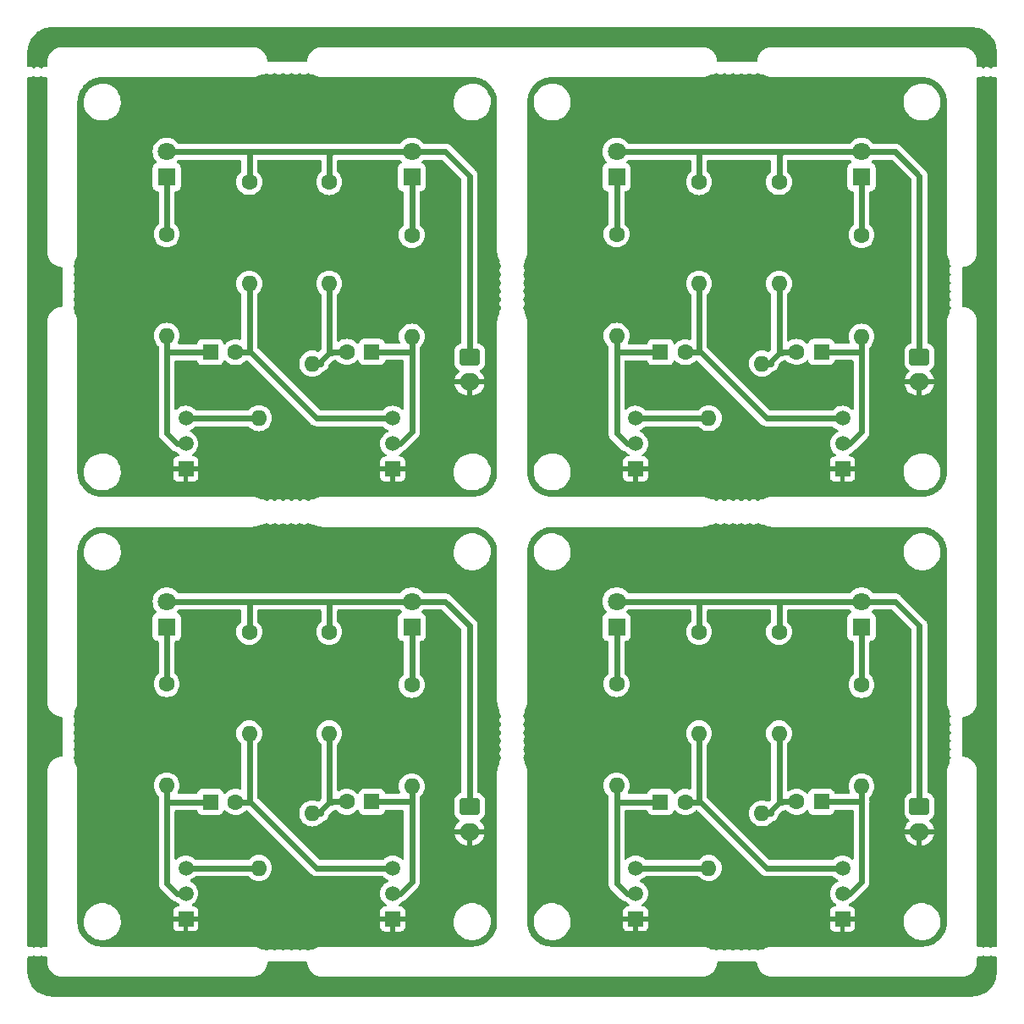
<source format=gbr>
%TF.GenerationSoftware,KiCad,Pcbnew,7.0.8*%
%TF.CreationDate,2024-08-26T18:47:19+09:00*%
%TF.ProjectId,multivibrator_panel,6d756c74-6976-4696-9272-61746f725f70,rev?*%
%TF.SameCoordinates,Original*%
%TF.FileFunction,Copper,L2,Bot*%
%TF.FilePolarity,Positive*%
%FSLAX46Y46*%
G04 Gerber Fmt 4.6, Leading zero omitted, Abs format (unit mm)*
G04 Created by KiCad (PCBNEW 7.0.8) date 2024-08-26 18:47:19*
%MOMM*%
%LPD*%
G01*
G04 APERTURE LIST*
G04 Aperture macros list*
%AMRoundRect*
0 Rectangle with rounded corners*
0 $1 Rounding radius*
0 $2 $3 $4 $5 $6 $7 $8 $9 X,Y pos of 4 corners*
0 Add a 4 corners polygon primitive as box body*
4,1,4,$2,$3,$4,$5,$6,$7,$8,$9,$2,$3,0*
0 Add four circle primitives for the rounded corners*
1,1,$1+$1,$2,$3*
1,1,$1+$1,$4,$5*
1,1,$1+$1,$6,$7*
1,1,$1+$1,$8,$9*
0 Add four rect primitives between the rounded corners*
20,1,$1+$1,$2,$3,$4,$5,0*
20,1,$1+$1,$4,$5,$6,$7,0*
20,1,$1+$1,$6,$7,$8,$9,0*
20,1,$1+$1,$8,$9,$2,$3,0*%
G04 Aperture macros list end*
%TA.AperFunction,ComponentPad*%
%ADD10C,1.600000*%
%TD*%
%TA.AperFunction,ComponentPad*%
%ADD11O,1.600000X1.600000*%
%TD*%
%TA.AperFunction,ComponentPad*%
%ADD12R,1.600000X1.600000*%
%TD*%
%TA.AperFunction,ComponentPad*%
%ADD13RoundRect,0.250000X-0.750000X0.600000X-0.750000X-0.600000X0.750000X-0.600000X0.750000X0.600000X0*%
%TD*%
%TA.AperFunction,ComponentPad*%
%ADD14O,2.000000X1.700000*%
%TD*%
%TA.AperFunction,ComponentPad*%
%ADD15R,1.500000X1.500000*%
%TD*%
%TA.AperFunction,ComponentPad*%
%ADD16C,1.500000*%
%TD*%
%TA.AperFunction,ComponentPad*%
%ADD17R,1.800000X1.800000*%
%TD*%
%TA.AperFunction,ComponentPad*%
%ADD18C,1.800000*%
%TD*%
%TA.AperFunction,Conductor*%
%ADD19C,0.600000*%
%TD*%
G04 APERTURE END LIST*
D10*
%TO.P,R3,1*%
%TO.N,Board_3-+3V0*%
X167195000Y-81008000D03*
D11*
%TO.P,R3,2*%
%TO.N,Board_3-Net-(Q2-B)*%
X167195000Y-91168000D03*
%TD*%
D12*
%TO.P,C1,1*%
%TO.N,Board_0-Net-(Q1-C)*%
X118322888Y-53026000D03*
D10*
%TO.P,C1,2*%
%TO.N,Board_0-Net-(Q2-B)*%
X120822888Y-53026000D03*
%TD*%
D13*
%TO.P,J1,1,Pin_1*%
%TO.N,Board_0-+3V0*%
X144246000Y-53500000D03*
D14*
%TO.P,J1,2,Pin_2*%
%TO.N,Board_0-GND*%
X144246000Y-56000000D03*
%TD*%
D15*
%TO.P,Q2,1,E*%
%TO.N,Board_3-GND*%
X181546000Y-109720000D03*
D16*
%TO.P,Q2,2,C*%
%TO.N,Board_3-Net-(Q2-C)*%
X181546000Y-107180000D03*
%TO.P,Q2,3,B*%
%TO.N,Board_3-Net-(Q2-B)*%
X181546000Y-104640000D03*
%TD*%
D17*
%TO.P,D2,1,K*%
%TO.N,Board_0-Net-(D2-K)*%
X138451000Y-35505000D03*
D18*
%TO.P,D2,2,A*%
%TO.N,Board_0-+3V0*%
X138451000Y-32965000D03*
%TD*%
D11*
%TO.P,,1*%
%TO.N,Board_1-Net-(Q1-B)*%
X168166000Y-59630000D03*
%TD*%
D10*
%TO.P,R2,1*%
%TO.N,Board_3-Net-(D2-K)*%
X183451000Y-86305000D03*
D11*
%TO.P,R2,2*%
%TO.N,Board_3-Net-(Q2-C)*%
X183451000Y-96465000D03*
%TD*%
D17*
%TO.P,D1,1,K*%
%TO.N,Board_1-Net-(D1-K)*%
X158940000Y-35505000D03*
D18*
%TO.P,D1,2,A*%
%TO.N,Board_1-+3V0*%
X158940000Y-32965000D03*
%TD*%
D15*
%TO.P,Q1,1,E*%
%TO.N,Board_3-GND*%
X160845000Y-109710000D03*
D16*
%TO.P,Q1,2,C*%
%TO.N,Board_3-Net-(Q1-C)*%
X160845000Y-107170000D03*
%TO.P,Q1,3,B*%
%TO.N,Board_3-Net-(Q1-B)*%
X160845000Y-104630000D03*
%TD*%
D15*
%TO.P,Q1,1,E*%
%TO.N,Board_0-GND*%
X115845000Y-64710000D03*
D16*
%TO.P,Q1,2,C*%
%TO.N,Board_0-Net-(Q1-C)*%
X115845000Y-62170000D03*
%TO.P,Q1,3,B*%
%TO.N,Board_0-Net-(Q1-B)*%
X115845000Y-59630000D03*
%TD*%
D13*
%TO.P,J1,1,Pin_1*%
%TO.N,Board_2-+3V0*%
X144246000Y-98500000D03*
D14*
%TO.P,J1,2,Pin_2*%
%TO.N,Board_2-GND*%
X144246000Y-101000000D03*
%TD*%
D10*
%TO.P,R1,1*%
%TO.N,Board_3-Net-(D1-K)*%
X158940000Y-86220000D03*
D11*
%TO.P,R1,2*%
%TO.N,Board_3-Net-(Q1-C)*%
X158940000Y-96380000D03*
%TD*%
D15*
%TO.P,Q2,1,E*%
%TO.N,Board_0-GND*%
X136546000Y-64720000D03*
D16*
%TO.P,Q2,2,C*%
%TO.N,Board_0-Net-(Q2-C)*%
X136546000Y-62180000D03*
%TO.P,Q2,3,B*%
%TO.N,Board_0-Net-(Q2-B)*%
X136546000Y-59640000D03*
%TD*%
D17*
%TO.P,D2,1,K*%
%TO.N,Board_1-Net-(D2-K)*%
X183451000Y-35505000D03*
D18*
%TO.P,D2,2,A*%
%TO.N,Board_1-+3V0*%
X183451000Y-32965000D03*
%TD*%
D10*
%TO.P,R1,1*%
%TO.N,Board_1-Net-(D1-K)*%
X158940000Y-41220000D03*
D11*
%TO.P,R1,2*%
%TO.N,Board_1-Net-(Q1-C)*%
X158940000Y-51380000D03*
%TD*%
D17*
%TO.P,D1,1,K*%
%TO.N,Board_0-Net-(D1-K)*%
X113940000Y-35505000D03*
D18*
%TO.P,D1,2,A*%
%TO.N,Board_0-+3V0*%
X113940000Y-32965000D03*
%TD*%
D12*
%TO.P,C1,1*%
%TO.N,Board_2-Net-(Q1-C)*%
X118322888Y-98026000D03*
D10*
%TO.P,C1,2*%
%TO.N,Board_2-Net-(Q2-B)*%
X120822888Y-98026000D03*
%TD*%
D11*
%TO.P,,1*%
%TO.N,Board_2-Net-(Q1-B)*%
X123166000Y-104630000D03*
%TD*%
D15*
%TO.P,Q1,1,E*%
%TO.N,Board_2-GND*%
X115845000Y-109710000D03*
D16*
%TO.P,Q1,2,C*%
%TO.N,Board_2-Net-(Q1-C)*%
X115845000Y-107170000D03*
%TO.P,Q1,3,B*%
%TO.N,Board_2-Net-(Q1-B)*%
X115845000Y-104630000D03*
%TD*%
D10*
%TO.P,R4,1*%
%TO.N,Board_0-+3V0*%
X130196000Y-36008000D03*
D11*
%TO.P,R4,2*%
%TO.N,Board_0-Net-(Q1-B)*%
X130196000Y-46168000D03*
%TD*%
D12*
%TO.P,C1,1*%
%TO.N,Board_1-Net-(Q1-C)*%
X163322888Y-53026000D03*
D10*
%TO.P,C1,2*%
%TO.N,Board_1-Net-(Q2-B)*%
X165822888Y-53026000D03*
%TD*%
%TO.P,R4,1*%
%TO.N,Board_1-+3V0*%
X175196000Y-36008000D03*
D11*
%TO.P,R4,2*%
%TO.N,Board_1-Net-(Q1-B)*%
X175196000Y-46168000D03*
%TD*%
%TO.P,,1*%
%TO.N,Board_2-Net-(Q1-B)*%
X128500000Y-99169000D03*
%TD*%
D10*
%TO.P,R2,1*%
%TO.N,Board_1-Net-(D2-K)*%
X183451000Y-41305000D03*
D11*
%TO.P,R2,2*%
%TO.N,Board_1-Net-(Q2-C)*%
X183451000Y-51465000D03*
%TD*%
%TO.P,,1*%
%TO.N,Board_3-Net-(Q1-B)*%
X168166000Y-104630000D03*
%TD*%
D10*
%TO.P,R3,1*%
%TO.N,Board_0-+3V0*%
X122195000Y-36008000D03*
D11*
%TO.P,R3,2*%
%TO.N,Board_0-Net-(Q2-B)*%
X122195000Y-46168000D03*
%TD*%
D10*
%TO.P,R4,1*%
%TO.N,Board_2-+3V0*%
X130196000Y-81008000D03*
D11*
%TO.P,R4,2*%
%TO.N,Board_2-Net-(Q1-B)*%
X130196000Y-91168000D03*
%TD*%
D10*
%TO.P,R2,1*%
%TO.N,Board_0-Net-(D2-K)*%
X138451000Y-41305000D03*
D11*
%TO.P,R2,2*%
%TO.N,Board_0-Net-(Q2-C)*%
X138451000Y-51465000D03*
%TD*%
D15*
%TO.P,Q2,1,E*%
%TO.N,Board_1-GND*%
X181546000Y-64720000D03*
D16*
%TO.P,Q2,2,C*%
%TO.N,Board_1-Net-(Q2-C)*%
X181546000Y-62180000D03*
%TO.P,Q2,3,B*%
%TO.N,Board_1-Net-(Q2-B)*%
X181546000Y-59640000D03*
%TD*%
D11*
%TO.P,,1*%
%TO.N,Board_3-Net-(Q1-B)*%
X173500000Y-99169000D03*
%TD*%
D10*
%TO.P,R2,1*%
%TO.N,Board_2-Net-(D2-K)*%
X138451000Y-86305000D03*
D11*
%TO.P,R2,2*%
%TO.N,Board_2-Net-(Q2-C)*%
X138451000Y-96465000D03*
%TD*%
D12*
%TO.P,C2,1*%
%TO.N,Board_0-Net-(Q2-C)*%
X134449113Y-53000000D03*
D10*
%TO.P,C2,2*%
%TO.N,Board_0-Net-(Q1-B)*%
X131949113Y-53000000D03*
%TD*%
D11*
%TO.P,,1*%
%TO.N,Board_1-Net-(Q1-B)*%
X173500000Y-54169000D03*
%TD*%
%TO.P,,1*%
%TO.N,Board_0-Net-(Q1-B)*%
X123166000Y-59630000D03*
%TD*%
D10*
%TO.P,R3,1*%
%TO.N,Board_2-+3V0*%
X122195000Y-81008000D03*
D11*
%TO.P,R3,2*%
%TO.N,Board_2-Net-(Q2-B)*%
X122195000Y-91168000D03*
%TD*%
D17*
%TO.P,D1,1,K*%
%TO.N,Board_2-Net-(D1-K)*%
X113940000Y-80505000D03*
D18*
%TO.P,D1,2,A*%
%TO.N,Board_2-+3V0*%
X113940000Y-77965000D03*
%TD*%
D15*
%TO.P,Q1,1,E*%
%TO.N,Board_1-GND*%
X160845000Y-64710000D03*
D16*
%TO.P,Q1,2,C*%
%TO.N,Board_1-Net-(Q1-C)*%
X160845000Y-62170000D03*
%TO.P,Q1,3,B*%
%TO.N,Board_1-Net-(Q1-B)*%
X160845000Y-59630000D03*
%TD*%
D10*
%TO.P,R3,1*%
%TO.N,Board_1-+3V0*%
X167195000Y-36008000D03*
D11*
%TO.P,R3,2*%
%TO.N,Board_1-Net-(Q2-B)*%
X167195000Y-46168000D03*
%TD*%
D12*
%TO.P,C2,1*%
%TO.N,Board_1-Net-(Q2-C)*%
X179449113Y-53000000D03*
D10*
%TO.P,C2,2*%
%TO.N,Board_1-Net-(Q1-B)*%
X176949113Y-53000000D03*
%TD*%
D12*
%TO.P,C2,1*%
%TO.N,Board_2-Net-(Q2-C)*%
X134449113Y-98000000D03*
D10*
%TO.P,C2,2*%
%TO.N,Board_2-Net-(Q1-B)*%
X131949113Y-98000000D03*
%TD*%
D17*
%TO.P,D1,1,K*%
%TO.N,Board_3-Net-(D1-K)*%
X158940000Y-80505000D03*
D18*
%TO.P,D1,2,A*%
%TO.N,Board_3-+3V0*%
X158940000Y-77965000D03*
%TD*%
D11*
%TO.P,,1*%
%TO.N,Board_0-Net-(Q1-B)*%
X128500000Y-54169000D03*
%TD*%
D12*
%TO.P,C2,1*%
%TO.N,Board_3-Net-(Q2-C)*%
X179449113Y-98000000D03*
D10*
%TO.P,C2,2*%
%TO.N,Board_3-Net-(Q1-B)*%
X176949113Y-98000000D03*
%TD*%
D12*
%TO.P,C1,1*%
%TO.N,Board_3-Net-(Q1-C)*%
X163322888Y-98026000D03*
D10*
%TO.P,C1,2*%
%TO.N,Board_3-Net-(Q2-B)*%
X165822888Y-98026000D03*
%TD*%
D13*
%TO.P,J1,1,Pin_1*%
%TO.N,Board_1-+3V0*%
X189246000Y-53500000D03*
D14*
%TO.P,J1,2,Pin_2*%
%TO.N,Board_1-GND*%
X189246000Y-56000000D03*
%TD*%
D13*
%TO.P,J1,1,Pin_1*%
%TO.N,Board_3-+3V0*%
X189246000Y-98500000D03*
D14*
%TO.P,J1,2,Pin_2*%
%TO.N,Board_3-GND*%
X189246000Y-101000000D03*
%TD*%
D10*
%TO.P,R1,1*%
%TO.N,Board_2-Net-(D1-K)*%
X113940000Y-86220000D03*
D11*
%TO.P,R1,2*%
%TO.N,Board_2-Net-(Q1-C)*%
X113940000Y-96380000D03*
%TD*%
D17*
%TO.P,D2,1,K*%
%TO.N,Board_2-Net-(D2-K)*%
X138451000Y-80505000D03*
D18*
%TO.P,D2,2,A*%
%TO.N,Board_2-+3V0*%
X138451000Y-77965000D03*
%TD*%
D10*
%TO.P,R4,1*%
%TO.N,Board_3-+3V0*%
X175196000Y-81008000D03*
D11*
%TO.P,R4,2*%
%TO.N,Board_3-Net-(Q1-B)*%
X175196000Y-91168000D03*
%TD*%
D15*
%TO.P,Q2,1,E*%
%TO.N,Board_2-GND*%
X136546000Y-109720000D03*
D16*
%TO.P,Q2,2,C*%
%TO.N,Board_2-Net-(Q2-C)*%
X136546000Y-107180000D03*
%TO.P,Q2,3,B*%
%TO.N,Board_2-Net-(Q2-B)*%
X136546000Y-104640000D03*
%TD*%
D17*
%TO.P,D2,1,K*%
%TO.N,Board_3-Net-(D2-K)*%
X183451000Y-80505000D03*
D18*
%TO.P,D2,2,A*%
%TO.N,Board_3-+3V0*%
X183451000Y-77965000D03*
%TD*%
D10*
%TO.P,R1,1*%
%TO.N,Board_0-Net-(D1-K)*%
X113940000Y-41220000D03*
D11*
%TO.P,R1,2*%
%TO.N,Board_0-Net-(Q1-C)*%
X113940000Y-51380000D03*
%TD*%
D19*
%TO.N,Board_3-Net-(Q2-C)*%
X183451000Y-96465000D02*
X183451000Y-98000000D01*
X182292325Y-107170000D02*
X183451000Y-106011325D01*
X179246000Y-98000000D02*
X183451000Y-98000000D01*
X183451000Y-106011325D02*
X183451000Y-98000000D01*
%TO.N,Board_3-Net-(Q2-B)*%
X173930000Y-104630000D02*
X181800000Y-104630000D01*
X167195000Y-97921000D02*
X167300000Y-98026000D01*
X167326000Y-98026000D02*
X173930000Y-104630000D01*
X167300000Y-98026000D02*
X167326000Y-98026000D01*
X166000000Y-98026000D02*
X167300000Y-98026000D01*
X167195000Y-91168000D02*
X167195000Y-97921000D01*
%TO.N,Board_3-Net-(Q1-C)*%
X163500000Y-98026000D02*
X158966000Y-98026000D01*
X158940000Y-98000000D02*
X158940000Y-106154000D01*
X159956000Y-107170000D02*
X160845000Y-107170000D01*
X158940000Y-96380000D02*
X158940000Y-98000000D01*
X158940000Y-106154000D02*
X159956000Y-107170000D01*
X158966000Y-98026000D02*
X158940000Y-98000000D01*
%TO.N,Board_3-Net-(Q1-B)*%
X175450000Y-98076800D02*
X175450000Y-98050000D01*
X174103800Y-99169000D02*
X175196000Y-98076800D01*
X177000000Y-98000000D02*
X175500000Y-98000000D01*
X175196000Y-91168000D02*
X175196000Y-98050000D01*
X173500000Y-99169000D02*
X174357800Y-99169000D01*
X168166000Y-104630000D02*
X160845000Y-104630000D01*
X175500000Y-98000000D02*
X175450000Y-98050000D01*
%TO.N,Board_3-Net-(D2-K)*%
X183451000Y-80505000D02*
X183451000Y-86305000D01*
%TO.N,Board_3-Net-(D1-K)*%
X158940000Y-80505000D02*
X158940000Y-86220000D01*
%TO.N,Board_3-+3V0*%
X167195000Y-81008000D02*
X167195000Y-78070000D01*
X186811000Y-77965000D02*
X183451000Y-77965000D01*
X189246000Y-80400000D02*
X186811000Y-77965000D01*
X189246000Y-98460000D02*
X189246000Y-80400000D01*
X158940000Y-77965000D02*
X167300000Y-77965000D01*
X167300000Y-77965000D02*
X175500000Y-77965000D01*
X175196000Y-81008000D02*
X175196000Y-78015000D01*
X175450000Y-78015000D02*
X175500000Y-77965000D01*
X175246000Y-77965000D02*
X183451000Y-77965000D01*
X167195000Y-78070000D02*
X167300000Y-77965000D01*
%TO.N,Board_2-Net-(Q2-C)*%
X138451000Y-106011325D02*
X138451000Y-98000000D01*
X138451000Y-96465000D02*
X138451000Y-98000000D01*
X134246000Y-98000000D02*
X138451000Y-98000000D01*
X137292325Y-107170000D02*
X138451000Y-106011325D01*
%TO.N,Board_2-Net-(Q2-B)*%
X121000000Y-98026000D02*
X122300000Y-98026000D01*
X122195000Y-97921000D02*
X122300000Y-98026000D01*
X122195000Y-91168000D02*
X122195000Y-97921000D01*
X122326000Y-98026000D02*
X128930000Y-104630000D01*
X122300000Y-98026000D02*
X122326000Y-98026000D01*
X128930000Y-104630000D02*
X136800000Y-104630000D01*
%TO.N,Board_2-Net-(Q1-C)*%
X113966000Y-98026000D02*
X113940000Y-98000000D01*
X113940000Y-96380000D02*
X113940000Y-98000000D01*
X113940000Y-98000000D02*
X113940000Y-106154000D01*
X113940000Y-106154000D02*
X114956000Y-107170000D01*
X114956000Y-107170000D02*
X115845000Y-107170000D01*
X118500000Y-98026000D02*
X113966000Y-98026000D01*
%TO.N,Board_2-Net-(Q1-B)*%
X129103800Y-99169000D02*
X130196000Y-98076800D01*
X130196000Y-91168000D02*
X130196000Y-98050000D01*
X132000000Y-98000000D02*
X130500000Y-98000000D01*
X130500000Y-98000000D02*
X130450000Y-98050000D01*
X128500000Y-99169000D02*
X129357800Y-99169000D01*
X130450000Y-98076800D02*
X130450000Y-98050000D01*
X123166000Y-104630000D02*
X115845000Y-104630000D01*
%TO.N,Board_2-Net-(D2-K)*%
X138451000Y-80505000D02*
X138451000Y-86305000D01*
%TO.N,Board_2-Net-(D1-K)*%
X113940000Y-80505000D02*
X113940000Y-86220000D01*
%TO.N,Board_2-+3V0*%
X122195000Y-81008000D02*
X122195000Y-78070000D01*
X122300000Y-77965000D02*
X130500000Y-77965000D01*
X130196000Y-81008000D02*
X130196000Y-78015000D01*
X130450000Y-78015000D02*
X130500000Y-77965000D01*
X144246000Y-98460000D02*
X144246000Y-80400000D01*
X144246000Y-80400000D02*
X141811000Y-77965000D01*
X113940000Y-77965000D02*
X122300000Y-77965000D01*
X130246000Y-77965000D02*
X138451000Y-77965000D01*
X141811000Y-77965000D02*
X138451000Y-77965000D01*
X122195000Y-78070000D02*
X122300000Y-77965000D01*
%TO.N,Board_1-Net-(Q2-C)*%
X179246000Y-53000000D02*
X183451000Y-53000000D01*
X182292325Y-62170000D02*
X183451000Y-61011325D01*
X183451000Y-61011325D02*
X183451000Y-53000000D01*
X183451000Y-51465000D02*
X183451000Y-53000000D01*
%TO.N,Board_1-Net-(Q2-B)*%
X167326000Y-53026000D02*
X173930000Y-59630000D01*
X173930000Y-59630000D02*
X181800000Y-59630000D01*
X166000000Y-53026000D02*
X167300000Y-53026000D01*
X167300000Y-53026000D02*
X167326000Y-53026000D01*
X167195000Y-52921000D02*
X167300000Y-53026000D01*
X167195000Y-46168000D02*
X167195000Y-52921000D01*
%TO.N,Board_1-Net-(Q1-C)*%
X158940000Y-51380000D02*
X158940000Y-53000000D01*
X158966000Y-53026000D02*
X158940000Y-53000000D01*
X163500000Y-53026000D02*
X158966000Y-53026000D01*
X158940000Y-61154000D02*
X159956000Y-62170000D01*
X158940000Y-53000000D02*
X158940000Y-61154000D01*
X159956000Y-62170000D02*
X160845000Y-62170000D01*
%TO.N,Board_1-Net-(Q1-B)*%
X177000000Y-53000000D02*
X175500000Y-53000000D01*
X174103800Y-54169000D02*
X175196000Y-53076800D01*
X175500000Y-53000000D02*
X175450000Y-53050000D01*
X175450000Y-53076800D02*
X175450000Y-53050000D01*
X168166000Y-59630000D02*
X160845000Y-59630000D01*
X175196000Y-46168000D02*
X175196000Y-53050000D01*
X173500000Y-54169000D02*
X174357800Y-54169000D01*
%TO.N,Board_1-Net-(D2-K)*%
X183451000Y-35505000D02*
X183451000Y-41305000D01*
%TO.N,Board_1-Net-(D1-K)*%
X158940000Y-35505000D02*
X158940000Y-41220000D01*
%TO.N,Board_1-+3V0*%
X167195000Y-36008000D02*
X167195000Y-33070000D01*
X175246000Y-32965000D02*
X183451000Y-32965000D01*
X158940000Y-32965000D02*
X167300000Y-32965000D01*
X167300000Y-32965000D02*
X175500000Y-32965000D01*
X186811000Y-32965000D02*
X183451000Y-32965000D01*
X189246000Y-53460000D02*
X189246000Y-35400000D01*
X189246000Y-35400000D02*
X186811000Y-32965000D01*
X175450000Y-33015000D02*
X175500000Y-32965000D01*
X175196000Y-36008000D02*
X175196000Y-33015000D01*
X167195000Y-33070000D02*
X167300000Y-32965000D01*
%TO.N,Board_0-Net-(Q2-C)*%
X134246000Y-53000000D02*
X138451000Y-53000000D01*
X138451000Y-51465000D02*
X138451000Y-53000000D01*
X138451000Y-61011325D02*
X138451000Y-53000000D01*
X137292325Y-62170000D02*
X138451000Y-61011325D01*
%TO.N,Board_0-Net-(Q2-B)*%
X122195000Y-46168000D02*
X122195000Y-52921000D01*
X122300000Y-53026000D02*
X122326000Y-53026000D01*
X121000000Y-53026000D02*
X122300000Y-53026000D01*
X128930000Y-59630000D02*
X136800000Y-59630000D01*
X122195000Y-52921000D02*
X122300000Y-53026000D01*
X122326000Y-53026000D02*
X128930000Y-59630000D01*
%TO.N,Board_0-Net-(Q1-C)*%
X118500000Y-53026000D02*
X113966000Y-53026000D01*
X113940000Y-51380000D02*
X113940000Y-53000000D01*
X113966000Y-53026000D02*
X113940000Y-53000000D01*
X113940000Y-53000000D02*
X113940000Y-61154000D01*
X114956000Y-62170000D02*
X115845000Y-62170000D01*
X113940000Y-61154000D02*
X114956000Y-62170000D01*
%TO.N,Board_0-Net-(Q1-B)*%
X130450000Y-53076800D02*
X130450000Y-53050000D01*
X128500000Y-54169000D02*
X129357800Y-54169000D01*
X129103800Y-54169000D02*
X130196000Y-53076800D01*
X130196000Y-46168000D02*
X130196000Y-53050000D01*
X132000000Y-53000000D02*
X130500000Y-53000000D01*
X123166000Y-59630000D02*
X115845000Y-59630000D01*
X130500000Y-53000000D02*
X130450000Y-53050000D01*
%TO.N,Board_0-Net-(D2-K)*%
X138451000Y-35505000D02*
X138451000Y-41305000D01*
%TO.N,Board_0-Net-(D1-K)*%
X113940000Y-35505000D02*
X113940000Y-41220000D01*
%TO.N,Board_0-+3V0*%
X122300000Y-32965000D02*
X130500000Y-32965000D01*
X122195000Y-36008000D02*
X122195000Y-33070000D01*
X130246000Y-32965000D02*
X138451000Y-32965000D01*
X144246000Y-53460000D02*
X144246000Y-35400000D01*
X144246000Y-35400000D02*
X141811000Y-32965000D01*
X141811000Y-32965000D02*
X138451000Y-32965000D01*
X130196000Y-36008000D02*
X130196000Y-33015000D01*
X130450000Y-33015000D02*
X130500000Y-32965000D01*
X122195000Y-33070000D02*
X122300000Y-32965000D01*
X113940000Y-32965000D02*
X122300000Y-32965000D01*
%TD*%
%TA.AperFunction,Conductor*%
%TO.N,Board_3-GND*%
G36*
X173134844Y-70102492D02*
G01*
X173164530Y-70121570D01*
X173226627Y-70175377D01*
X173357543Y-70235165D01*
X173464201Y-70250500D01*
X173464204Y-70250500D01*
X173535795Y-70250500D01*
X173535799Y-70250500D01*
X173592971Y-70242279D01*
X173662126Y-70252222D01*
X173677164Y-70260851D01*
X173677268Y-70260680D01*
X173681065Y-70262967D01*
X173682401Y-70263647D01*
X173702002Y-70276060D01*
X173703184Y-70276974D01*
X173703191Y-70276978D01*
X173703193Y-70276980D01*
X173722361Y-70287839D01*
X173724927Y-70289377D01*
X173743517Y-70301149D01*
X173744880Y-70301760D01*
X173765078Y-70313201D01*
X173766313Y-70314063D01*
X173785961Y-70323952D01*
X173788626Y-70325377D01*
X173807769Y-70336222D01*
X173807773Y-70336223D01*
X173807778Y-70336226D01*
X173809175Y-70336772D01*
X173829897Y-70347202D01*
X173831173Y-70348002D01*
X173831177Y-70348004D01*
X173831181Y-70348006D01*
X173836686Y-70350446D01*
X173851278Y-70356914D01*
X173854019Y-70358211D01*
X173873660Y-70368097D01*
X173873663Y-70368098D01*
X173873669Y-70368101D01*
X173875093Y-70368578D01*
X173896313Y-70377985D01*
X173897617Y-70378716D01*
X173897619Y-70378717D01*
X173901836Y-70380343D01*
X173918135Y-70386630D01*
X173920925Y-70387785D01*
X173941052Y-70396708D01*
X173941608Y-70396864D01*
X173942489Y-70397113D01*
X173964148Y-70405468D01*
X173965476Y-70406129D01*
X173965478Y-70406129D01*
X173965483Y-70406132D01*
X173986406Y-70413044D01*
X173989224Y-70414052D01*
X174009753Y-70421972D01*
X174010776Y-70422206D01*
X174011205Y-70422305D01*
X174033249Y-70429586D01*
X174034626Y-70430189D01*
X174055816Y-70436053D01*
X174058703Y-70436928D01*
X174079607Y-70443835D01*
X174081015Y-70444085D01*
X174081089Y-70444099D01*
X174103456Y-70450288D01*
X174104865Y-70450825D01*
X174126322Y-70455642D01*
X174129267Y-70456380D01*
X174150452Y-70462244D01*
X174150455Y-70462244D01*
X174150461Y-70462246D01*
X174151954Y-70462436D01*
X174174607Y-70467524D01*
X174176025Y-70467986D01*
X174197688Y-70471744D01*
X174200675Y-70472338D01*
X174206246Y-70473588D01*
X174222135Y-70477157D01*
X174223615Y-70477272D01*
X174246499Y-70481242D01*
X174247942Y-70481635D01*
X174269778Y-70484327D01*
X174272776Y-70484773D01*
X174294445Y-70488533D01*
X174295926Y-70488576D01*
X174318977Y-70491418D01*
X174319891Y-70491618D01*
X174320438Y-70491739D01*
X174342382Y-70493357D01*
X174345409Y-70493656D01*
X174367217Y-70496346D01*
X174367218Y-70496345D01*
X174367227Y-70496347D01*
X174368714Y-70496317D01*
X174391881Y-70498026D01*
X174393347Y-70498274D01*
X174410635Y-70498698D01*
X174415335Y-70498814D01*
X174418362Y-70498962D01*
X174440302Y-70500581D01*
X174443649Y-70500349D01*
X174452380Y-70500359D01*
X174454304Y-70500497D01*
X174454323Y-70500500D01*
X174483980Y-70500500D01*
X174484601Y-70500515D01*
X174513622Y-70501228D01*
X174515264Y-70501032D01*
X174516098Y-70500934D01*
X174523422Y-70500500D01*
X189457867Y-70500500D01*
X189490602Y-70500500D01*
X189496749Y-70500578D01*
X189620368Y-70503710D01*
X189632800Y-70504340D01*
X189689739Y-70508676D01*
X189746677Y-70513013D01*
X189758991Y-70514265D01*
X189815657Y-70521481D01*
X189872323Y-70528698D01*
X189874203Y-70528986D01*
X189884586Y-70530578D01*
X189996997Y-70550727D01*
X190004500Y-70552267D01*
X190009177Y-70553228D01*
X190120382Y-70579033D01*
X190123947Y-70579956D01*
X190132457Y-70582161D01*
X190242286Y-70613587D01*
X190251844Y-70616586D01*
X190254043Y-70617276D01*
X190362166Y-70654233D01*
X190373806Y-70658544D01*
X190422837Y-70678130D01*
X190479896Y-70700923D01*
X190491253Y-70705796D01*
X190595052Y-70753489D01*
X190600529Y-70756175D01*
X190606218Y-70758966D01*
X190707435Y-70811838D01*
X190718285Y-70817860D01*
X190758579Y-70841580D01*
X190816746Y-70875822D01*
X190825031Y-70880986D01*
X190827216Y-70882348D01*
X190922615Y-70945221D01*
X190925504Y-70947231D01*
X190932805Y-70952315D01*
X191024861Y-71019912D01*
X191031811Y-71025291D01*
X191034678Y-71027510D01*
X191123032Y-71099553D01*
X191123180Y-71099674D01*
X191132578Y-71107742D01*
X191217355Y-71184334D01*
X191226339Y-71192875D01*
X191307123Y-71273659D01*
X191315664Y-71282643D01*
X191323992Y-71291861D01*
X191392255Y-71367419D01*
X191400323Y-71376817D01*
X191472488Y-71465320D01*
X191480096Y-71475150D01*
X191481467Y-71477017D01*
X191547685Y-71567194D01*
X191548874Y-71568902D01*
X191554774Y-71577379D01*
X191617659Y-71672796D01*
X191622196Y-71680075D01*
X191624176Y-71683252D01*
X191651015Y-71728844D01*
X191682138Y-71781713D01*
X191688160Y-71792563D01*
X191741032Y-71893780D01*
X191742546Y-71896866D01*
X191746509Y-71904946D01*
X191794197Y-72008735D01*
X191799077Y-72020106D01*
X191799085Y-72020125D01*
X191841454Y-72126192D01*
X191845260Y-72136470D01*
X191845765Y-72137832D01*
X191882720Y-72245950D01*
X191886410Y-72257711D01*
X191917840Y-72367548D01*
X191917841Y-72367551D01*
X191920965Y-72379619D01*
X191946769Y-72490819D01*
X191946771Y-72490827D01*
X191949271Y-72502995D01*
X191969420Y-72615413D01*
X191971299Y-72627672D01*
X191975797Y-72662986D01*
X191985734Y-72741010D01*
X191986639Y-72749914D01*
X191986985Y-72753322D01*
X191995658Y-72867199D01*
X191996288Y-72879629D01*
X191999420Y-73003246D01*
X191999500Y-73009472D01*
X191999500Y-87976565D01*
X191999067Y-87983882D01*
X191998772Y-87986358D01*
X191998772Y-87986366D01*
X191999500Y-88016028D01*
X191999500Y-88045700D01*
X191999639Y-88047654D01*
X191999649Y-88056336D01*
X191999417Y-88059682D01*
X191999418Y-88059703D01*
X192001034Y-88081613D01*
X192001183Y-88084650D01*
X192001724Y-88106648D01*
X192001977Y-88108146D01*
X192003681Y-88131249D01*
X192003651Y-88132755D01*
X192003652Y-88132780D01*
X192006342Y-88154595D01*
X192006640Y-88157616D01*
X192008259Y-88179557D01*
X192008261Y-88179574D01*
X192008585Y-88181045D01*
X192011421Y-88204036D01*
X192011465Y-88205549D01*
X192015228Y-88227237D01*
X192015671Y-88230223D01*
X192016960Y-88240670D01*
X192018363Y-88252052D01*
X192018365Y-88252061D01*
X192018758Y-88253507D01*
X192022724Y-88276360D01*
X192022841Y-88277864D01*
X192027658Y-88299316D01*
X192028251Y-88302296D01*
X192032013Y-88323973D01*
X192032014Y-88323979D01*
X192032481Y-88325412D01*
X192037559Y-88348023D01*
X192037752Y-88349535D01*
X192037753Y-88349538D01*
X192039545Y-88356013D01*
X192043618Y-88370735D01*
X192044356Y-88373682D01*
X192049175Y-88395140D01*
X192049714Y-88396555D01*
X192055897Y-88418897D01*
X192056162Y-88420389D01*
X192056163Y-88420390D01*
X192063065Y-88441283D01*
X192063948Y-88444194D01*
X192069809Y-88465373D01*
X192069813Y-88465383D01*
X192070416Y-88466760D01*
X192077689Y-88488776D01*
X192078022Y-88490231D01*
X192078027Y-88490247D01*
X192085943Y-88510767D01*
X192086960Y-88513610D01*
X192089224Y-88520462D01*
X192093863Y-88534508D01*
X192093867Y-88534516D01*
X192094533Y-88535853D01*
X192102886Y-88557507D01*
X192103292Y-88558947D01*
X192103295Y-88558956D01*
X192112199Y-88579043D01*
X192113362Y-88581850D01*
X192121282Y-88602381D01*
X192122020Y-88603697D01*
X192131417Y-88624896D01*
X192131897Y-88626327D01*
X192131902Y-88626339D01*
X192141784Y-88645971D01*
X192143084Y-88648721D01*
X192151999Y-88668830D01*
X192152797Y-88670103D01*
X192163221Y-88690809D01*
X192163774Y-88692224D01*
X192163781Y-88692238D01*
X192174621Y-88711373D01*
X192176054Y-88714054D01*
X192185935Y-88733684D01*
X192186798Y-88734921D01*
X192198227Y-88755095D01*
X192198846Y-88756474D01*
X192198849Y-88756481D01*
X192210615Y-88775063D01*
X192212177Y-88777669D01*
X192223019Y-88796806D01*
X192223021Y-88796808D01*
X192223026Y-88796816D01*
X192223943Y-88798002D01*
X192236346Y-88817588D01*
X192237025Y-88818922D01*
X192237029Y-88818930D01*
X192238845Y-88821943D01*
X192256577Y-88889526D01*
X192251607Y-88920860D01*
X192249500Y-88928035D01*
X192249500Y-89071963D01*
X192290045Y-89210050D01*
X192367856Y-89331127D01*
X192371612Y-89335461D01*
X192400638Y-89399016D01*
X192390697Y-89468174D01*
X192371615Y-89497867D01*
X192367859Y-89502201D01*
X192290045Y-89623282D01*
X192249500Y-89761369D01*
X192249500Y-89905296D01*
X192290045Y-90043383D01*
X192367856Y-90164460D01*
X192371612Y-90168794D01*
X192400638Y-90232349D01*
X192390697Y-90301507D01*
X192371615Y-90331200D01*
X192367859Y-90335534D01*
X192290045Y-90456615D01*
X192249500Y-90594702D01*
X192249500Y-90738629D01*
X192290045Y-90876716D01*
X192367859Y-90997797D01*
X192371615Y-91002132D01*
X192400639Y-91065688D01*
X192390694Y-91134846D01*
X192371615Y-91164534D01*
X192367859Y-91168868D01*
X192290045Y-91289949D01*
X192249500Y-91428036D01*
X192249500Y-91571963D01*
X192290045Y-91710050D01*
X192367856Y-91831127D01*
X192371612Y-91835461D01*
X192400638Y-91899016D01*
X192390697Y-91968174D01*
X192371615Y-91997867D01*
X192367859Y-92002201D01*
X192290045Y-92123282D01*
X192249500Y-92261369D01*
X192249500Y-92405296D01*
X192290045Y-92543383D01*
X192367856Y-92664460D01*
X192371612Y-92668794D01*
X192400638Y-92732349D01*
X192390697Y-92801507D01*
X192371615Y-92831200D01*
X192367859Y-92835534D01*
X192290045Y-92956615D01*
X192249500Y-93094702D01*
X192249500Y-93238629D01*
X192290045Y-93376716D01*
X192367859Y-93497797D01*
X192371615Y-93502132D01*
X192400639Y-93565688D01*
X192390694Y-93634846D01*
X192371615Y-93664534D01*
X192367859Y-93668868D01*
X192290045Y-93789949D01*
X192249500Y-93928036D01*
X192249500Y-94071962D01*
X192251608Y-94079143D01*
X192251603Y-94149012D01*
X192238854Y-94178039D01*
X192237026Y-94181073D01*
X192236342Y-94182418D01*
X192223954Y-94201982D01*
X192223023Y-94203185D01*
X192223021Y-94203188D01*
X192212171Y-94222339D01*
X192210610Y-94224943D01*
X192198855Y-94243506D01*
X192198846Y-94243524D01*
X192198222Y-94244915D01*
X192186805Y-94265067D01*
X192185941Y-94266305D01*
X192185932Y-94266320D01*
X192176049Y-94285954D01*
X192174616Y-94288635D01*
X192163777Y-94307768D01*
X192163772Y-94307777D01*
X192163219Y-94309194D01*
X192152805Y-94329882D01*
X192152005Y-94331157D01*
X192151993Y-94331179D01*
X192143081Y-94351285D01*
X192141782Y-94354031D01*
X192131896Y-94373671D01*
X192131416Y-94375104D01*
X192122020Y-94396301D01*
X192121285Y-94397612D01*
X192121283Y-94397615D01*
X192113364Y-94418142D01*
X192112202Y-94420947D01*
X192103295Y-94441044D01*
X192103286Y-94441067D01*
X192102880Y-94442511D01*
X192094540Y-94464128D01*
X192093872Y-94465468D01*
X192093865Y-94465487D01*
X192086958Y-94486392D01*
X192085934Y-94489253D01*
X192078028Y-94509748D01*
X192078023Y-94509763D01*
X192077687Y-94511232D01*
X192070422Y-94533224D01*
X192069812Y-94534617D01*
X192069808Y-94534627D01*
X192063941Y-94555827D01*
X192063059Y-94558735D01*
X192056166Y-94579598D01*
X192056162Y-94579616D01*
X192055896Y-94581109D01*
X192049717Y-94603435D01*
X192049178Y-94604850D01*
X192049174Y-94604862D01*
X192044358Y-94626307D01*
X192043620Y-94629252D01*
X192037753Y-94650459D01*
X192037560Y-94651972D01*
X192032483Y-94674582D01*
X192032013Y-94676024D01*
X192032012Y-94676031D01*
X192028249Y-94697707D01*
X192027657Y-94700683D01*
X192022843Y-94722127D01*
X192022840Y-94722145D01*
X192022722Y-94723658D01*
X192018765Y-94746462D01*
X192018366Y-94747928D01*
X192018361Y-94747952D01*
X192015673Y-94769754D01*
X192015227Y-94772763D01*
X192011466Y-94794440D01*
X192011465Y-94794450D01*
X192011421Y-94795964D01*
X192008586Y-94818951D01*
X192008263Y-94820420D01*
X192008258Y-94820452D01*
X192006640Y-94842384D01*
X192006342Y-94845407D01*
X192003652Y-94867222D01*
X192003651Y-94867243D01*
X192003681Y-94868750D01*
X192001977Y-94891850D01*
X192001724Y-94893343D01*
X192001724Y-94893350D01*
X192001183Y-94915349D01*
X192001034Y-94918386D01*
X191999418Y-94940296D01*
X191999417Y-94940315D01*
X191999649Y-94943662D01*
X191999639Y-94952342D01*
X191999500Y-94954295D01*
X191999500Y-94983970D01*
X191998772Y-95013633D01*
X191999067Y-95016111D01*
X191999500Y-95023432D01*
X191999500Y-109990524D01*
X191999420Y-109996750D01*
X191996288Y-110120368D01*
X191996141Y-110123279D01*
X191995658Y-110132799D01*
X191987870Y-110235064D01*
X191986985Y-110246679D01*
X191985734Y-110258988D01*
X191980185Y-110302558D01*
X191971299Y-110372326D01*
X191969420Y-110384585D01*
X191953681Y-110472397D01*
X191949271Y-110497003D01*
X191946769Y-110509179D01*
X191941913Y-110530106D01*
X191920964Y-110620382D01*
X191917840Y-110632450D01*
X191886410Y-110742287D01*
X191882720Y-110754048D01*
X191856531Y-110830668D01*
X191845766Y-110862163D01*
X191845259Y-110863533D01*
X191841453Y-110873808D01*
X191799085Y-110979872D01*
X191794197Y-110991263D01*
X191747073Y-111093826D01*
X191746509Y-111095053D01*
X191741032Y-111106218D01*
X191688160Y-111207435D01*
X191682138Y-111218285D01*
X191624174Y-111316750D01*
X191617659Y-111327202D01*
X191570380Y-111398940D01*
X191554774Y-111422619D01*
X191547685Y-111432804D01*
X191521414Y-111468581D01*
X191480096Y-111524848D01*
X191472488Y-111534678D01*
X191404514Y-111618042D01*
X191400324Y-111623180D01*
X191392256Y-111632578D01*
X191315664Y-111717355D01*
X191307123Y-111726339D01*
X191226339Y-111807123D01*
X191217355Y-111815664D01*
X191195203Y-111835677D01*
X191132579Y-111892255D01*
X191123181Y-111900323D01*
X191050027Y-111959973D01*
X191034677Y-111972489D01*
X191024861Y-111980086D01*
X190932805Y-112047683D01*
X190925504Y-112052766D01*
X190922615Y-112054777D01*
X190855875Y-112098762D01*
X190827213Y-112117652D01*
X190816746Y-112124176D01*
X190798908Y-112134677D01*
X190718285Y-112182138D01*
X190707435Y-112188160D01*
X190606218Y-112241032D01*
X190601521Y-112243336D01*
X190595052Y-112246509D01*
X190491253Y-112294202D01*
X190479896Y-112299075D01*
X190436283Y-112316497D01*
X190373806Y-112341454D01*
X190364216Y-112345005D01*
X190362163Y-112345766D01*
X190254040Y-112382723D01*
X190242286Y-112386411D01*
X190132457Y-112417837D01*
X190125691Y-112419590D01*
X190120382Y-112420965D01*
X190009177Y-112446770D01*
X190004500Y-112447730D01*
X189996997Y-112449271D01*
X189884586Y-112469420D01*
X189874203Y-112471011D01*
X189872323Y-112471300D01*
X189815657Y-112478516D01*
X189758991Y-112485733D01*
X189746677Y-112486985D01*
X189689739Y-112491321D01*
X189632800Y-112495658D01*
X189620368Y-112496288D01*
X189496750Y-112499420D01*
X189490524Y-112499500D01*
X174523433Y-112499500D01*
X174516117Y-112499067D01*
X174515190Y-112498957D01*
X174513636Y-112498772D01*
X174513633Y-112498772D01*
X174483971Y-112499500D01*
X174454296Y-112499500D01*
X174452342Y-112499639D01*
X174443662Y-112499649D01*
X174440315Y-112499417D01*
X174440296Y-112499418D01*
X174418386Y-112501034D01*
X174415349Y-112501183D01*
X174393350Y-112501724D01*
X174393343Y-112501724D01*
X174391850Y-112501977D01*
X174368750Y-112503681D01*
X174367243Y-112503651D01*
X174367222Y-112503652D01*
X174345407Y-112506342D01*
X174342384Y-112506640D01*
X174320452Y-112508258D01*
X174320440Y-112508259D01*
X174320438Y-112508260D01*
X174320435Y-112508260D01*
X174320420Y-112508263D01*
X174318951Y-112508586D01*
X174295964Y-112511421D01*
X174294449Y-112511465D01*
X174294441Y-112511466D01*
X174272764Y-112515227D01*
X174269758Y-112515672D01*
X174247942Y-112518364D01*
X174247939Y-112518364D01*
X174247928Y-112518367D01*
X174246468Y-112518764D01*
X174223657Y-112522722D01*
X174222140Y-112522841D01*
X174222124Y-112522843D01*
X174200671Y-112527660D01*
X174197692Y-112528253D01*
X174176023Y-112532013D01*
X174176011Y-112532016D01*
X174174575Y-112532484D01*
X174151987Y-112537557D01*
X174150470Y-112537751D01*
X174150452Y-112537754D01*
X174129273Y-112543616D01*
X174126321Y-112544356D01*
X174104867Y-112549173D01*
X174104854Y-112549177D01*
X174103444Y-112549714D01*
X174081108Y-112555896D01*
X174079609Y-112556163D01*
X174058720Y-112563063D01*
X174055815Y-112563945D01*
X174034633Y-112569807D01*
X174034612Y-112569815D01*
X174033231Y-112570420D01*
X174011237Y-112577686D01*
X174009761Y-112578024D01*
X174009750Y-112578027D01*
X173989233Y-112585941D01*
X173986376Y-112586963D01*
X173965483Y-112593866D01*
X173965475Y-112593870D01*
X173964133Y-112594538D01*
X173942506Y-112602881D01*
X173941054Y-112603289D01*
X173920928Y-112612211D01*
X173918117Y-112613375D01*
X173897619Y-112621282D01*
X173897617Y-112621283D01*
X173896303Y-112622020D01*
X173896299Y-112622022D01*
X173875104Y-112631416D01*
X173873674Y-112631895D01*
X173873669Y-112631897D01*
X173854020Y-112641786D01*
X173851278Y-112643083D01*
X173831169Y-112651998D01*
X173829886Y-112652803D01*
X173809188Y-112663222D01*
X173807770Y-112663776D01*
X173807768Y-112663777D01*
X173788635Y-112674616D01*
X173785954Y-112676049D01*
X173766320Y-112685932D01*
X173766298Y-112685945D01*
X173765063Y-112686807D01*
X173744911Y-112698223D01*
X173743529Y-112698843D01*
X173743522Y-112698846D01*
X173724943Y-112710610D01*
X173722340Y-112712171D01*
X173703194Y-112723018D01*
X173703184Y-112723025D01*
X173701984Y-112723953D01*
X173682427Y-112736338D01*
X173681079Y-112737024D01*
X173677275Y-112739316D01*
X173676610Y-112738213D01*
X173615820Y-112758872D01*
X173592971Y-112757719D01*
X173535802Y-112749500D01*
X173535799Y-112749500D01*
X173464201Y-112749500D01*
X173456787Y-112750566D01*
X173357543Y-112764834D01*
X173226628Y-112824622D01*
X173226627Y-112824623D01*
X173164535Y-112878425D01*
X173100979Y-112907449D01*
X173031820Y-112897505D01*
X173002131Y-112878425D01*
X172976702Y-112856391D01*
X172940039Y-112824623D01*
X172940037Y-112824622D01*
X172809122Y-112764834D01*
X172729277Y-112753355D01*
X172702465Y-112749500D01*
X172630867Y-112749500D01*
X172623453Y-112750566D01*
X172524209Y-112764834D01*
X172393294Y-112824622D01*
X172393293Y-112824623D01*
X172331201Y-112878425D01*
X172267645Y-112907449D01*
X172198486Y-112897505D01*
X172168797Y-112878424D01*
X172106710Y-112824625D01*
X172106704Y-112824622D01*
X171975789Y-112764834D01*
X171895944Y-112753355D01*
X171869132Y-112749500D01*
X171797534Y-112749500D01*
X171790120Y-112750566D01*
X171690876Y-112764834D01*
X171559961Y-112824622D01*
X171559960Y-112824623D01*
X171497868Y-112878425D01*
X171434312Y-112907449D01*
X171365153Y-112897505D01*
X171335464Y-112878424D01*
X171273377Y-112824625D01*
X171273371Y-112824622D01*
X171142456Y-112764834D01*
X171062611Y-112753355D01*
X171035799Y-112749500D01*
X170964201Y-112749500D01*
X170956787Y-112750566D01*
X170857543Y-112764834D01*
X170726628Y-112824622D01*
X170726627Y-112824623D01*
X170664535Y-112878425D01*
X170600979Y-112907449D01*
X170531820Y-112897505D01*
X170502131Y-112878425D01*
X170476702Y-112856391D01*
X170440039Y-112824623D01*
X170440037Y-112824622D01*
X170309122Y-112764834D01*
X170229277Y-112753355D01*
X170202465Y-112749500D01*
X170130867Y-112749500D01*
X170123453Y-112750566D01*
X170024209Y-112764834D01*
X169893294Y-112824622D01*
X169893293Y-112824623D01*
X169831201Y-112878425D01*
X169767645Y-112907449D01*
X169698486Y-112897505D01*
X169668797Y-112878424D01*
X169606710Y-112824625D01*
X169606704Y-112824622D01*
X169475789Y-112764834D01*
X169395944Y-112753355D01*
X169369132Y-112749500D01*
X169297534Y-112749500D01*
X169290120Y-112750566D01*
X169190876Y-112764834D01*
X169059961Y-112824622D01*
X169059960Y-112824623D01*
X168997868Y-112878425D01*
X168934312Y-112907449D01*
X168865153Y-112897505D01*
X168835464Y-112878424D01*
X168773377Y-112824625D01*
X168773371Y-112824622D01*
X168642456Y-112764834D01*
X168562611Y-112753355D01*
X168535799Y-112749500D01*
X168464201Y-112749500D01*
X168464197Y-112749500D01*
X168407028Y-112757719D01*
X168337869Y-112747774D01*
X168322828Y-112739144D01*
X168322725Y-112739316D01*
X168318921Y-112737024D01*
X168317588Y-112736346D01*
X168298002Y-112723943D01*
X168296816Y-112723026D01*
X168296811Y-112723022D01*
X168296806Y-112723019D01*
X168283167Y-112715292D01*
X168277669Y-112712177D01*
X168275063Y-112710615D01*
X168256481Y-112698849D01*
X168256474Y-112698846D01*
X168255095Y-112698227D01*
X168234924Y-112686799D01*
X168233686Y-112685936D01*
X168233447Y-112685816D01*
X168214054Y-112676054D01*
X168211373Y-112674621D01*
X168192238Y-112663781D01*
X168192224Y-112663774D01*
X168190809Y-112663221D01*
X168170103Y-112652797D01*
X168168830Y-112651999D01*
X168168827Y-112651997D01*
X168168826Y-112651997D01*
X168163313Y-112649553D01*
X168148721Y-112643084D01*
X168145971Y-112641784D01*
X168126339Y-112631902D01*
X168126332Y-112631899D01*
X168126330Y-112631898D01*
X168124896Y-112631417D01*
X168103697Y-112622020D01*
X168102381Y-112621282D01*
X168081850Y-112613362D01*
X168079043Y-112612199D01*
X168058956Y-112603295D01*
X168058949Y-112603293D01*
X168058947Y-112603292D01*
X168057507Y-112602886D01*
X168035853Y-112594533D01*
X168034516Y-112593867D01*
X168034513Y-112593866D01*
X168034507Y-112593863D01*
X168034508Y-112593863D01*
X168020462Y-112589224D01*
X168013610Y-112586960D01*
X168010767Y-112585943D01*
X167990247Y-112578027D01*
X167990231Y-112578022D01*
X167988776Y-112577689D01*
X167966760Y-112570416D01*
X167965383Y-112569813D01*
X167965373Y-112569809D01*
X167944194Y-112563948D01*
X167941283Y-112563065D01*
X167920390Y-112556163D01*
X167920389Y-112556162D01*
X167918897Y-112555897D01*
X167896555Y-112549714D01*
X167895140Y-112549175D01*
X167873682Y-112544356D01*
X167870735Y-112543618D01*
X167849539Y-112537753D01*
X167849535Y-112537752D01*
X167848023Y-112537559D01*
X167825412Y-112532481D01*
X167823979Y-112532014D01*
X167823973Y-112532013D01*
X167802296Y-112528251D01*
X167799316Y-112527658D01*
X167777864Y-112522841D01*
X167777865Y-112522841D01*
X167776360Y-112522724D01*
X167753507Y-112518758D01*
X167752061Y-112518365D01*
X167752052Y-112518363D01*
X167744048Y-112517376D01*
X167730223Y-112515671D01*
X167727237Y-112515228D01*
X167705548Y-112511465D01*
X167705550Y-112511465D01*
X167704036Y-112511421D01*
X167681045Y-112508585D01*
X167679574Y-112508261D01*
X167679557Y-112508259D01*
X167657616Y-112506640D01*
X167654595Y-112506342D01*
X167632780Y-112503652D01*
X167632755Y-112503651D01*
X167631249Y-112503681D01*
X167608146Y-112501977D01*
X167606648Y-112501724D01*
X167584650Y-112501183D01*
X167581613Y-112501034D01*
X167559703Y-112499418D01*
X167559682Y-112499417D01*
X167556336Y-112499649D01*
X167547654Y-112499639D01*
X167545700Y-112499500D01*
X167545676Y-112499500D01*
X167516028Y-112499500D01*
X167486367Y-112498772D01*
X167486366Y-112498772D01*
X167486360Y-112498772D01*
X167484387Y-112499007D01*
X167483882Y-112499067D01*
X167476567Y-112499500D01*
X152509475Y-112499500D01*
X152503248Y-112499420D01*
X152379630Y-112496288D01*
X152367200Y-112495658D01*
X152338729Y-112493489D01*
X152253322Y-112486985D01*
X152249914Y-112486639D01*
X152241010Y-112485734D01*
X152184342Y-112478517D01*
X152127672Y-112471299D01*
X152115413Y-112469420D01*
X152002995Y-112449271D01*
X151999978Y-112448651D01*
X151990819Y-112446769D01*
X151942666Y-112435595D01*
X151879616Y-112420964D01*
X151867548Y-112417840D01*
X151757711Y-112386410D01*
X151745950Y-112382720D01*
X151637832Y-112345765D01*
X151626190Y-112341453D01*
X151520126Y-112299085D01*
X151508735Y-112294197D01*
X151404946Y-112246509D01*
X151398477Y-112243336D01*
X151393780Y-112241032D01*
X151292563Y-112188160D01*
X151281713Y-112182138D01*
X151201090Y-112134677D01*
X151183252Y-112124176D01*
X151180075Y-112122196D01*
X151172796Y-112117659D01*
X151077379Y-112054774D01*
X151067194Y-112047685D01*
X150986431Y-111988380D01*
X150975150Y-111980096D01*
X150965320Y-111972488D01*
X150876817Y-111900323D01*
X150867419Y-111892255D01*
X150804795Y-111835677D01*
X150782643Y-111815664D01*
X150773659Y-111807123D01*
X150692875Y-111726339D01*
X150684334Y-111717355D01*
X150607742Y-111632578D01*
X150599674Y-111623180D01*
X150595485Y-111618042D01*
X150527510Y-111534678D01*
X150520509Y-111525633D01*
X150519912Y-111524861D01*
X150452315Y-111432805D01*
X150445224Y-111422620D01*
X150445223Y-111422619D01*
X150445221Y-111422615D01*
X150382348Y-111327216D01*
X150375824Y-111316750D01*
X150317860Y-111218285D01*
X150311838Y-111207435D01*
X150258966Y-111106218D01*
X150253489Y-111095053D01*
X150252925Y-111093826D01*
X150205796Y-110991253D01*
X150200923Y-110979896D01*
X150170347Y-110903354D01*
X150158544Y-110873806D01*
X150154233Y-110862166D01*
X150143467Y-110830667D01*
X150117275Y-110754040D01*
X150113587Y-110742286D01*
X150082161Y-110632457D01*
X150079034Y-110620387D01*
X150070377Y-110583080D01*
X150053228Y-110509177D01*
X150052267Y-110504500D01*
X150050727Y-110496997D01*
X150030578Y-110384586D01*
X150028698Y-110372324D01*
X150028442Y-110370317D01*
X150014265Y-110258992D01*
X150013013Y-110246678D01*
X150012128Y-110235064D01*
X150004340Y-110132801D01*
X150003710Y-110120368D01*
X150002377Y-110067763D01*
X150645787Y-110067763D01*
X150675413Y-110337013D01*
X150675415Y-110337024D01*
X150738332Y-110577683D01*
X150743928Y-110599088D01*
X150849870Y-110848390D01*
X150982868Y-111066315D01*
X150990979Y-111079605D01*
X150990986Y-111079615D01*
X151164253Y-111287819D01*
X151164259Y-111287824D01*
X151214682Y-111333003D01*
X151365998Y-111468582D01*
X151591910Y-111618044D01*
X151837176Y-111733020D01*
X151837183Y-111733022D01*
X151837185Y-111733023D01*
X152096557Y-111811057D01*
X152096564Y-111811058D01*
X152096569Y-111811060D01*
X152364561Y-111850500D01*
X152364566Y-111850500D01*
X152567636Y-111850500D01*
X152619133Y-111846730D01*
X152770156Y-111835677D01*
X152912390Y-111803993D01*
X153034546Y-111776782D01*
X153034548Y-111776781D01*
X153034553Y-111776780D01*
X153287558Y-111680014D01*
X153523777Y-111547441D01*
X153738177Y-111381888D01*
X153926186Y-111186881D01*
X154083799Y-110966579D01*
X154189539Y-110760913D01*
X154207649Y-110725690D01*
X154207651Y-110725684D01*
X154207656Y-110725675D01*
X154291815Y-110478987D01*
X154295115Y-110469314D01*
X154295115Y-110469313D01*
X154295118Y-110469305D01*
X154344319Y-110202933D01*
X154354212Y-109932235D01*
X154324586Y-109662982D01*
X154256072Y-109400912D01*
X154150130Y-109151610D01*
X154009018Y-108920390D01*
X154002165Y-108912155D01*
X153835746Y-108712180D01*
X153835740Y-108712175D01*
X153634002Y-108531418D01*
X153408092Y-108381957D01*
X153293744Y-108328353D01*
X153162824Y-108266980D01*
X153162819Y-108266978D01*
X153162814Y-108266976D01*
X152903442Y-108188942D01*
X152903428Y-108188939D01*
X152787791Y-108171921D01*
X152635439Y-108149500D01*
X152432369Y-108149500D01*
X152432364Y-108149500D01*
X152229844Y-108164323D01*
X152229831Y-108164325D01*
X151965453Y-108223217D01*
X151965446Y-108223220D01*
X151712439Y-108319987D01*
X151476226Y-108452557D01*
X151476224Y-108452558D01*
X151476223Y-108452559D01*
X151445344Y-108476403D01*
X151261822Y-108618112D01*
X151073822Y-108813109D01*
X151073816Y-108813116D01*
X150916202Y-109033419D01*
X150916199Y-109033424D01*
X150792350Y-109274309D01*
X150792343Y-109274327D01*
X150704884Y-109530685D01*
X150704881Y-109530699D01*
X150655681Y-109797068D01*
X150655680Y-109797075D01*
X150645787Y-110067763D01*
X150002377Y-110067763D01*
X150000578Y-109996749D01*
X150000500Y-109990602D01*
X150000500Y-96380001D01*
X157634532Y-96380001D01*
X157654364Y-96606686D01*
X157654366Y-96606697D01*
X157713258Y-96826488D01*
X157713261Y-96826497D01*
X157809431Y-97032732D01*
X157809432Y-97032734D01*
X157939954Y-97219141D01*
X158103181Y-97382368D01*
X158136666Y-97443691D01*
X158139500Y-97470049D01*
X158139500Y-106244191D01*
X158139501Y-106244200D01*
X158148791Y-106284908D01*
X158149955Y-106291763D01*
X158154632Y-106333259D01*
X158168420Y-106372662D01*
X158170345Y-106379345D01*
X158179639Y-106420061D01*
X158197759Y-106457688D01*
X158200421Y-106464114D01*
X158214212Y-106503525D01*
X158236422Y-106538872D01*
X158239787Y-106544959D01*
X158257910Y-106582589D01*
X158283940Y-106615229D01*
X158287966Y-106620904D01*
X158310182Y-106656259D01*
X158310184Y-106656262D01*
X158342174Y-106688252D01*
X159326184Y-107672262D01*
X159453738Y-107799816D01*
X159489089Y-107822028D01*
X159494765Y-107826055D01*
X159527411Y-107852090D01*
X159527412Y-107852091D01*
X159548548Y-107862269D01*
X159565035Y-107870208D01*
X159571112Y-107873567D01*
X159588635Y-107884577D01*
X159606477Y-107895789D01*
X159645891Y-107909581D01*
X159652320Y-107912244D01*
X159689941Y-107930361D01*
X159730641Y-107939650D01*
X159737328Y-107941576D01*
X159776742Y-107955367D01*
X159776745Y-107955368D01*
X159818238Y-107960043D01*
X159825087Y-107961206D01*
X159845513Y-107965868D01*
X159905603Y-107999078D01*
X160038123Y-108131598D01*
X160184977Y-108234426D01*
X160228601Y-108289002D01*
X160235793Y-108358501D01*
X160204271Y-108420855D01*
X160144041Y-108456269D01*
X160113852Y-108460000D01*
X160047155Y-108460000D01*
X159987627Y-108466401D01*
X159987620Y-108466403D01*
X159852913Y-108516645D01*
X159852906Y-108516649D01*
X159737812Y-108602809D01*
X159737809Y-108602812D01*
X159651649Y-108717906D01*
X159651645Y-108717913D01*
X159601403Y-108852620D01*
X159601401Y-108852627D01*
X159595000Y-108912155D01*
X159595000Y-109460000D01*
X160529314Y-109460000D01*
X160517359Y-109471955D01*
X160459835Y-109584852D01*
X160440014Y-109710000D01*
X160459835Y-109835148D01*
X160517359Y-109948045D01*
X160529314Y-109960000D01*
X159595000Y-109960000D01*
X159595000Y-110507844D01*
X159601401Y-110567372D01*
X159601403Y-110567379D01*
X159651645Y-110702086D01*
X159651649Y-110702093D01*
X159737809Y-110817187D01*
X159737812Y-110817190D01*
X159852906Y-110903350D01*
X159852913Y-110903354D01*
X159987620Y-110953596D01*
X159987627Y-110953598D01*
X160047155Y-110959999D01*
X160047172Y-110960000D01*
X160595000Y-110960000D01*
X160595000Y-110025686D01*
X160606955Y-110037641D01*
X160719852Y-110095165D01*
X160813519Y-110110000D01*
X160876481Y-110110000D01*
X160970148Y-110095165D01*
X161083045Y-110037641D01*
X161095000Y-110025686D01*
X161095000Y-110960000D01*
X161642828Y-110960000D01*
X161642844Y-110959999D01*
X161702372Y-110953598D01*
X161702379Y-110953596D01*
X161837086Y-110903354D01*
X161837093Y-110903350D01*
X161952187Y-110817190D01*
X161952190Y-110817187D01*
X162038350Y-110702093D01*
X162038354Y-110702086D01*
X162088596Y-110567379D01*
X162088598Y-110567372D01*
X162094999Y-110507844D01*
X162095000Y-110507827D01*
X162095000Y-109960000D01*
X161160686Y-109960000D01*
X161172641Y-109948045D01*
X161230165Y-109835148D01*
X161249986Y-109710000D01*
X161230165Y-109584852D01*
X161172641Y-109471955D01*
X161160686Y-109460000D01*
X162095000Y-109460000D01*
X162095000Y-108912172D01*
X162094999Y-108912155D01*
X162088598Y-108852627D01*
X162088596Y-108852620D01*
X162038354Y-108717913D01*
X162038350Y-108717906D01*
X161952190Y-108602812D01*
X161952187Y-108602809D01*
X161837093Y-108516649D01*
X161837086Y-108516645D01*
X161702379Y-108466403D01*
X161702372Y-108466401D01*
X161642844Y-108460000D01*
X161576148Y-108460000D01*
X161509109Y-108440315D01*
X161463354Y-108387511D01*
X161453410Y-108318353D01*
X161482435Y-108254797D01*
X161505020Y-108234428D01*
X161651877Y-108131598D01*
X161806598Y-107976877D01*
X161932102Y-107797639D01*
X162024575Y-107599330D01*
X162081207Y-107387977D01*
X162099402Y-107180000D01*
X162100277Y-107170002D01*
X162100277Y-107169997D01*
X162096569Y-107127618D01*
X162081207Y-106952023D01*
X162027256Y-106750677D01*
X162024577Y-106740677D01*
X162024576Y-106740676D01*
X162024575Y-106740670D01*
X161932102Y-106542362D01*
X161932100Y-106542359D01*
X161932099Y-106542357D01*
X161806599Y-106363124D01*
X161731775Y-106288300D01*
X161651877Y-106208402D01*
X161472639Y-106082898D01*
X161321414Y-106012381D01*
X161268977Y-105966210D01*
X161249825Y-105899016D01*
X161270041Y-105832135D01*
X161321414Y-105787618D01*
X161472639Y-105717102D01*
X161651877Y-105591598D01*
X161776656Y-105466819D01*
X161837979Y-105433334D01*
X161864337Y-105430500D01*
X167075951Y-105430500D01*
X167142990Y-105450185D01*
X167163632Y-105466819D01*
X167326858Y-105630045D01*
X167326861Y-105630047D01*
X167513266Y-105760568D01*
X167719504Y-105856739D01*
X167719509Y-105856740D01*
X167719511Y-105856741D01*
X167754839Y-105866207D01*
X167939308Y-105915635D01*
X168101230Y-105929801D01*
X168165998Y-105935468D01*
X168166000Y-105935468D01*
X168166002Y-105935468D01*
X168222673Y-105930509D01*
X168392692Y-105915635D01*
X168612496Y-105856739D01*
X168818734Y-105760568D01*
X169005139Y-105630047D01*
X169166047Y-105469139D01*
X169296568Y-105282734D01*
X169392739Y-105076496D01*
X169451635Y-104856692D01*
X169471468Y-104630000D01*
X169451635Y-104403308D01*
X169392739Y-104183504D01*
X169296568Y-103977266D01*
X169172026Y-103799400D01*
X169166045Y-103790858D01*
X169005141Y-103629954D01*
X168818734Y-103499432D01*
X168818732Y-103499431D01*
X168612497Y-103403261D01*
X168612488Y-103403258D01*
X168392697Y-103344366D01*
X168392693Y-103344365D01*
X168392692Y-103344365D01*
X168392691Y-103344364D01*
X168392686Y-103344364D01*
X168166002Y-103324532D01*
X168165998Y-103324532D01*
X167939313Y-103344364D01*
X167939302Y-103344366D01*
X167719511Y-103403258D01*
X167719502Y-103403261D01*
X167513267Y-103499431D01*
X167513265Y-103499432D01*
X167326858Y-103629954D01*
X167163632Y-103793181D01*
X167102309Y-103826666D01*
X167075951Y-103829500D01*
X161864337Y-103829500D01*
X161797298Y-103809815D01*
X161776656Y-103793181D01*
X161651881Y-103668406D01*
X161651877Y-103668402D01*
X161508486Y-103567998D01*
X161472638Y-103542897D01*
X161373484Y-103496661D01*
X161274330Y-103450425D01*
X161274326Y-103450424D01*
X161274322Y-103450422D01*
X161062977Y-103393793D01*
X160845002Y-103374723D01*
X160844998Y-103374723D01*
X160730696Y-103384723D01*
X160627023Y-103393793D01*
X160627020Y-103393793D01*
X160415677Y-103450422D01*
X160415668Y-103450426D01*
X160217361Y-103542898D01*
X160217357Y-103542900D01*
X160038121Y-103668402D01*
X159952181Y-103754343D01*
X159890858Y-103787828D01*
X159821166Y-103782844D01*
X159765233Y-103740972D01*
X159740816Y-103675508D01*
X159740500Y-103666662D01*
X159740500Y-98950500D01*
X159760185Y-98883461D01*
X159812989Y-98837706D01*
X159864500Y-98826500D01*
X161905911Y-98826500D01*
X161972950Y-98846185D01*
X162018705Y-98898989D01*
X162026154Y-98926134D01*
X162027012Y-98925932D01*
X162028795Y-98933479D01*
X162079090Y-99068328D01*
X162079094Y-99068335D01*
X162165340Y-99183544D01*
X162165343Y-99183547D01*
X162280552Y-99269793D01*
X162280559Y-99269797D01*
X162415405Y-99320091D01*
X162415404Y-99320091D01*
X162422332Y-99320835D01*
X162475015Y-99326500D01*
X164170760Y-99326499D01*
X164230371Y-99320091D01*
X164365219Y-99269796D01*
X164480434Y-99183546D01*
X164566684Y-99068331D01*
X164616979Y-98933483D01*
X164616980Y-98933472D01*
X164618253Y-98928088D01*
X164652821Y-98867369D01*
X164714729Y-98834978D01*
X164784321Y-98841199D01*
X164826613Y-98868912D01*
X164983746Y-99026045D01*
X164983749Y-99026047D01*
X165170154Y-99156568D01*
X165376392Y-99252739D01*
X165376397Y-99252740D01*
X165376399Y-99252741D01*
X165429303Y-99266916D01*
X165596196Y-99311635D01*
X165758118Y-99325801D01*
X165822886Y-99331468D01*
X165822888Y-99331468D01*
X165822890Y-99331468D01*
X165879695Y-99326498D01*
X166049580Y-99311635D01*
X166269384Y-99252739D01*
X166475622Y-99156568D01*
X166662027Y-99026047D01*
X166737574Y-98950500D01*
X166825256Y-98862819D01*
X166886579Y-98829334D01*
X166912937Y-98826500D01*
X166943060Y-98826500D01*
X167010099Y-98846185D01*
X167030741Y-98862819D01*
X173427740Y-105259818D01*
X173440188Y-105267639D01*
X173463104Y-105282038D01*
X173468757Y-105286049D01*
X173501413Y-105312091D01*
X173539044Y-105330213D01*
X173545106Y-105333563D01*
X173580478Y-105355789D01*
X173619898Y-105369583D01*
X173626326Y-105372245D01*
X173663939Y-105390359D01*
X173704655Y-105399652D01*
X173711324Y-105401574D01*
X173750745Y-105415368D01*
X173792251Y-105420044D01*
X173799076Y-105421203D01*
X173839805Y-105430500D01*
X173885046Y-105430500D01*
X180516662Y-105430500D01*
X180583701Y-105450185D01*
X180604343Y-105466818D01*
X180739123Y-105601598D01*
X180873119Y-105695423D01*
X180918361Y-105727102D01*
X181069583Y-105797618D01*
X181122022Y-105843790D01*
X181141174Y-105910984D01*
X181120958Y-105977865D01*
X181069583Y-106022382D01*
X180918361Y-106092898D01*
X180918357Y-106092900D01*
X180739121Y-106218402D01*
X180584402Y-106373121D01*
X180458900Y-106552357D01*
X180458898Y-106552361D01*
X180366426Y-106750668D01*
X180366422Y-106750677D01*
X180309793Y-106962020D01*
X180309793Y-106962024D01*
X180290723Y-107179997D01*
X180290723Y-107180002D01*
X180309793Y-107397975D01*
X180309793Y-107397979D01*
X180366422Y-107609322D01*
X180366424Y-107609326D01*
X180366425Y-107609330D01*
X180395771Y-107672262D01*
X180458897Y-107807638D01*
X180471793Y-107826055D01*
X180584402Y-107986877D01*
X180739123Y-108141598D01*
X180885977Y-108244426D01*
X180929601Y-108299002D01*
X180936793Y-108368501D01*
X180905271Y-108430855D01*
X180845041Y-108466269D01*
X180814852Y-108470000D01*
X180748155Y-108470000D01*
X180688627Y-108476401D01*
X180688620Y-108476403D01*
X180553913Y-108526645D01*
X180553906Y-108526649D01*
X180438812Y-108612809D01*
X180438809Y-108612812D01*
X180352649Y-108727906D01*
X180352645Y-108727913D01*
X180302403Y-108862620D01*
X180302401Y-108862627D01*
X180296000Y-108922155D01*
X180296000Y-109470000D01*
X181230314Y-109470000D01*
X181218359Y-109481955D01*
X181160835Y-109594852D01*
X181141014Y-109720000D01*
X181160835Y-109845148D01*
X181218359Y-109958045D01*
X181230314Y-109970000D01*
X180296000Y-109970000D01*
X180296000Y-110517844D01*
X180302401Y-110577372D01*
X180302403Y-110577379D01*
X180352645Y-110712086D01*
X180352649Y-110712093D01*
X180438809Y-110827187D01*
X180438812Y-110827190D01*
X180553906Y-110913350D01*
X180553913Y-110913354D01*
X180688620Y-110963596D01*
X180688627Y-110963598D01*
X180748155Y-110969999D01*
X180748172Y-110970000D01*
X181296000Y-110970000D01*
X181296000Y-110035686D01*
X181307955Y-110047641D01*
X181420852Y-110105165D01*
X181514519Y-110120000D01*
X181577481Y-110120000D01*
X181671148Y-110105165D01*
X181784045Y-110047641D01*
X181796000Y-110035686D01*
X181796000Y-110970000D01*
X182343828Y-110970000D01*
X182343844Y-110969999D01*
X182403372Y-110963598D01*
X182403379Y-110963596D01*
X182538086Y-110913354D01*
X182538093Y-110913350D01*
X182653187Y-110827190D01*
X182653190Y-110827187D01*
X182739350Y-110712093D01*
X182739354Y-110712086D01*
X182789596Y-110577379D01*
X182789598Y-110577372D01*
X182795999Y-110517844D01*
X182796000Y-110517827D01*
X182796000Y-110067763D01*
X187645787Y-110067763D01*
X187675413Y-110337013D01*
X187675415Y-110337024D01*
X187738332Y-110577683D01*
X187743928Y-110599088D01*
X187849870Y-110848390D01*
X187982868Y-111066315D01*
X187990979Y-111079605D01*
X187990986Y-111079615D01*
X188164253Y-111287819D01*
X188164259Y-111287824D01*
X188214682Y-111333003D01*
X188365998Y-111468582D01*
X188591910Y-111618044D01*
X188837176Y-111733020D01*
X188837183Y-111733022D01*
X188837185Y-111733023D01*
X189096557Y-111811057D01*
X189096564Y-111811058D01*
X189096569Y-111811060D01*
X189364561Y-111850500D01*
X189364566Y-111850500D01*
X189567636Y-111850500D01*
X189619133Y-111846730D01*
X189770156Y-111835677D01*
X189912390Y-111803993D01*
X190034546Y-111776782D01*
X190034548Y-111776781D01*
X190034553Y-111776780D01*
X190287558Y-111680014D01*
X190523777Y-111547441D01*
X190738177Y-111381888D01*
X190926186Y-111186881D01*
X191083799Y-110966579D01*
X191189539Y-110760913D01*
X191207649Y-110725690D01*
X191207651Y-110725684D01*
X191207656Y-110725675D01*
X191291815Y-110478987D01*
X191295115Y-110469314D01*
X191295115Y-110469313D01*
X191295118Y-110469305D01*
X191344319Y-110202933D01*
X191354212Y-109932235D01*
X191324586Y-109662982D01*
X191256072Y-109400912D01*
X191150130Y-109151610D01*
X191009018Y-108920390D01*
X191002165Y-108912155D01*
X190835746Y-108712180D01*
X190835740Y-108712175D01*
X190634002Y-108531418D01*
X190408092Y-108381957D01*
X190293744Y-108328353D01*
X190162824Y-108266980D01*
X190162819Y-108266978D01*
X190162814Y-108266976D01*
X189903442Y-108188942D01*
X189903428Y-108188939D01*
X189787791Y-108171921D01*
X189635439Y-108149500D01*
X189432369Y-108149500D01*
X189432364Y-108149500D01*
X189229844Y-108164323D01*
X189229831Y-108164325D01*
X188965453Y-108223217D01*
X188965446Y-108223220D01*
X188712439Y-108319987D01*
X188476226Y-108452557D01*
X188476224Y-108452558D01*
X188476223Y-108452559D01*
X188445344Y-108476403D01*
X188261822Y-108618112D01*
X188073822Y-108813109D01*
X188073816Y-108813116D01*
X187916202Y-109033419D01*
X187916199Y-109033424D01*
X187792350Y-109274309D01*
X187792343Y-109274327D01*
X187704884Y-109530685D01*
X187704881Y-109530699D01*
X187655681Y-109797068D01*
X187655680Y-109797075D01*
X187645787Y-110067763D01*
X182796000Y-110067763D01*
X182796000Y-109970000D01*
X181861686Y-109970000D01*
X181873641Y-109958045D01*
X181931165Y-109845148D01*
X181950986Y-109720000D01*
X181931165Y-109594852D01*
X181873641Y-109481955D01*
X181861686Y-109470000D01*
X182796000Y-109470000D01*
X182796000Y-108922172D01*
X182795999Y-108922155D01*
X182789598Y-108862627D01*
X182789596Y-108862620D01*
X182739354Y-108727913D01*
X182739350Y-108727906D01*
X182653190Y-108612812D01*
X182653187Y-108612809D01*
X182538093Y-108526649D01*
X182538086Y-108526645D01*
X182403379Y-108476403D01*
X182403372Y-108476401D01*
X182343844Y-108470000D01*
X182277148Y-108470000D01*
X182210109Y-108450315D01*
X182164354Y-108397511D01*
X182154410Y-108328353D01*
X182183435Y-108264797D01*
X182206020Y-108244428D01*
X182352877Y-108141598D01*
X182507598Y-107986877D01*
X182522880Y-107965050D01*
X182570656Y-107924451D01*
X182720908Y-107852093D01*
X182720908Y-107852092D01*
X182720912Y-107852091D01*
X182826577Y-107767826D01*
X184048826Y-106545577D01*
X184080816Y-106513587D01*
X184103041Y-106478214D01*
X184107039Y-106472580D01*
X184133092Y-106439912D01*
X184151209Y-106402290D01*
X184154575Y-106396199D01*
X184176789Y-106360847D01*
X184190578Y-106321434D01*
X184193235Y-106315020D01*
X184211360Y-106277386D01*
X184220652Y-106236674D01*
X184222573Y-106230001D01*
X184236368Y-106190580D01*
X184241043Y-106149085D01*
X184242208Y-106142230D01*
X184249031Y-106112335D01*
X184251500Y-106101519D01*
X184251500Y-105921131D01*
X184251500Y-98048435D01*
X184251889Y-98041496D01*
X184256565Y-98000000D01*
X184251889Y-97958502D01*
X184251500Y-97951564D01*
X184251500Y-97555049D01*
X184271185Y-97488010D01*
X184287819Y-97467368D01*
X184451045Y-97304141D01*
X184451047Y-97304139D01*
X184581568Y-97117734D01*
X184677739Y-96911496D01*
X184736635Y-96691692D01*
X184756468Y-96465000D01*
X184736635Y-96238308D01*
X184677739Y-96018504D01*
X184581568Y-95812266D01*
X184451047Y-95625861D01*
X184451045Y-95625858D01*
X184290141Y-95464954D01*
X184103734Y-95334432D01*
X184103732Y-95334431D01*
X183897497Y-95238261D01*
X183897488Y-95238258D01*
X183677697Y-95179366D01*
X183677693Y-95179365D01*
X183677692Y-95179365D01*
X183677691Y-95179364D01*
X183677686Y-95179364D01*
X183451002Y-95159532D01*
X183450998Y-95159532D01*
X183224313Y-95179364D01*
X183224302Y-95179366D01*
X183004511Y-95238258D01*
X183004502Y-95238261D01*
X182798267Y-95334431D01*
X182798265Y-95334432D01*
X182611858Y-95464954D01*
X182450954Y-95625858D01*
X182320432Y-95812265D01*
X182320431Y-95812267D01*
X182224261Y-96018502D01*
X182224258Y-96018511D01*
X182165366Y-96238302D01*
X182165364Y-96238313D01*
X182145532Y-96464998D01*
X182145532Y-96465001D01*
X182165364Y-96691686D01*
X182165366Y-96691697D01*
X182224258Y-96911488D01*
X182224260Y-96911492D01*
X182224261Y-96911496D01*
X182265510Y-96999954D01*
X182276301Y-97023095D01*
X182286793Y-97092172D01*
X182258273Y-97155956D01*
X182199797Y-97194196D01*
X182163919Y-97199500D01*
X180866090Y-97199500D01*
X180799051Y-97179815D01*
X180753296Y-97127011D01*
X180745846Y-97099865D01*
X180744989Y-97100068D01*
X180743205Y-97092520D01*
X180743202Y-97092513D01*
X180702607Y-96983671D01*
X180692910Y-96957671D01*
X180692906Y-96957664D01*
X180606660Y-96842455D01*
X180606657Y-96842452D01*
X180491448Y-96756206D01*
X180491441Y-96756202D01*
X180356595Y-96705908D01*
X180356596Y-96705908D01*
X180296996Y-96699501D01*
X180296994Y-96699500D01*
X180296986Y-96699500D01*
X180296977Y-96699500D01*
X178601242Y-96699500D01*
X178601236Y-96699501D01*
X178541629Y-96705908D01*
X178406784Y-96756202D01*
X178406777Y-96756206D01*
X178291568Y-96842452D01*
X178291565Y-96842455D01*
X178205319Y-96957664D01*
X178205315Y-96957671D01*
X178155022Y-97092513D01*
X178153745Y-97097922D01*
X178119171Y-97158638D01*
X178057260Y-97191023D01*
X177987669Y-97184796D01*
X177945387Y-97157087D01*
X177788254Y-96999954D01*
X177601847Y-96869432D01*
X177601845Y-96869431D01*
X177395610Y-96773261D01*
X177395601Y-96773258D01*
X177175810Y-96714366D01*
X177175806Y-96714365D01*
X177175805Y-96714365D01*
X177175804Y-96714364D01*
X177175799Y-96714364D01*
X176949115Y-96694532D01*
X176949111Y-96694532D01*
X176722426Y-96714364D01*
X176722415Y-96714366D01*
X176502624Y-96773258D01*
X176502615Y-96773261D01*
X176296380Y-96869431D01*
X176296378Y-96869432D01*
X176191623Y-96942782D01*
X176125416Y-96965110D01*
X176057649Y-96948098D01*
X176009837Y-96897150D01*
X175996500Y-96841207D01*
X175996500Y-92258049D01*
X176016185Y-92191010D01*
X176032819Y-92170368D01*
X176196045Y-92007141D01*
X176196047Y-92007139D01*
X176326568Y-91820734D01*
X176422739Y-91614496D01*
X176481635Y-91394692D01*
X176501468Y-91168000D01*
X176481635Y-90941308D01*
X176422739Y-90721504D01*
X176326568Y-90515266D01*
X176200722Y-90335538D01*
X176196045Y-90328858D01*
X176035141Y-90167954D01*
X175848734Y-90037432D01*
X175848732Y-90037431D01*
X175642497Y-89941261D01*
X175642488Y-89941258D01*
X175422697Y-89882366D01*
X175422693Y-89882365D01*
X175422692Y-89882365D01*
X175422691Y-89882364D01*
X175422686Y-89882364D01*
X175196002Y-89862532D01*
X175195998Y-89862532D01*
X174969313Y-89882364D01*
X174969302Y-89882366D01*
X174749511Y-89941258D01*
X174749502Y-89941261D01*
X174543267Y-90037431D01*
X174543265Y-90037432D01*
X174356858Y-90167954D01*
X174195954Y-90328858D01*
X174065432Y-90515265D01*
X174065431Y-90515267D01*
X173969261Y-90721502D01*
X173969258Y-90721511D01*
X173910366Y-90941302D01*
X173910364Y-90941313D01*
X173890532Y-91167998D01*
X173890532Y-91168001D01*
X173910364Y-91394686D01*
X173910366Y-91394697D01*
X173969258Y-91614488D01*
X173969261Y-91614497D01*
X174065431Y-91820732D01*
X174065432Y-91820734D01*
X174195954Y-92007141D01*
X174359181Y-92170368D01*
X174392666Y-92231691D01*
X174395500Y-92258049D01*
X174395500Y-97693859D01*
X174375815Y-97760898D01*
X174359181Y-97781540D01*
X174179726Y-97960994D01*
X174118403Y-97994479D01*
X174048711Y-97989495D01*
X174039650Y-97985699D01*
X173946496Y-97942261D01*
X173946492Y-97942260D01*
X173946488Y-97942258D01*
X173726697Y-97883366D01*
X173726693Y-97883365D01*
X173726692Y-97883365D01*
X173726691Y-97883364D01*
X173726686Y-97883364D01*
X173500002Y-97863532D01*
X173499998Y-97863532D01*
X173273313Y-97883364D01*
X173273302Y-97883366D01*
X173053511Y-97942258D01*
X173053502Y-97942261D01*
X172847267Y-98038431D01*
X172847265Y-98038432D01*
X172660858Y-98168954D01*
X172499954Y-98329858D01*
X172369432Y-98516265D01*
X172369431Y-98516267D01*
X172273261Y-98722502D01*
X172273258Y-98722511D01*
X172214366Y-98942302D01*
X172214364Y-98942313D01*
X172194532Y-99168998D01*
X172194532Y-99169001D01*
X172214364Y-99395686D01*
X172214366Y-99395697D01*
X172273258Y-99615488D01*
X172273261Y-99615497D01*
X172369431Y-99821732D01*
X172369432Y-99821734D01*
X172499954Y-100008141D01*
X172660858Y-100169045D01*
X172660861Y-100169047D01*
X172847266Y-100299568D01*
X173053504Y-100395739D01*
X173273308Y-100454635D01*
X173435230Y-100468801D01*
X173499998Y-100474468D01*
X173500000Y-100474468D01*
X173500002Y-100474468D01*
X173556673Y-100469509D01*
X173726692Y-100454635D01*
X173946496Y-100395739D01*
X174152734Y-100299568D01*
X174339139Y-100169047D01*
X174500047Y-100008139D01*
X174514991Y-99986795D01*
X174569565Y-99943170D01*
X174575585Y-99940885D01*
X174707322Y-99894789D01*
X174860062Y-99798816D01*
X174987616Y-99671262D01*
X175083589Y-99518522D01*
X175143168Y-99348255D01*
X175149299Y-99293834D01*
X175176364Y-99229423D01*
X175184828Y-99220048D01*
X175501040Y-98903836D01*
X175562361Y-98870353D01*
X175574818Y-98868301D01*
X175629255Y-98862168D01*
X175629259Y-98862166D01*
X175629262Y-98862166D01*
X175785605Y-98807459D01*
X175826560Y-98800500D01*
X175859064Y-98800500D01*
X175926103Y-98820185D01*
X175946745Y-98836819D01*
X176109971Y-99000045D01*
X176109974Y-99000047D01*
X176296379Y-99130568D01*
X176502617Y-99226739D01*
X176502622Y-99226740D01*
X176502624Y-99226741D01*
X176555528Y-99240916D01*
X176722421Y-99285635D01*
X176884343Y-99299801D01*
X176949111Y-99305468D01*
X176949113Y-99305468D01*
X176949115Y-99305468D01*
X177005920Y-99300498D01*
X177175805Y-99285635D01*
X177395609Y-99226739D01*
X177601847Y-99130568D01*
X177788252Y-99000047D01*
X177945387Y-98842911D01*
X178006709Y-98809428D01*
X178076400Y-98814412D01*
X178132334Y-98856283D01*
X178153742Y-98902070D01*
X178155021Y-98907480D01*
X178205315Y-99042328D01*
X178205319Y-99042335D01*
X178291565Y-99157544D01*
X178291568Y-99157547D01*
X178406777Y-99243793D01*
X178406784Y-99243797D01*
X178541630Y-99294091D01*
X178541629Y-99294091D01*
X178548557Y-99294835D01*
X178601240Y-99300500D01*
X180296985Y-99300499D01*
X180356596Y-99294091D01*
X180491444Y-99243796D01*
X180606659Y-99157546D01*
X180692909Y-99042331D01*
X180743204Y-98907483D01*
X180743204Y-98907480D01*
X180744987Y-98899938D01*
X180747259Y-98900474D01*
X180769542Y-98846688D01*
X180826936Y-98806843D01*
X180866089Y-98800500D01*
X182526500Y-98800500D01*
X182593539Y-98820185D01*
X182639294Y-98872989D01*
X182650500Y-98924500D01*
X182650500Y-103676662D01*
X182630815Y-103743701D01*
X182578011Y-103789456D01*
X182508853Y-103799400D01*
X182445297Y-103770375D01*
X182438819Y-103764344D01*
X182415447Y-103740972D01*
X182352877Y-103678402D01*
X182173639Y-103552898D01*
X182173640Y-103552898D01*
X182173638Y-103552897D01*
X182058981Y-103499432D01*
X181975330Y-103460425D01*
X181975326Y-103460424D01*
X181975322Y-103460422D01*
X181763977Y-103403793D01*
X181546002Y-103384723D01*
X181545998Y-103384723D01*
X181400682Y-103397436D01*
X181328023Y-103403793D01*
X181328020Y-103403793D01*
X181116677Y-103460422D01*
X181116668Y-103460426D01*
X180918361Y-103552898D01*
X180918357Y-103552900D01*
X180739124Y-103678400D01*
X180681734Y-103735790D01*
X180624342Y-103793182D01*
X180563022Y-103826666D01*
X180536663Y-103829500D01*
X174312940Y-103829500D01*
X174245901Y-103809815D01*
X174225259Y-103793181D01*
X168031819Y-97599741D01*
X167998334Y-97538418D01*
X167995500Y-97512060D01*
X167995500Y-92258049D01*
X168015185Y-92191010D01*
X168031819Y-92170368D01*
X168195045Y-92007141D01*
X168195047Y-92007139D01*
X168325568Y-91820734D01*
X168421739Y-91614496D01*
X168480635Y-91394692D01*
X168500468Y-91168000D01*
X168480635Y-90941308D01*
X168421739Y-90721504D01*
X168325568Y-90515266D01*
X168199722Y-90335538D01*
X168195045Y-90328858D01*
X168034141Y-90167954D01*
X167847734Y-90037432D01*
X167847732Y-90037431D01*
X167641497Y-89941261D01*
X167641488Y-89941258D01*
X167421697Y-89882366D01*
X167421693Y-89882365D01*
X167421692Y-89882365D01*
X167421691Y-89882364D01*
X167421686Y-89882364D01*
X167195002Y-89862532D01*
X167194998Y-89862532D01*
X166968313Y-89882364D01*
X166968302Y-89882366D01*
X166748511Y-89941258D01*
X166748502Y-89941261D01*
X166542267Y-90037431D01*
X166542265Y-90037432D01*
X166355858Y-90167954D01*
X166194954Y-90328858D01*
X166064432Y-90515265D01*
X166064431Y-90515267D01*
X165968261Y-90721502D01*
X165968258Y-90721511D01*
X165909366Y-90941302D01*
X165909364Y-90941313D01*
X165889532Y-91167998D01*
X165889532Y-91168001D01*
X165909364Y-91394686D01*
X165909366Y-91394697D01*
X165968258Y-91614488D01*
X165968261Y-91614497D01*
X166064431Y-91820732D01*
X166064432Y-91820734D01*
X166194954Y-92007141D01*
X166358181Y-92170368D01*
X166391666Y-92231691D01*
X166394500Y-92258049D01*
X166394500Y-96671185D01*
X166374815Y-96738224D01*
X166322011Y-96783979D01*
X166252853Y-96793923D01*
X166238407Y-96790960D01*
X166049585Y-96740366D01*
X166049581Y-96740365D01*
X166049580Y-96740365D01*
X166049579Y-96740364D01*
X166049574Y-96740364D01*
X165822890Y-96720532D01*
X165822886Y-96720532D01*
X165596201Y-96740364D01*
X165596190Y-96740366D01*
X165376399Y-96799258D01*
X165376390Y-96799261D01*
X165170155Y-96895431D01*
X165170153Y-96895432D01*
X164983750Y-97025951D01*
X164826614Y-97183087D01*
X164765291Y-97216571D01*
X164695599Y-97211587D01*
X164639666Y-97169715D01*
X164618257Y-97123923D01*
X164616979Y-97118518D01*
X164615080Y-97113427D01*
X164566684Y-96983669D01*
X164566683Y-96983668D01*
X164566681Y-96983664D01*
X164480435Y-96868455D01*
X164480432Y-96868452D01*
X164365223Y-96782206D01*
X164365216Y-96782202D01*
X164230370Y-96731908D01*
X164230371Y-96731908D01*
X164170771Y-96725501D01*
X164170769Y-96725500D01*
X164170761Y-96725500D01*
X164170752Y-96725500D01*
X162475017Y-96725500D01*
X162475011Y-96725501D01*
X162415404Y-96731908D01*
X162280559Y-96782202D01*
X162280552Y-96782206D01*
X162165343Y-96868452D01*
X162165340Y-96868455D01*
X162079094Y-96983664D01*
X162079090Y-96983671D01*
X162028796Y-97118517D01*
X162027014Y-97126062D01*
X162024741Y-97125525D01*
X162002459Y-97179312D01*
X161945065Y-97219157D01*
X161905912Y-97225500D01*
X160173793Y-97225500D01*
X160106754Y-97205815D01*
X160060999Y-97153011D01*
X160051055Y-97083853D01*
X160069138Y-97038157D01*
X160067862Y-97037420D01*
X160070561Y-97032743D01*
X160070568Y-97032734D01*
X160166739Y-96826496D01*
X160225635Y-96606692D01*
X160245468Y-96380000D01*
X160225635Y-96153308D01*
X160166739Y-95933504D01*
X160070568Y-95727266D01*
X159940047Y-95540861D01*
X159940045Y-95540858D01*
X159779141Y-95379954D01*
X159592734Y-95249432D01*
X159592732Y-95249431D01*
X159386497Y-95153261D01*
X159386488Y-95153258D01*
X159166697Y-95094366D01*
X159166693Y-95094365D01*
X159166692Y-95094365D01*
X159166691Y-95094364D01*
X159166686Y-95094364D01*
X158940002Y-95074532D01*
X158939998Y-95074532D01*
X158713313Y-95094364D01*
X158713302Y-95094366D01*
X158493511Y-95153258D01*
X158493502Y-95153261D01*
X158287267Y-95249431D01*
X158287265Y-95249432D01*
X158100858Y-95379954D01*
X157939954Y-95540858D01*
X157809432Y-95727265D01*
X157809431Y-95727267D01*
X157713261Y-95933502D01*
X157713258Y-95933511D01*
X157654366Y-96153302D01*
X157654364Y-96153313D01*
X157634532Y-96379998D01*
X157634532Y-96380001D01*
X150000500Y-96380001D01*
X150000500Y-95023421D01*
X150000933Y-95016102D01*
X150001228Y-95013622D01*
X150000500Y-94983980D01*
X150000500Y-94954323D01*
X150000497Y-94954305D01*
X150000359Y-94952380D01*
X150000349Y-94943649D01*
X150000581Y-94940302D01*
X149998962Y-94918362D01*
X149998814Y-94915335D01*
X149998698Y-94910635D01*
X149998274Y-94893347D01*
X149998026Y-94891881D01*
X149996317Y-94868714D01*
X149996347Y-94867227D01*
X149993656Y-94845407D01*
X149993357Y-94842378D01*
X149991739Y-94820438D01*
X149991418Y-94818977D01*
X149988576Y-94795926D01*
X149988533Y-94794445D01*
X149988533Y-94794444D01*
X149984773Y-94772776D01*
X149984325Y-94769761D01*
X149984324Y-94769754D01*
X149981635Y-94747942D01*
X149981242Y-94746499D01*
X149977272Y-94723615D01*
X149977157Y-94722135D01*
X149973588Y-94706246D01*
X149972338Y-94700675D01*
X149971744Y-94697688D01*
X149968599Y-94679561D01*
X149967986Y-94676025D01*
X149967524Y-94674607D01*
X149962436Y-94651954D01*
X149962246Y-94650461D01*
X149960450Y-94643973D01*
X149956380Y-94629267D01*
X149955639Y-94626309D01*
X149950825Y-94604866D01*
X149950825Y-94604865D01*
X149950288Y-94603456D01*
X149944099Y-94581089D01*
X149944085Y-94581015D01*
X149943835Y-94579607D01*
X149936928Y-94558703D01*
X149936054Y-94555822D01*
X149930189Y-94534626D01*
X149929586Y-94533249D01*
X149922305Y-94511205D01*
X149921972Y-94509755D01*
X149921972Y-94509753D01*
X149914052Y-94489224D01*
X149913039Y-94486392D01*
X149906132Y-94465483D01*
X149906125Y-94465468D01*
X149905468Y-94464148D01*
X149897113Y-94442489D01*
X149896708Y-94441053D01*
X149887795Y-94420947D01*
X149887785Y-94420925D01*
X149886632Y-94418141D01*
X149878716Y-94397617D01*
X149877985Y-94396313D01*
X149868578Y-94375093D01*
X149868101Y-94373669D01*
X149868098Y-94373663D01*
X149868097Y-94373660D01*
X149858211Y-94354019D01*
X149856910Y-94351269D01*
X149848006Y-94331181D01*
X149848004Y-94331177D01*
X149848002Y-94331173D01*
X149847202Y-94329897D01*
X149836772Y-94309175D01*
X149836226Y-94307778D01*
X149836221Y-94307768D01*
X149825381Y-94288634D01*
X149823952Y-94285961D01*
X149814063Y-94266313D01*
X149813201Y-94265078D01*
X149801760Y-94244880D01*
X149801149Y-94243517D01*
X149789377Y-94224927D01*
X149787826Y-94222339D01*
X149776980Y-94203193D01*
X149776978Y-94203191D01*
X149776974Y-94203184D01*
X149776060Y-94202002D01*
X149763647Y-94182401D01*
X149762968Y-94181068D01*
X149761150Y-94178049D01*
X149743422Y-94110465D01*
X149748394Y-94079131D01*
X149750500Y-94071961D01*
X149750500Y-93928039D01*
X149741417Y-93897107D01*
X149709954Y-93789949D01*
X149632143Y-93668872D01*
X149628388Y-93664539D01*
X149599361Y-93600984D01*
X149609302Y-93531825D01*
X149628388Y-93502127D01*
X149632139Y-93497797D01*
X149632143Y-93497794D01*
X149709953Y-93376719D01*
X149750500Y-93238627D01*
X149750500Y-93094705D01*
X149709953Y-92956613D01*
X149632143Y-92835538D01*
X149632142Y-92835537D01*
X149632140Y-92835534D01*
X149628385Y-92831200D01*
X149599361Y-92767644D01*
X149609306Y-92698486D01*
X149628388Y-92668794D01*
X149632139Y-92664464D01*
X149632143Y-92664461D01*
X149709953Y-92543386D01*
X149750500Y-92405294D01*
X149750500Y-92261372D01*
X149709953Y-92123280D01*
X149632143Y-92002205D01*
X149632142Y-92002204D01*
X149632140Y-92002201D01*
X149628385Y-91997867D01*
X149599361Y-91934311D01*
X149609306Y-91865153D01*
X149628388Y-91835461D01*
X149632139Y-91831131D01*
X149632143Y-91831128D01*
X149709953Y-91710053D01*
X149750500Y-91571961D01*
X149750500Y-91428039D01*
X149709953Y-91289947D01*
X149632143Y-91168872D01*
X149628388Y-91164539D01*
X149599361Y-91100984D01*
X149609302Y-91031825D01*
X149628388Y-91002127D01*
X149632139Y-90997797D01*
X149632143Y-90997794D01*
X149709953Y-90876719D01*
X149750500Y-90738627D01*
X149750500Y-90594705D01*
X149709953Y-90456613D01*
X149632143Y-90335538D01*
X149632142Y-90335537D01*
X149632140Y-90335534D01*
X149628385Y-90331200D01*
X149599361Y-90267644D01*
X149609306Y-90198486D01*
X149628388Y-90168794D01*
X149632139Y-90164464D01*
X149632143Y-90164461D01*
X149709953Y-90043386D01*
X149750500Y-89905294D01*
X149750500Y-89761372D01*
X149709953Y-89623280D01*
X149632143Y-89502205D01*
X149632142Y-89502204D01*
X149632140Y-89502201D01*
X149628385Y-89497867D01*
X149599361Y-89434311D01*
X149609306Y-89365153D01*
X149628388Y-89335461D01*
X149632139Y-89331131D01*
X149632143Y-89331128D01*
X149709953Y-89210053D01*
X149750500Y-89071961D01*
X149750500Y-88928039D01*
X149750500Y-88928037D01*
X149748394Y-88920866D01*
X149748392Y-88850996D01*
X149761159Y-88821933D01*
X149762956Y-88818947D01*
X149762969Y-88818930D01*
X149763637Y-88817616D01*
X149776073Y-88797978D01*
X149776980Y-88796806D01*
X149787836Y-88777640D01*
X149789361Y-88775095D01*
X149801149Y-88756482D01*
X149801756Y-88755127D01*
X149813212Y-88734905D01*
X149814063Y-88733686D01*
X149823958Y-88714024D01*
X149825381Y-88711364D01*
X149836220Y-88692233D01*
X149836222Y-88692230D01*
X149836766Y-88690837D01*
X149847214Y-88670082D01*
X149848002Y-88668826D01*
X149856929Y-88648684D01*
X149858196Y-88646006D01*
X149868101Y-88626330D01*
X149868577Y-88624909D01*
X149877985Y-88603685D01*
X149878716Y-88602382D01*
X149886626Y-88581874D01*
X149887793Y-88579056D01*
X149896705Y-88558953D01*
X149896708Y-88558947D01*
X149897112Y-88557511D01*
X149905471Y-88535842D01*
X149906132Y-88534516D01*
X149913040Y-88513601D01*
X149914041Y-88510801D01*
X149921972Y-88490246D01*
X149922305Y-88488792D01*
X149929590Y-88466739D01*
X149930189Y-88465373D01*
X149936052Y-88444187D01*
X149936924Y-88441308D01*
X149943835Y-88420392D01*
X149944097Y-88418919D01*
X149950297Y-88396519D01*
X149950825Y-88395134D01*
X149955644Y-88373664D01*
X149956383Y-88370719D01*
X149960450Y-88356025D01*
X149962246Y-88349538D01*
X149962436Y-88348051D01*
X149967525Y-88325389D01*
X149967986Y-88323974D01*
X149971756Y-88302237D01*
X149972326Y-88299373D01*
X149977157Y-88277864D01*
X149977274Y-88276373D01*
X149981244Y-88253494D01*
X149981635Y-88252057D01*
X149984327Y-88230219D01*
X149984773Y-88227221D01*
X149988532Y-88205559D01*
X149988533Y-88205556D01*
X149988576Y-88204073D01*
X149991418Y-88181020D01*
X149991739Y-88179561D01*
X149993359Y-88157586D01*
X149993651Y-88154627D01*
X149996347Y-88132772D01*
X149996317Y-88131282D01*
X149998028Y-88108105D01*
X149998274Y-88106652D01*
X149998814Y-88084662D01*
X149998961Y-88081639D01*
X150000581Y-88059697D01*
X150000349Y-88056349D01*
X150000359Y-88047615D01*
X150000496Y-88045698D01*
X150000500Y-88045676D01*
X150000500Y-88016018D01*
X150001228Y-87986377D01*
X150001205Y-87986186D01*
X150000934Y-87983897D01*
X150000500Y-87976575D01*
X150000500Y-77965006D01*
X157534700Y-77965006D01*
X157553864Y-78196297D01*
X157553866Y-78196308D01*
X157610842Y-78421300D01*
X157704075Y-78633848D01*
X157831016Y-78828147D01*
X157831019Y-78828150D01*
X157831021Y-78828153D01*
X157925803Y-78931114D01*
X157956724Y-78993767D01*
X157948864Y-79063193D01*
X157904716Y-79117348D01*
X157877906Y-79131277D01*
X157797669Y-79161203D01*
X157797664Y-79161206D01*
X157682455Y-79247452D01*
X157682452Y-79247455D01*
X157596206Y-79362664D01*
X157596202Y-79362671D01*
X157545908Y-79497517D01*
X157539501Y-79557116D01*
X157539501Y-79557123D01*
X157539500Y-79557135D01*
X157539500Y-81452870D01*
X157539501Y-81452876D01*
X157545908Y-81512483D01*
X157596202Y-81647328D01*
X157596206Y-81647335D01*
X157682452Y-81762544D01*
X157682455Y-81762547D01*
X157797664Y-81848793D01*
X157797671Y-81848797D01*
X157842618Y-81865561D01*
X157932517Y-81899091D01*
X157992127Y-81905500D01*
X158015497Y-81905499D01*
X158082536Y-81925181D01*
X158128292Y-81977983D01*
X158139500Y-82029499D01*
X158139500Y-85129951D01*
X158119815Y-85196990D01*
X158103181Y-85217632D01*
X157939954Y-85380858D01*
X157809432Y-85567265D01*
X157809431Y-85567267D01*
X157713261Y-85773502D01*
X157713258Y-85773511D01*
X157654366Y-85993302D01*
X157654364Y-85993313D01*
X157634532Y-86219998D01*
X157634532Y-86220001D01*
X157654364Y-86446686D01*
X157654366Y-86446697D01*
X157713258Y-86666488D01*
X157713261Y-86666497D01*
X157809431Y-86872732D01*
X157809432Y-86872734D01*
X157939954Y-87059141D01*
X158100858Y-87220045D01*
X158100861Y-87220047D01*
X158287266Y-87350568D01*
X158493504Y-87446739D01*
X158713308Y-87505635D01*
X158875230Y-87519801D01*
X158939998Y-87525468D01*
X158940000Y-87525468D01*
X158940002Y-87525468D01*
X158996673Y-87520509D01*
X159166692Y-87505635D01*
X159386496Y-87446739D01*
X159592734Y-87350568D01*
X159779139Y-87220047D01*
X159940047Y-87059139D01*
X160070568Y-86872734D01*
X160166739Y-86666496D01*
X160225635Y-86446692D01*
X160245468Y-86220000D01*
X160225635Y-85993308D01*
X160166739Y-85773504D01*
X160070568Y-85567266D01*
X159940047Y-85380861D01*
X159940045Y-85380858D01*
X159776819Y-85217632D01*
X159743334Y-85156309D01*
X159740500Y-85129951D01*
X159740500Y-82029499D01*
X159760185Y-81962460D01*
X159812989Y-81916705D01*
X159864500Y-81905499D01*
X159887871Y-81905499D01*
X159887872Y-81905499D01*
X159947483Y-81899091D01*
X160082331Y-81848796D01*
X160197546Y-81762546D01*
X160283796Y-81647331D01*
X160334091Y-81512483D01*
X160340500Y-81452873D01*
X160340499Y-79557128D01*
X160334091Y-79497517D01*
X160283796Y-79362669D01*
X160283795Y-79362668D01*
X160283793Y-79362664D01*
X160197547Y-79247455D01*
X160197544Y-79247452D01*
X160082335Y-79161206D01*
X160082328Y-79161202D01*
X160002094Y-79131277D01*
X159946160Y-79089406D01*
X159921743Y-79023941D01*
X159936595Y-78955668D01*
X159954191Y-78931120D01*
X160048979Y-78828153D01*
X160053209Y-78821679D01*
X160106355Y-78776322D01*
X160157018Y-78765500D01*
X166270500Y-78765500D01*
X166337539Y-78785185D01*
X166383294Y-78837989D01*
X166394500Y-78889500D01*
X166394500Y-79917951D01*
X166374815Y-79984990D01*
X166358181Y-80005632D01*
X166194954Y-80168858D01*
X166064432Y-80355265D01*
X166064431Y-80355267D01*
X165968261Y-80561502D01*
X165968258Y-80561511D01*
X165909366Y-80781302D01*
X165909364Y-80781313D01*
X165889532Y-81007998D01*
X165889532Y-81008001D01*
X165909364Y-81234686D01*
X165909366Y-81234697D01*
X165968258Y-81454488D01*
X165968261Y-81454497D01*
X166064431Y-81660732D01*
X166064432Y-81660734D01*
X166194954Y-81847141D01*
X166355858Y-82008045D01*
X166355861Y-82008047D01*
X166542266Y-82138568D01*
X166748504Y-82234739D01*
X166968308Y-82293635D01*
X167130230Y-82307801D01*
X167194998Y-82313468D01*
X167195000Y-82313468D01*
X167195002Y-82313468D01*
X167251673Y-82308509D01*
X167421692Y-82293635D01*
X167641496Y-82234739D01*
X167847734Y-82138568D01*
X168034139Y-82008047D01*
X168195047Y-81847139D01*
X168325568Y-81660734D01*
X168421739Y-81454496D01*
X168480635Y-81234692D01*
X168500468Y-81008000D01*
X168480635Y-80781308D01*
X168421739Y-80561504D01*
X168325568Y-80355266D01*
X168195047Y-80168861D01*
X168195045Y-80168858D01*
X168031819Y-80005632D01*
X167998334Y-79944309D01*
X167995500Y-79917951D01*
X167995500Y-78889500D01*
X168015185Y-78822461D01*
X168067989Y-78776706D01*
X168119500Y-78765500D01*
X174271500Y-78765500D01*
X174338539Y-78785185D01*
X174384294Y-78837989D01*
X174395500Y-78889500D01*
X174395500Y-79917951D01*
X174375815Y-79984990D01*
X174359181Y-80005632D01*
X174195954Y-80168858D01*
X174065432Y-80355265D01*
X174065431Y-80355267D01*
X173969261Y-80561502D01*
X173969258Y-80561511D01*
X173910366Y-80781302D01*
X173910364Y-80781313D01*
X173890532Y-81007998D01*
X173890532Y-81008001D01*
X173910364Y-81234686D01*
X173910366Y-81234697D01*
X173969258Y-81454488D01*
X173969261Y-81454497D01*
X174065431Y-81660732D01*
X174065432Y-81660734D01*
X174195954Y-81847141D01*
X174356858Y-82008045D01*
X174356861Y-82008047D01*
X174543266Y-82138568D01*
X174749504Y-82234739D01*
X174969308Y-82293635D01*
X175131230Y-82307801D01*
X175195998Y-82313468D01*
X175196000Y-82313468D01*
X175196002Y-82313468D01*
X175252673Y-82308509D01*
X175422692Y-82293635D01*
X175642496Y-82234739D01*
X175848734Y-82138568D01*
X176035139Y-82008047D01*
X176196047Y-81847139D01*
X176326568Y-81660734D01*
X176422739Y-81454496D01*
X176481635Y-81234692D01*
X176501468Y-81008000D01*
X176481635Y-80781308D01*
X176422739Y-80561504D01*
X176326568Y-80355266D01*
X176196047Y-80168861D01*
X176196045Y-80168858D01*
X176032819Y-80005632D01*
X175999334Y-79944309D01*
X175996500Y-79917951D01*
X175996500Y-78889500D01*
X176016185Y-78822461D01*
X176068989Y-78776706D01*
X176120500Y-78765500D01*
X182233982Y-78765500D01*
X182301021Y-78785185D01*
X182337791Y-78821679D01*
X182342021Y-78828153D01*
X182436803Y-78931114D01*
X182467724Y-78993766D01*
X182459864Y-79063193D01*
X182415717Y-79117348D01*
X182388906Y-79131277D01*
X182308669Y-79161203D01*
X182308664Y-79161206D01*
X182193455Y-79247452D01*
X182193452Y-79247455D01*
X182107206Y-79362664D01*
X182107202Y-79362671D01*
X182056908Y-79497517D01*
X182050501Y-79557116D01*
X182050501Y-79557123D01*
X182050500Y-79557135D01*
X182050500Y-81452870D01*
X182050501Y-81452876D01*
X182056908Y-81512483D01*
X182107202Y-81647328D01*
X182107206Y-81647335D01*
X182193452Y-81762544D01*
X182193455Y-81762547D01*
X182308664Y-81848793D01*
X182308671Y-81848797D01*
X182353618Y-81865561D01*
X182443517Y-81899091D01*
X182503127Y-81905500D01*
X182526497Y-81905499D01*
X182593536Y-81925181D01*
X182639292Y-81977983D01*
X182650500Y-82029499D01*
X182650500Y-85214951D01*
X182630815Y-85281990D01*
X182614181Y-85302632D01*
X182450954Y-85465858D01*
X182320432Y-85652265D01*
X182320431Y-85652267D01*
X182224261Y-85858502D01*
X182224258Y-85858511D01*
X182165366Y-86078302D01*
X182165364Y-86078313D01*
X182145532Y-86304998D01*
X182145532Y-86305001D01*
X182165364Y-86531686D01*
X182165366Y-86531697D01*
X182224258Y-86751488D01*
X182224261Y-86751497D01*
X182320431Y-86957732D01*
X182320432Y-86957734D01*
X182450954Y-87144141D01*
X182611858Y-87305045D01*
X182611861Y-87305047D01*
X182798266Y-87435568D01*
X183004504Y-87531739D01*
X183224308Y-87590635D01*
X183386230Y-87604801D01*
X183450998Y-87610468D01*
X183451000Y-87610468D01*
X183451002Y-87610468D01*
X183507673Y-87605509D01*
X183677692Y-87590635D01*
X183897496Y-87531739D01*
X184103734Y-87435568D01*
X184290139Y-87305047D01*
X184451047Y-87144139D01*
X184581568Y-86957734D01*
X184677739Y-86751496D01*
X184736635Y-86531692D01*
X184756468Y-86305000D01*
X184736635Y-86078308D01*
X184677739Y-85858504D01*
X184581568Y-85652266D01*
X184451047Y-85465861D01*
X184451045Y-85465858D01*
X184287819Y-85302632D01*
X184254334Y-85241309D01*
X184251500Y-85214951D01*
X184251500Y-82029499D01*
X184271185Y-81962460D01*
X184323989Y-81916705D01*
X184375500Y-81905499D01*
X184398871Y-81905499D01*
X184398872Y-81905499D01*
X184458483Y-81899091D01*
X184593331Y-81848796D01*
X184708546Y-81762546D01*
X184794796Y-81647331D01*
X184845091Y-81512483D01*
X184851500Y-81452873D01*
X184851499Y-79557128D01*
X184845091Y-79497517D01*
X184794796Y-79362669D01*
X184794795Y-79362668D01*
X184794793Y-79362664D01*
X184708547Y-79247455D01*
X184708544Y-79247452D01*
X184593335Y-79161206D01*
X184593328Y-79161202D01*
X184513094Y-79131277D01*
X184457160Y-79089406D01*
X184432743Y-79023941D01*
X184447595Y-78955668D01*
X184465191Y-78931120D01*
X184559979Y-78828153D01*
X184564209Y-78821679D01*
X184617355Y-78776322D01*
X184668018Y-78765500D01*
X186428060Y-78765500D01*
X186495099Y-78785185D01*
X186515741Y-78801819D01*
X188409181Y-80695259D01*
X188442666Y-80756582D01*
X188445500Y-80782940D01*
X188445500Y-97037837D01*
X188425815Y-97104876D01*
X188373011Y-97150631D01*
X188347459Y-97159089D01*
X188343207Y-97159999D01*
X188176668Y-97215185D01*
X188176663Y-97215187D01*
X188027342Y-97307289D01*
X187903289Y-97431342D01*
X187811187Y-97580663D01*
X187811186Y-97580666D01*
X187756001Y-97747203D01*
X187756001Y-97747204D01*
X187756000Y-97747204D01*
X187745500Y-97849983D01*
X187745500Y-99150001D01*
X187745501Y-99150018D01*
X187756000Y-99252796D01*
X187756001Y-99252799D01*
X187811185Y-99419331D01*
X187811187Y-99419336D01*
X187903289Y-99568657D01*
X188027344Y-99692712D01*
X188182558Y-99788448D01*
X188229283Y-99840396D01*
X188240506Y-99909358D01*
X188212663Y-99973441D01*
X188205144Y-99981668D01*
X188057891Y-100128921D01*
X187922399Y-100322421D01*
X187822570Y-100536507D01*
X187822567Y-100536513D01*
X187765364Y-100749999D01*
X187765364Y-100750000D01*
X188812314Y-100750000D01*
X188786507Y-100790156D01*
X188746000Y-100928111D01*
X188746000Y-101071889D01*
X188786507Y-101209844D01*
X188812314Y-101250000D01*
X187765364Y-101250000D01*
X187822567Y-101463486D01*
X187822570Y-101463492D01*
X187922399Y-101677577D01*
X187922400Y-101677579D01*
X188057886Y-101871073D01*
X188057891Y-101871079D01*
X188224920Y-102038108D01*
X188224926Y-102038113D01*
X188418420Y-102173599D01*
X188418422Y-102173600D01*
X188632507Y-102273429D01*
X188632516Y-102273433D01*
X188860673Y-102334567D01*
X188860684Y-102334569D01*
X188995999Y-102346407D01*
X188996000Y-102346407D01*
X188996000Y-101435501D01*
X189103685Y-101484680D01*
X189210237Y-101500000D01*
X189281763Y-101500000D01*
X189388315Y-101484680D01*
X189496000Y-101435501D01*
X189496000Y-102346407D01*
X189631315Y-102334569D01*
X189631326Y-102334567D01*
X189859483Y-102273433D01*
X189859492Y-102273429D01*
X190073577Y-102173600D01*
X190073579Y-102173599D01*
X190267073Y-102038113D01*
X190267079Y-102038108D01*
X190434105Y-101871082D01*
X190569600Y-101677578D01*
X190669429Y-101463492D01*
X190669432Y-101463486D01*
X190726636Y-101250000D01*
X189679686Y-101250000D01*
X189705493Y-101209844D01*
X189746000Y-101071889D01*
X189746000Y-100928111D01*
X189705493Y-100790156D01*
X189679686Y-100750000D01*
X190726636Y-100750000D01*
X190726635Y-100749999D01*
X190669432Y-100536513D01*
X190669429Y-100536507D01*
X190569600Y-100322422D01*
X190569599Y-100322420D01*
X190434113Y-100128926D01*
X190286856Y-99981668D01*
X190253372Y-99920345D01*
X190258356Y-99850653D01*
X190300228Y-99794720D01*
X190309442Y-99788448D01*
X190315334Y-99784814D01*
X190464656Y-99692712D01*
X190588712Y-99568656D01*
X190680814Y-99419334D01*
X190735999Y-99252797D01*
X190746500Y-99150009D01*
X190746499Y-97849992D01*
X190735999Y-97747203D01*
X190680814Y-97580666D01*
X190588712Y-97431344D01*
X190464656Y-97307288D01*
X190321743Y-97219139D01*
X190315336Y-97215187D01*
X190315331Y-97215185D01*
X190148795Y-97160000D01*
X190144533Y-97159088D01*
X190083102Y-97125801D01*
X190049419Y-97064586D01*
X190046500Y-97037837D01*
X190046500Y-80309807D01*
X190046500Y-80309806D01*
X190037207Y-80269093D01*
X190036042Y-80262233D01*
X190031368Y-80220745D01*
X190031367Y-80220742D01*
X190017576Y-80181328D01*
X190015650Y-80174641D01*
X190006361Y-80133941D01*
X189988244Y-80096320D01*
X189985581Y-80089891D01*
X189971789Y-80050477D01*
X189960577Y-80032635D01*
X189949567Y-80015112D01*
X189946206Y-80009030D01*
X189945687Y-80007953D01*
X189938269Y-79992548D01*
X189928091Y-79971412D01*
X189928090Y-79971411D01*
X189902055Y-79938765D01*
X189898028Y-79933089D01*
X189875816Y-79897738D01*
X189748262Y-79770184D01*
X187345252Y-77367174D01*
X187313262Y-77335184D01*
X187313259Y-77335182D01*
X187277904Y-77312966D01*
X187272229Y-77308940D01*
X187239589Y-77282910D01*
X187201959Y-77264787D01*
X187195872Y-77261422D01*
X187160525Y-77239212D01*
X187121114Y-77225421D01*
X187114688Y-77222759D01*
X187077061Y-77204639D01*
X187036345Y-77195345D01*
X187029662Y-77193420D01*
X186990259Y-77179632D01*
X186948763Y-77174955D01*
X186941908Y-77173791D01*
X186901200Y-77164501D01*
X186901196Y-77164500D01*
X186901194Y-77164500D01*
X186901191Y-77164500D01*
X184668018Y-77164500D01*
X184600979Y-77144815D01*
X184564209Y-77108321D01*
X184559980Y-77101849D01*
X184559979Y-77101847D01*
X184402784Y-76931087D01*
X184402779Y-76931083D01*
X184402777Y-76931081D01*
X184219634Y-76788535D01*
X184219628Y-76788531D01*
X184015504Y-76678064D01*
X184015495Y-76678061D01*
X183795984Y-76602702D01*
X183624282Y-76574050D01*
X183567049Y-76564500D01*
X183334951Y-76564500D01*
X183289164Y-76572140D01*
X183106015Y-76602702D01*
X182886504Y-76678061D01*
X182886495Y-76678064D01*
X182682371Y-76788531D01*
X182682365Y-76788535D01*
X182499222Y-76931081D01*
X182499219Y-76931084D01*
X182342019Y-77101849D01*
X182337791Y-77108321D01*
X182284645Y-77153678D01*
X182233982Y-77164500D01*
X160157018Y-77164500D01*
X160089979Y-77144815D01*
X160053209Y-77108321D01*
X160048980Y-77101849D01*
X160048979Y-77101847D01*
X159891784Y-76931087D01*
X159891779Y-76931083D01*
X159891777Y-76931081D01*
X159708634Y-76788535D01*
X159708628Y-76788531D01*
X159504504Y-76678064D01*
X159504495Y-76678061D01*
X159284984Y-76602702D01*
X159113282Y-76574050D01*
X159056049Y-76564500D01*
X158823951Y-76564500D01*
X158778164Y-76572140D01*
X158595015Y-76602702D01*
X158375504Y-76678061D01*
X158375495Y-76678064D01*
X158171371Y-76788531D01*
X158171365Y-76788535D01*
X157988222Y-76931081D01*
X157988219Y-76931084D01*
X157831016Y-77101852D01*
X157704075Y-77296151D01*
X157610842Y-77508699D01*
X157553866Y-77733691D01*
X157553864Y-77733702D01*
X157534700Y-77964993D01*
X157534700Y-77965006D01*
X150000500Y-77965006D01*
X150000500Y-73067763D01*
X150645787Y-73067763D01*
X150675413Y-73337013D01*
X150675415Y-73337024D01*
X150743926Y-73599082D01*
X150743928Y-73599088D01*
X150849870Y-73848390D01*
X150921998Y-73966575D01*
X150990979Y-74079605D01*
X150990986Y-74079615D01*
X151164253Y-74287819D01*
X151164259Y-74287824D01*
X151365998Y-74468582D01*
X151591910Y-74618044D01*
X151837176Y-74733020D01*
X151837183Y-74733022D01*
X151837185Y-74733023D01*
X152096557Y-74811057D01*
X152096564Y-74811058D01*
X152096569Y-74811060D01*
X152364561Y-74850500D01*
X152364566Y-74850500D01*
X152567636Y-74850500D01*
X152619133Y-74846730D01*
X152770156Y-74835677D01*
X152882758Y-74810593D01*
X153034546Y-74776782D01*
X153034548Y-74776781D01*
X153034553Y-74776780D01*
X153287558Y-74680014D01*
X153523777Y-74547441D01*
X153738177Y-74381888D01*
X153926186Y-74186881D01*
X154083799Y-73966579D01*
X154157787Y-73822669D01*
X154207649Y-73725690D01*
X154207651Y-73725684D01*
X154207656Y-73725675D01*
X154295118Y-73469305D01*
X154344319Y-73202933D01*
X154349259Y-73067763D01*
X187645787Y-73067763D01*
X187675413Y-73337013D01*
X187675415Y-73337024D01*
X187743926Y-73599082D01*
X187743928Y-73599088D01*
X187849870Y-73848390D01*
X187921998Y-73966575D01*
X187990979Y-74079605D01*
X187990986Y-74079615D01*
X188164253Y-74287819D01*
X188164259Y-74287824D01*
X188365998Y-74468582D01*
X188591910Y-74618044D01*
X188837176Y-74733020D01*
X188837183Y-74733022D01*
X188837185Y-74733023D01*
X189096557Y-74811057D01*
X189096564Y-74811058D01*
X189096569Y-74811060D01*
X189364561Y-74850500D01*
X189364566Y-74850500D01*
X189567636Y-74850500D01*
X189619133Y-74846730D01*
X189770156Y-74835677D01*
X189882758Y-74810593D01*
X190034546Y-74776782D01*
X190034548Y-74776781D01*
X190034553Y-74776780D01*
X190287558Y-74680014D01*
X190523777Y-74547441D01*
X190738177Y-74381888D01*
X190926186Y-74186881D01*
X191083799Y-73966579D01*
X191157787Y-73822669D01*
X191207649Y-73725690D01*
X191207651Y-73725684D01*
X191207656Y-73725675D01*
X191295118Y-73469305D01*
X191344319Y-73202933D01*
X191354212Y-72932235D01*
X191324586Y-72662982D01*
X191256072Y-72400912D01*
X191150130Y-72151610D01*
X191009018Y-71920390D01*
X190997187Y-71906173D01*
X190835746Y-71712180D01*
X190835740Y-71712175D01*
X190634002Y-71531418D01*
X190408092Y-71381957D01*
X190408090Y-71381956D01*
X190162824Y-71266980D01*
X190162819Y-71266978D01*
X190162814Y-71266976D01*
X189903442Y-71188942D01*
X189903428Y-71188939D01*
X189787791Y-71171921D01*
X189635439Y-71149500D01*
X189432369Y-71149500D01*
X189432364Y-71149500D01*
X189229844Y-71164323D01*
X189229831Y-71164325D01*
X188965453Y-71223217D01*
X188965446Y-71223220D01*
X188712439Y-71319987D01*
X188476226Y-71452557D01*
X188476224Y-71452558D01*
X188476223Y-71452559D01*
X188446964Y-71475152D01*
X188261822Y-71618112D01*
X188073822Y-71813109D01*
X188073816Y-71813116D01*
X187916202Y-72033419D01*
X187916199Y-72033424D01*
X187792350Y-72274309D01*
X187792343Y-72274327D01*
X187704884Y-72530685D01*
X187704881Y-72530699D01*
X187683615Y-72645832D01*
X187663762Y-72753320D01*
X187655681Y-72797068D01*
X187655680Y-72797075D01*
X187645787Y-73067763D01*
X154349259Y-73067763D01*
X154354212Y-72932235D01*
X154324586Y-72662982D01*
X154256072Y-72400912D01*
X154150130Y-72151610D01*
X154009018Y-71920390D01*
X153997187Y-71906173D01*
X153835746Y-71712180D01*
X153835740Y-71712175D01*
X153634002Y-71531418D01*
X153408092Y-71381957D01*
X153408090Y-71381956D01*
X153162824Y-71266980D01*
X153162819Y-71266978D01*
X153162814Y-71266976D01*
X152903442Y-71188942D01*
X152903428Y-71188939D01*
X152787791Y-71171921D01*
X152635439Y-71149500D01*
X152432369Y-71149500D01*
X152432364Y-71149500D01*
X152229844Y-71164323D01*
X152229831Y-71164325D01*
X151965453Y-71223217D01*
X151965446Y-71223220D01*
X151712439Y-71319987D01*
X151476226Y-71452557D01*
X151476224Y-71452558D01*
X151476223Y-71452559D01*
X151446964Y-71475152D01*
X151261822Y-71618112D01*
X151073822Y-71813109D01*
X151073816Y-71813116D01*
X150916202Y-72033419D01*
X150916199Y-72033424D01*
X150792350Y-72274309D01*
X150792343Y-72274327D01*
X150704884Y-72530685D01*
X150704881Y-72530699D01*
X150683615Y-72645832D01*
X150663762Y-72753320D01*
X150655681Y-72797068D01*
X150655680Y-72797075D01*
X150645787Y-73067763D01*
X150000500Y-73067763D01*
X150000500Y-73009396D01*
X150000578Y-73003249D01*
X150003710Y-72879630D01*
X150004340Y-72867197D01*
X150013013Y-72753321D01*
X150014265Y-72741007D01*
X150025064Y-72656208D01*
X150028698Y-72627675D01*
X150028986Y-72625795D01*
X150030578Y-72615412D01*
X150050727Y-72503001D01*
X150052267Y-72495498D01*
X150053228Y-72490821D01*
X150079033Y-72379616D01*
X150082158Y-72367551D01*
X150082161Y-72367541D01*
X150113587Y-72257712D01*
X150117275Y-72245958D01*
X150154232Y-72137835D01*
X150156174Y-72132592D01*
X150158544Y-72126192D01*
X150195601Y-72033424D01*
X150200923Y-72020102D01*
X150205796Y-72008745D01*
X150253489Y-71904946D01*
X150257452Y-71896866D01*
X150258966Y-71893780D01*
X150311838Y-71792563D01*
X150317860Y-71781713D01*
X150348982Y-71728844D01*
X150375822Y-71683252D01*
X150382049Y-71673262D01*
X150382348Y-71672782D01*
X150445221Y-71577383D01*
X150448711Y-71572369D01*
X150452315Y-71567193D01*
X150519912Y-71475137D01*
X150527509Y-71465321D01*
X150595485Y-71381956D01*
X150599675Y-71376817D01*
X150607743Y-71367419D01*
X150676006Y-71291861D01*
X150684334Y-71282643D01*
X150692875Y-71273659D01*
X150773659Y-71192875D01*
X150782643Y-71184334D01*
X150867420Y-71107742D01*
X150876818Y-71099674D01*
X150876967Y-71099553D01*
X150965320Y-71027510D01*
X150975150Y-71019902D01*
X151055516Y-70960888D01*
X151067194Y-70952313D01*
X151077379Y-70945224D01*
X151077384Y-70945221D01*
X151172796Y-70882339D01*
X151180075Y-70877801D01*
X151183252Y-70875822D01*
X151241419Y-70841580D01*
X151281713Y-70817860D01*
X151292563Y-70811838D01*
X151393780Y-70758966D01*
X151399469Y-70756175D01*
X151404946Y-70753489D01*
X151508735Y-70705801D01*
X151520126Y-70700913D01*
X151626190Y-70658545D01*
X151637832Y-70654233D01*
X151745950Y-70617278D01*
X151757711Y-70613588D01*
X151867548Y-70582158D01*
X151879616Y-70579034D01*
X151942666Y-70564402D01*
X151990819Y-70553229D01*
X152002995Y-70550727D01*
X152115413Y-70530578D01*
X152127672Y-70528699D01*
X152184342Y-70521481D01*
X152241010Y-70514264D01*
X152249914Y-70513358D01*
X152253322Y-70513013D01*
X152338729Y-70506508D01*
X152367200Y-70504340D01*
X152379630Y-70503710D01*
X152456240Y-70501769D01*
X152503249Y-70500578D01*
X152509398Y-70500500D01*
X167476577Y-70500500D01*
X167483901Y-70500934D01*
X167485048Y-70501070D01*
X167486377Y-70501228D01*
X167515410Y-70500514D01*
X167516019Y-70500500D01*
X167545654Y-70500500D01*
X167545676Y-70500500D01*
X167545697Y-70500496D01*
X167547615Y-70500359D01*
X167556349Y-70500349D01*
X167559697Y-70500581D01*
X167581639Y-70498961D01*
X167584662Y-70498814D01*
X167588995Y-70498707D01*
X167606653Y-70498274D01*
X167608111Y-70498027D01*
X167631284Y-70496317D01*
X167632772Y-70496347D01*
X167632780Y-70496345D01*
X167632783Y-70496346D01*
X167638490Y-70495641D01*
X167654627Y-70493651D01*
X167657586Y-70493359D01*
X167679561Y-70491739D01*
X167681020Y-70491418D01*
X167704073Y-70488576D01*
X167704438Y-70488565D01*
X167705554Y-70488533D01*
X167727263Y-70484765D01*
X167730213Y-70484328D01*
X167752057Y-70481635D01*
X167753488Y-70481245D01*
X167776378Y-70477273D01*
X167777864Y-70477157D01*
X167799319Y-70472338D01*
X167802287Y-70471748D01*
X167813817Y-70469748D01*
X167823964Y-70467988D01*
X167823966Y-70467987D01*
X167823973Y-70467986D01*
X167825392Y-70467524D01*
X167848049Y-70462436D01*
X167849538Y-70462246D01*
X167870740Y-70456378D01*
X167873670Y-70455644D01*
X167895134Y-70450825D01*
X167896533Y-70450292D01*
X167918921Y-70444096D01*
X167920393Y-70443835D01*
X167941311Y-70436923D01*
X167944167Y-70436057D01*
X167957179Y-70432457D01*
X167965363Y-70430193D01*
X167965364Y-70430192D01*
X167965373Y-70430190D01*
X167966742Y-70429590D01*
X167988788Y-70422306D01*
X167990246Y-70421972D01*
X168010769Y-70414054D01*
X168013586Y-70413045D01*
X168034516Y-70406132D01*
X168035843Y-70405471D01*
X168057519Y-70397108D01*
X168058947Y-70396707D01*
X168079052Y-70387795D01*
X168081865Y-70386630D01*
X168102374Y-70378719D01*
X168102373Y-70378719D01*
X168102382Y-70378716D01*
X168103669Y-70377994D01*
X168124927Y-70368571D01*
X168126330Y-70368101D01*
X168145998Y-70358200D01*
X168148696Y-70356923D01*
X168168826Y-70348002D01*
X168170084Y-70347212D01*
X168190837Y-70336766D01*
X168192230Y-70336222D01*
X168211372Y-70325376D01*
X168214024Y-70323958D01*
X168233686Y-70314063D01*
X168234907Y-70313210D01*
X168255117Y-70301761D01*
X168256482Y-70301149D01*
X168275077Y-70289372D01*
X168277665Y-70287822D01*
X168296806Y-70276980D01*
X168297996Y-70276060D01*
X168317612Y-70263640D01*
X168318931Y-70262969D01*
X168318940Y-70262962D01*
X168322733Y-70260679D01*
X168323409Y-70261801D01*
X168384082Y-70241130D01*
X168407021Y-70242278D01*
X168464201Y-70250500D01*
X168464204Y-70250500D01*
X168535796Y-70250500D01*
X168535799Y-70250500D01*
X168642457Y-70235165D01*
X168773373Y-70175377D01*
X168835465Y-70121573D01*
X168899018Y-70092550D01*
X168968177Y-70102493D01*
X168997868Y-70121575D01*
X169059955Y-70175374D01*
X169059958Y-70175375D01*
X169059960Y-70175377D01*
X169190876Y-70235165D01*
X169297534Y-70250500D01*
X169297537Y-70250500D01*
X169369129Y-70250500D01*
X169369132Y-70250500D01*
X169475790Y-70235165D01*
X169606706Y-70175377D01*
X169668798Y-70121573D01*
X169732351Y-70092550D01*
X169801510Y-70102493D01*
X169831201Y-70121575D01*
X169893288Y-70175374D01*
X169893291Y-70175375D01*
X169893293Y-70175377D01*
X170024209Y-70235165D01*
X170130867Y-70250500D01*
X170130870Y-70250500D01*
X170202462Y-70250500D01*
X170202465Y-70250500D01*
X170309123Y-70235165D01*
X170440039Y-70175377D01*
X170502133Y-70121572D01*
X170565685Y-70092549D01*
X170634844Y-70102492D01*
X170664530Y-70121570D01*
X170726627Y-70175377D01*
X170857543Y-70235165D01*
X170964201Y-70250500D01*
X170964204Y-70250500D01*
X171035796Y-70250500D01*
X171035799Y-70250500D01*
X171142457Y-70235165D01*
X171273373Y-70175377D01*
X171335465Y-70121573D01*
X171399018Y-70092550D01*
X171468177Y-70102493D01*
X171497868Y-70121575D01*
X171559955Y-70175374D01*
X171559958Y-70175375D01*
X171559960Y-70175377D01*
X171690876Y-70235165D01*
X171797534Y-70250500D01*
X171797537Y-70250500D01*
X171869129Y-70250500D01*
X171869132Y-70250500D01*
X171975790Y-70235165D01*
X172106706Y-70175377D01*
X172168798Y-70121573D01*
X172232351Y-70092550D01*
X172301510Y-70102493D01*
X172331201Y-70121575D01*
X172393288Y-70175374D01*
X172393291Y-70175375D01*
X172393293Y-70175377D01*
X172524209Y-70235165D01*
X172630867Y-70250500D01*
X172630870Y-70250500D01*
X172702462Y-70250500D01*
X172702465Y-70250500D01*
X172809123Y-70235165D01*
X172940039Y-70175377D01*
X173002133Y-70121572D01*
X173065685Y-70092549D01*
X173134844Y-70102492D01*
G37*
%TD.AperFunction*%
%TD*%
%TA.AperFunction,NonConductor*%
G36*
X194482582Y-20500521D02*
G01*
X194493708Y-20500794D01*
X194651090Y-20508525D01*
X194741894Y-20512987D01*
X194747945Y-20513582D01*
X194964866Y-20545760D01*
X194984497Y-20548672D01*
X194990449Y-20549855D01*
X195222439Y-20607965D01*
X195228260Y-20609731D01*
X195453409Y-20690290D01*
X195459034Y-20692620D01*
X195675229Y-20794873D01*
X195680595Y-20797741D01*
X195741741Y-20834391D01*
X195885691Y-20920671D01*
X195890753Y-20924053D01*
X196082837Y-21066513D01*
X196087541Y-21070373D01*
X196264744Y-21230980D01*
X196269019Y-21235255D01*
X196401431Y-21381349D01*
X196429619Y-21412450D01*
X196433481Y-21417156D01*
X196575940Y-21609238D01*
X196579322Y-21614300D01*
X196702254Y-21819399D01*
X196705124Y-21824768D01*
X196807377Y-22040963D01*
X196809707Y-22046588D01*
X196890266Y-22271738D01*
X196892033Y-22277564D01*
X196950138Y-22509530D01*
X196951325Y-22515501D01*
X196986414Y-22752045D01*
X196987010Y-22758104D01*
X196999204Y-23006291D01*
X196999500Y-23018337D01*
X196999500Y-24387121D01*
X196979815Y-24454160D01*
X196927011Y-24499915D01*
X196857855Y-24509859D01*
X196785802Y-24499500D01*
X196785799Y-24499500D01*
X196714201Y-24499500D01*
X196700794Y-24501427D01*
X196607543Y-24514834D01*
X196476628Y-24574622D01*
X196476622Y-24574625D01*
X196456201Y-24592321D01*
X196392645Y-24621345D01*
X196323487Y-24611401D01*
X196293799Y-24592321D01*
X196273377Y-24574625D01*
X196273371Y-24574622D01*
X196142456Y-24514834D01*
X196054063Y-24502126D01*
X196035799Y-24499500D01*
X195964201Y-24499500D01*
X195950794Y-24501427D01*
X195857543Y-24514834D01*
X195726628Y-24574622D01*
X195726622Y-24574625D01*
X195706201Y-24592321D01*
X195642645Y-24621345D01*
X195573487Y-24611401D01*
X195543799Y-24592321D01*
X195523377Y-24574625D01*
X195523371Y-24574622D01*
X195392456Y-24514834D01*
X195304063Y-24502126D01*
X195285799Y-24499500D01*
X195214201Y-24499500D01*
X195214197Y-24499500D01*
X195142145Y-24509859D01*
X195072987Y-24499915D01*
X195020184Y-24454159D01*
X195000500Y-24387121D01*
X195000500Y-24023421D01*
X195000933Y-24016102D01*
X195001228Y-24013622D01*
X195000500Y-23983980D01*
X195000500Y-23954323D01*
X195000497Y-23954305D01*
X195000359Y-23952380D01*
X195000349Y-23943649D01*
X195000581Y-23940302D01*
X194998962Y-23918362D01*
X194998814Y-23915335D01*
X194998698Y-23910635D01*
X194998274Y-23893347D01*
X194998026Y-23891881D01*
X194996317Y-23868714D01*
X194996347Y-23867227D01*
X194993656Y-23845407D01*
X194993357Y-23842378D01*
X194991739Y-23820438D01*
X194991418Y-23818977D01*
X194988576Y-23795926D01*
X194988533Y-23794445D01*
X194988533Y-23794444D01*
X194984773Y-23772776D01*
X194984325Y-23769761D01*
X194984324Y-23769754D01*
X194981635Y-23747942D01*
X194981242Y-23746499D01*
X194977272Y-23723615D01*
X194977157Y-23722135D01*
X194973588Y-23706246D01*
X194972338Y-23700675D01*
X194971744Y-23697688D01*
X194968599Y-23679561D01*
X194967986Y-23676025D01*
X194967524Y-23674607D01*
X194962436Y-23651954D01*
X194962246Y-23650461D01*
X194960450Y-23643973D01*
X194956380Y-23629267D01*
X194955639Y-23626309D01*
X194950825Y-23604866D01*
X194950825Y-23604865D01*
X194950288Y-23603456D01*
X194944099Y-23581089D01*
X194944085Y-23581015D01*
X194943835Y-23579607D01*
X194936928Y-23558703D01*
X194936054Y-23555822D01*
X194930189Y-23534626D01*
X194929586Y-23533249D01*
X194922305Y-23511205D01*
X194921972Y-23509755D01*
X194921972Y-23509753D01*
X194914052Y-23489224D01*
X194913039Y-23486392D01*
X194906132Y-23465483D01*
X194906125Y-23465468D01*
X194905468Y-23464148D01*
X194897113Y-23442489D01*
X194896708Y-23441053D01*
X194887795Y-23420947D01*
X194887785Y-23420925D01*
X194886632Y-23418141D01*
X194878716Y-23397617D01*
X194877985Y-23396313D01*
X194868578Y-23375093D01*
X194868101Y-23373669D01*
X194868098Y-23373663D01*
X194868097Y-23373660D01*
X194858211Y-23354019D01*
X194856910Y-23351269D01*
X194848006Y-23331181D01*
X194848004Y-23331177D01*
X194848002Y-23331173D01*
X194847202Y-23329897D01*
X194836772Y-23309175D01*
X194836226Y-23307778D01*
X194836221Y-23307768D01*
X194825381Y-23288634D01*
X194823952Y-23285961D01*
X194814063Y-23266313D01*
X194813201Y-23265078D01*
X194801760Y-23244880D01*
X194801149Y-23243517D01*
X194789377Y-23224927D01*
X194787826Y-23222339D01*
X194776980Y-23203193D01*
X194776978Y-23203191D01*
X194776974Y-23203184D01*
X194776060Y-23202002D01*
X194763647Y-23182401D01*
X194762967Y-23181065D01*
X194762966Y-23181063D01*
X194750303Y-23163083D01*
X194748612Y-23160552D01*
X194736851Y-23141979D01*
X194736848Y-23141975D01*
X194735867Y-23140828D01*
X194722517Y-23121871D01*
X194721766Y-23120558D01*
X194708212Y-23103190D01*
X194706418Y-23100770D01*
X194693765Y-23082804D01*
X194693764Y-23082802D01*
X194693755Y-23082792D01*
X194692726Y-23081701D01*
X194678455Y-23063414D01*
X194677650Y-23062155D01*
X194677646Y-23062150D01*
X194677643Y-23062145D01*
X194673426Y-23057256D01*
X194663278Y-23045491D01*
X194661347Y-23043139D01*
X194647825Y-23025811D01*
X194646740Y-23024769D01*
X194631578Y-23007193D01*
X194630707Y-23005967D01*
X194630701Y-23005960D01*
X194630698Y-23005957D01*
X194615538Y-22990034D01*
X194613495Y-22987780D01*
X194599139Y-22971137D01*
X194599135Y-22971133D01*
X194598001Y-22970146D01*
X194581994Y-22953332D01*
X194581077Y-22952167D01*
X194581072Y-22952162D01*
X194565150Y-22937002D01*
X194562998Y-22934851D01*
X194547832Y-22918922D01*
X194546649Y-22917990D01*
X194529849Y-22901995D01*
X194528863Y-22900862D01*
X194528861Y-22900860D01*
X194512207Y-22886493D01*
X194509953Y-22884451D01*
X194494031Y-22869292D01*
X194492804Y-22868420D01*
X194475230Y-22853259D01*
X194474202Y-22852189D01*
X194474192Y-22852178D01*
X194474191Y-22852177D01*
X194474190Y-22852176D01*
X194456860Y-22838651D01*
X194454509Y-22836722D01*
X194437855Y-22822356D01*
X194436583Y-22821543D01*
X194418289Y-22807266D01*
X194417197Y-22806235D01*
X194417193Y-22806232D01*
X194417192Y-22806231D01*
X194399202Y-22793561D01*
X194396779Y-22791765D01*
X194386538Y-22783772D01*
X194379452Y-22778242D01*
X194379447Y-22778239D01*
X194379441Y-22778234D01*
X194378126Y-22777481D01*
X194359163Y-22764125D01*
X194358025Y-22763152D01*
X194358024Y-22763151D01*
X194339427Y-22751374D01*
X194336924Y-22749701D01*
X194318937Y-22737034D01*
X194318921Y-22737024D01*
X194317588Y-22736346D01*
X194298002Y-22723943D01*
X194296816Y-22723026D01*
X194296811Y-22723022D01*
X194296806Y-22723019D01*
X194283167Y-22715292D01*
X194277669Y-22712177D01*
X194275063Y-22710615D01*
X194256481Y-22698849D01*
X194256474Y-22698846D01*
X194255095Y-22698227D01*
X194234924Y-22686799D01*
X194233686Y-22685936D01*
X194221873Y-22679990D01*
X194214054Y-22676054D01*
X194211373Y-22674621D01*
X194192238Y-22663781D01*
X194192224Y-22663774D01*
X194190809Y-22663221D01*
X194170103Y-22652797D01*
X194168830Y-22651999D01*
X194168827Y-22651997D01*
X194168826Y-22651997D01*
X194164517Y-22650087D01*
X194148721Y-22643084D01*
X194145971Y-22641784D01*
X194126339Y-22631902D01*
X194126332Y-22631899D01*
X194126330Y-22631898D01*
X194124896Y-22631417D01*
X194103697Y-22622020D01*
X194102381Y-22621282D01*
X194081850Y-22613362D01*
X194079043Y-22612199D01*
X194058956Y-22603295D01*
X194058949Y-22603293D01*
X194058947Y-22603292D01*
X194057507Y-22602886D01*
X194035853Y-22594533D01*
X194034516Y-22593867D01*
X194034513Y-22593866D01*
X194034507Y-22593863D01*
X194034508Y-22593863D01*
X194020462Y-22589224D01*
X194013610Y-22586960D01*
X194010767Y-22585943D01*
X193990247Y-22578027D01*
X193990231Y-22578022D01*
X193988776Y-22577689D01*
X193966760Y-22570416D01*
X193965383Y-22569813D01*
X193965373Y-22569809D01*
X193944194Y-22563948D01*
X193941283Y-22563065D01*
X193920390Y-22556163D01*
X193920389Y-22556162D01*
X193918897Y-22555897D01*
X193896555Y-22549714D01*
X193895140Y-22549175D01*
X193873682Y-22544356D01*
X193870735Y-22543618D01*
X193849539Y-22537753D01*
X193849535Y-22537752D01*
X193848023Y-22537559D01*
X193825412Y-22532481D01*
X193823979Y-22532014D01*
X193823973Y-22532013D01*
X193802296Y-22528251D01*
X193799316Y-22527658D01*
X193777864Y-22522841D01*
X193777865Y-22522841D01*
X193776360Y-22522724D01*
X193753507Y-22518758D01*
X193752061Y-22518365D01*
X193752052Y-22518363D01*
X193744048Y-22517376D01*
X193730223Y-22515671D01*
X193727237Y-22515228D01*
X193705548Y-22511465D01*
X193705550Y-22511465D01*
X193704036Y-22511421D01*
X193681045Y-22508585D01*
X193679574Y-22508261D01*
X193679557Y-22508259D01*
X193657616Y-22506640D01*
X193654595Y-22506342D01*
X193632780Y-22503652D01*
X193632755Y-22503651D01*
X193631249Y-22503681D01*
X193608146Y-22501977D01*
X193606648Y-22501724D01*
X193584650Y-22501183D01*
X193581613Y-22501034D01*
X193559703Y-22499418D01*
X193559682Y-22499417D01*
X193556336Y-22499649D01*
X193547654Y-22499639D01*
X193545700Y-22499500D01*
X193545676Y-22499500D01*
X193516028Y-22499500D01*
X193486367Y-22498772D01*
X193486366Y-22498772D01*
X193486360Y-22498772D01*
X193484387Y-22499007D01*
X193483882Y-22499067D01*
X193476567Y-22499500D01*
X174523433Y-22499500D01*
X174516117Y-22499067D01*
X174515190Y-22498957D01*
X174513636Y-22498772D01*
X174513633Y-22498772D01*
X174483971Y-22499500D01*
X174454296Y-22499500D01*
X174452342Y-22499639D01*
X174443662Y-22499649D01*
X174440315Y-22499417D01*
X174440296Y-22499418D01*
X174418386Y-22501034D01*
X174415349Y-22501183D01*
X174393350Y-22501724D01*
X174393343Y-22501724D01*
X174391850Y-22501977D01*
X174368750Y-22503681D01*
X174367243Y-22503651D01*
X174367222Y-22503652D01*
X174345407Y-22506342D01*
X174342384Y-22506640D01*
X174320452Y-22508258D01*
X174320440Y-22508259D01*
X174320438Y-22508260D01*
X174320435Y-22508260D01*
X174320420Y-22508263D01*
X174318951Y-22508586D01*
X174295964Y-22511421D01*
X174294449Y-22511465D01*
X174294441Y-22511466D01*
X174272764Y-22515227D01*
X174269758Y-22515672D01*
X174247942Y-22518364D01*
X174247939Y-22518364D01*
X174247928Y-22518367D01*
X174246468Y-22518764D01*
X174223657Y-22522722D01*
X174222140Y-22522841D01*
X174222124Y-22522843D01*
X174200671Y-22527660D01*
X174197692Y-22528253D01*
X174176023Y-22532013D01*
X174176011Y-22532016D01*
X174174575Y-22532484D01*
X174151987Y-22537557D01*
X174150470Y-22537751D01*
X174150452Y-22537754D01*
X174129273Y-22543616D01*
X174126321Y-22544356D01*
X174104867Y-22549173D01*
X174104854Y-22549177D01*
X174103444Y-22549714D01*
X174081108Y-22555896D01*
X174079609Y-22556163D01*
X174058720Y-22563063D01*
X174055815Y-22563945D01*
X174034633Y-22569807D01*
X174034612Y-22569815D01*
X174033231Y-22570420D01*
X174011237Y-22577686D01*
X174009761Y-22578024D01*
X174009750Y-22578027D01*
X173989233Y-22585941D01*
X173986376Y-22586963D01*
X173965483Y-22593866D01*
X173965475Y-22593870D01*
X173964133Y-22594538D01*
X173942506Y-22602881D01*
X173941054Y-22603289D01*
X173920928Y-22612211D01*
X173918117Y-22613375D01*
X173897619Y-22621282D01*
X173897617Y-22621283D01*
X173896303Y-22622020D01*
X173896299Y-22622022D01*
X173875104Y-22631416D01*
X173873674Y-22631895D01*
X173873669Y-22631897D01*
X173854020Y-22641786D01*
X173851278Y-22643083D01*
X173831169Y-22651998D01*
X173829886Y-22652803D01*
X173809188Y-22663222D01*
X173807770Y-22663776D01*
X173807768Y-22663777D01*
X173788635Y-22674616D01*
X173785954Y-22676049D01*
X173766320Y-22685932D01*
X173766298Y-22685945D01*
X173765063Y-22686807D01*
X173744911Y-22698223D01*
X173743529Y-22698843D01*
X173743522Y-22698846D01*
X173724943Y-22710610D01*
X173722340Y-22712171D01*
X173703194Y-22723018D01*
X173703184Y-22723025D01*
X173701984Y-22723953D01*
X173682427Y-22736338D01*
X173681079Y-22737024D01*
X173681060Y-22737035D01*
X173663085Y-22749694D01*
X173660561Y-22751380D01*
X173641971Y-22763153D01*
X173641970Y-22763153D01*
X173640814Y-22764142D01*
X173621900Y-22777464D01*
X173620561Y-22778230D01*
X173620556Y-22778234D01*
X173603215Y-22791765D01*
X173600778Y-22793573D01*
X173582804Y-22806233D01*
X173582790Y-22806244D01*
X173581691Y-22807282D01*
X173563424Y-22821538D01*
X173562141Y-22822358D01*
X173545497Y-22836714D01*
X173543150Y-22838641D01*
X173525812Y-22852173D01*
X173525793Y-22852189D01*
X173524746Y-22853280D01*
X173507215Y-22868404D01*
X173505972Y-22869287D01*
X173490037Y-22884457D01*
X173487788Y-22886495D01*
X173471132Y-22900864D01*
X173471124Y-22900872D01*
X173470126Y-22902019D01*
X173453360Y-22917981D01*
X173452180Y-22918910D01*
X173452162Y-22918927D01*
X173436991Y-22934859D01*
X173434843Y-22937007D01*
X173418925Y-22952162D01*
X173418915Y-22952173D01*
X173417978Y-22953364D01*
X173402011Y-22970135D01*
X173400865Y-22971132D01*
X173400861Y-22971136D01*
X173386485Y-22987799D01*
X173384448Y-22990047D01*
X173369291Y-23005967D01*
X173369290Y-23005969D01*
X173368402Y-23007218D01*
X173353280Y-23024747D01*
X173352181Y-23025802D01*
X173352174Y-23025810D01*
X173338641Y-23043150D01*
X173336714Y-23045497D01*
X173322355Y-23062145D01*
X173321536Y-23063426D01*
X173307282Y-23081692D01*
X173306233Y-23082803D01*
X173293571Y-23100783D01*
X173291760Y-23103224D01*
X173278231Y-23120562D01*
X173277478Y-23121878D01*
X173264137Y-23140820D01*
X173263160Y-23141962D01*
X173263147Y-23141979D01*
X173251382Y-23160557D01*
X173249696Y-23163081D01*
X173237032Y-23181064D01*
X173237025Y-23181075D01*
X173236342Y-23182418D01*
X173223954Y-23201982D01*
X173223023Y-23203185D01*
X173223021Y-23203188D01*
X173212171Y-23222339D01*
X173210610Y-23224943D01*
X173198855Y-23243506D01*
X173198846Y-23243524D01*
X173198222Y-23244915D01*
X173186805Y-23265067D01*
X173185941Y-23266305D01*
X173185932Y-23266320D01*
X173176049Y-23285954D01*
X173174616Y-23288635D01*
X173163777Y-23307768D01*
X173163772Y-23307777D01*
X173163219Y-23309194D01*
X173152805Y-23329882D01*
X173152005Y-23331157D01*
X173151993Y-23331179D01*
X173143081Y-23351285D01*
X173141782Y-23354031D01*
X173131896Y-23373671D01*
X173131416Y-23375104D01*
X173122020Y-23396301D01*
X173121285Y-23397612D01*
X173121283Y-23397615D01*
X173113364Y-23418142D01*
X173112202Y-23420947D01*
X173103295Y-23441044D01*
X173103286Y-23441067D01*
X173102880Y-23442511D01*
X173094540Y-23464128D01*
X173093872Y-23465468D01*
X173093865Y-23465487D01*
X173086958Y-23486392D01*
X173085934Y-23489253D01*
X173078028Y-23509748D01*
X173078023Y-23509763D01*
X173077687Y-23511232D01*
X173070422Y-23533224D01*
X173069812Y-23534617D01*
X173069808Y-23534627D01*
X173063941Y-23555827D01*
X173063059Y-23558735D01*
X173056166Y-23579598D01*
X173056162Y-23579616D01*
X173055896Y-23581109D01*
X173049717Y-23603435D01*
X173049178Y-23604850D01*
X173049174Y-23604862D01*
X173044358Y-23626307D01*
X173043620Y-23629252D01*
X173037753Y-23650459D01*
X173037560Y-23651972D01*
X173032483Y-23674582D01*
X173032013Y-23676024D01*
X173032012Y-23676031D01*
X173028249Y-23697707D01*
X173027657Y-23700683D01*
X173022843Y-23722127D01*
X173022840Y-23722145D01*
X173022722Y-23723658D01*
X173018765Y-23746462D01*
X173018366Y-23747928D01*
X173018361Y-23747952D01*
X173015673Y-23769754D01*
X173015227Y-23772763D01*
X173011466Y-23794440D01*
X173011465Y-23794450D01*
X173011421Y-23795964D01*
X173008586Y-23818951D01*
X173008263Y-23820420D01*
X173008258Y-23820452D01*
X173006640Y-23842384D01*
X173006342Y-23845407D01*
X173003652Y-23867222D01*
X173003651Y-23867243D01*
X173003681Y-23868750D01*
X173001978Y-23891847D01*
X173001171Y-23896630D01*
X172970607Y-23959460D01*
X172910927Y-23995792D01*
X172878899Y-24000000D01*
X169121101Y-24000000D01*
X169054062Y-23980315D01*
X169008307Y-23927511D01*
X168998839Y-23896688D01*
X168998273Y-23893343D01*
X168998028Y-23891890D01*
X168996317Y-23868714D01*
X168996347Y-23867227D01*
X168993656Y-23845407D01*
X168993357Y-23842378D01*
X168991739Y-23820438D01*
X168991418Y-23818977D01*
X168988576Y-23795926D01*
X168988533Y-23794445D01*
X168988533Y-23794444D01*
X168984773Y-23772776D01*
X168984325Y-23769761D01*
X168984324Y-23769754D01*
X168981635Y-23747942D01*
X168981242Y-23746499D01*
X168977272Y-23723615D01*
X168977157Y-23722135D01*
X168973588Y-23706246D01*
X168972338Y-23700675D01*
X168971744Y-23697688D01*
X168968599Y-23679561D01*
X168967986Y-23676025D01*
X168967524Y-23674607D01*
X168962436Y-23651954D01*
X168962246Y-23650461D01*
X168960450Y-23643973D01*
X168956380Y-23629267D01*
X168955639Y-23626309D01*
X168950825Y-23604866D01*
X168950825Y-23604865D01*
X168950288Y-23603456D01*
X168944099Y-23581089D01*
X168944085Y-23581015D01*
X168943835Y-23579607D01*
X168936928Y-23558703D01*
X168936054Y-23555822D01*
X168930189Y-23534626D01*
X168929586Y-23533249D01*
X168922305Y-23511205D01*
X168921972Y-23509755D01*
X168921972Y-23509753D01*
X168914052Y-23489224D01*
X168913039Y-23486392D01*
X168906132Y-23465483D01*
X168906125Y-23465468D01*
X168905468Y-23464148D01*
X168897113Y-23442489D01*
X168896708Y-23441053D01*
X168887795Y-23420947D01*
X168887785Y-23420925D01*
X168886632Y-23418141D01*
X168878716Y-23397617D01*
X168877985Y-23396313D01*
X168868578Y-23375093D01*
X168868101Y-23373669D01*
X168868098Y-23373663D01*
X168868097Y-23373660D01*
X168858211Y-23354019D01*
X168856910Y-23351269D01*
X168848006Y-23331181D01*
X168848004Y-23331177D01*
X168848002Y-23331173D01*
X168847202Y-23329897D01*
X168836772Y-23309175D01*
X168836226Y-23307778D01*
X168836221Y-23307768D01*
X168825381Y-23288634D01*
X168823952Y-23285961D01*
X168814063Y-23266313D01*
X168813201Y-23265078D01*
X168801760Y-23244880D01*
X168801149Y-23243517D01*
X168789377Y-23224927D01*
X168787826Y-23222339D01*
X168776980Y-23203193D01*
X168776978Y-23203191D01*
X168776974Y-23203184D01*
X168776060Y-23202002D01*
X168763647Y-23182401D01*
X168762967Y-23181065D01*
X168762966Y-23181063D01*
X168750303Y-23163083D01*
X168748612Y-23160552D01*
X168736851Y-23141979D01*
X168736848Y-23141975D01*
X168735867Y-23140828D01*
X168722517Y-23121871D01*
X168721766Y-23120558D01*
X168708212Y-23103190D01*
X168706418Y-23100770D01*
X168693765Y-23082804D01*
X168693764Y-23082802D01*
X168693755Y-23082792D01*
X168692726Y-23081701D01*
X168678455Y-23063414D01*
X168677650Y-23062155D01*
X168677646Y-23062150D01*
X168677643Y-23062145D01*
X168673426Y-23057256D01*
X168663278Y-23045491D01*
X168661347Y-23043139D01*
X168647825Y-23025811D01*
X168646740Y-23024769D01*
X168631578Y-23007193D01*
X168630707Y-23005967D01*
X168630701Y-23005960D01*
X168630698Y-23005957D01*
X168615538Y-22990034D01*
X168613495Y-22987780D01*
X168599139Y-22971137D01*
X168599135Y-22971133D01*
X168598001Y-22970146D01*
X168581994Y-22953332D01*
X168581077Y-22952167D01*
X168581072Y-22952162D01*
X168565150Y-22937002D01*
X168562998Y-22934851D01*
X168547832Y-22918922D01*
X168546649Y-22917990D01*
X168529849Y-22901995D01*
X168528863Y-22900862D01*
X168528861Y-22900860D01*
X168512207Y-22886493D01*
X168509953Y-22884451D01*
X168494031Y-22869292D01*
X168492804Y-22868420D01*
X168475230Y-22853259D01*
X168474202Y-22852189D01*
X168474192Y-22852178D01*
X168474191Y-22852177D01*
X168474190Y-22852176D01*
X168456860Y-22838651D01*
X168454509Y-22836722D01*
X168437855Y-22822356D01*
X168436583Y-22821543D01*
X168418289Y-22807266D01*
X168417197Y-22806235D01*
X168417193Y-22806232D01*
X168417192Y-22806231D01*
X168399202Y-22793561D01*
X168396779Y-22791765D01*
X168386538Y-22783772D01*
X168379452Y-22778242D01*
X168379447Y-22778239D01*
X168379441Y-22778234D01*
X168378126Y-22777481D01*
X168359163Y-22764125D01*
X168358025Y-22763152D01*
X168358024Y-22763151D01*
X168339427Y-22751374D01*
X168336924Y-22749701D01*
X168318937Y-22737034D01*
X168318921Y-22737024D01*
X168317588Y-22736346D01*
X168298002Y-22723943D01*
X168296816Y-22723026D01*
X168296811Y-22723022D01*
X168296806Y-22723019D01*
X168283167Y-22715292D01*
X168277669Y-22712177D01*
X168275063Y-22710615D01*
X168256481Y-22698849D01*
X168256474Y-22698846D01*
X168255095Y-22698227D01*
X168234924Y-22686799D01*
X168233686Y-22685936D01*
X168221873Y-22679990D01*
X168214054Y-22676054D01*
X168211373Y-22674621D01*
X168192238Y-22663781D01*
X168192224Y-22663774D01*
X168190809Y-22663221D01*
X168170103Y-22652797D01*
X168168830Y-22651999D01*
X168168827Y-22651997D01*
X168168826Y-22651997D01*
X168164517Y-22650087D01*
X168148721Y-22643084D01*
X168145971Y-22641784D01*
X168126339Y-22631902D01*
X168126332Y-22631899D01*
X168126330Y-22631898D01*
X168124896Y-22631417D01*
X168103697Y-22622020D01*
X168102381Y-22621282D01*
X168081850Y-22613362D01*
X168079043Y-22612199D01*
X168058956Y-22603295D01*
X168058949Y-22603293D01*
X168058947Y-22603292D01*
X168057507Y-22602886D01*
X168035853Y-22594533D01*
X168034516Y-22593867D01*
X168034513Y-22593866D01*
X168034507Y-22593863D01*
X168034508Y-22593863D01*
X168020462Y-22589224D01*
X168013610Y-22586960D01*
X168010767Y-22585943D01*
X167990247Y-22578027D01*
X167990231Y-22578022D01*
X167988776Y-22577689D01*
X167966760Y-22570416D01*
X167965383Y-22569813D01*
X167965373Y-22569809D01*
X167944194Y-22563948D01*
X167941283Y-22563065D01*
X167920390Y-22556163D01*
X167920389Y-22556162D01*
X167918897Y-22555897D01*
X167896555Y-22549714D01*
X167895140Y-22549175D01*
X167873682Y-22544356D01*
X167870735Y-22543618D01*
X167849539Y-22537753D01*
X167849535Y-22537752D01*
X167848023Y-22537559D01*
X167825412Y-22532481D01*
X167823979Y-22532014D01*
X167823973Y-22532013D01*
X167802296Y-22528251D01*
X167799316Y-22527658D01*
X167777864Y-22522841D01*
X167777865Y-22522841D01*
X167776360Y-22522724D01*
X167753507Y-22518758D01*
X167752061Y-22518365D01*
X167752052Y-22518363D01*
X167744048Y-22517376D01*
X167730223Y-22515671D01*
X167727237Y-22515228D01*
X167705548Y-22511465D01*
X167705550Y-22511465D01*
X167704036Y-22511421D01*
X167681045Y-22508585D01*
X167679574Y-22508261D01*
X167679557Y-22508259D01*
X167657616Y-22506640D01*
X167654595Y-22506342D01*
X167632780Y-22503652D01*
X167632755Y-22503651D01*
X167631249Y-22503681D01*
X167608146Y-22501977D01*
X167606648Y-22501724D01*
X167584650Y-22501183D01*
X167581613Y-22501034D01*
X167559703Y-22499418D01*
X167559682Y-22499417D01*
X167556336Y-22499649D01*
X167547654Y-22499639D01*
X167545700Y-22499500D01*
X167545676Y-22499500D01*
X167516028Y-22499500D01*
X167486367Y-22498772D01*
X167486366Y-22498772D01*
X167486360Y-22498772D01*
X167484387Y-22499007D01*
X167483882Y-22499067D01*
X167476567Y-22499500D01*
X129523433Y-22499500D01*
X129516117Y-22499067D01*
X129515190Y-22498957D01*
X129513636Y-22498772D01*
X129513633Y-22498772D01*
X129483971Y-22499500D01*
X129454296Y-22499500D01*
X129452342Y-22499639D01*
X129443662Y-22499649D01*
X129440315Y-22499417D01*
X129440296Y-22499418D01*
X129418386Y-22501034D01*
X129415349Y-22501183D01*
X129393350Y-22501724D01*
X129393343Y-22501724D01*
X129391850Y-22501977D01*
X129368750Y-22503681D01*
X129367243Y-22503651D01*
X129367222Y-22503652D01*
X129345407Y-22506342D01*
X129342384Y-22506640D01*
X129320452Y-22508258D01*
X129320440Y-22508259D01*
X129320438Y-22508260D01*
X129320435Y-22508260D01*
X129320420Y-22508263D01*
X129318951Y-22508586D01*
X129295964Y-22511421D01*
X129294449Y-22511465D01*
X129294441Y-22511466D01*
X129272764Y-22515227D01*
X129269758Y-22515672D01*
X129247942Y-22518364D01*
X129247939Y-22518364D01*
X129247928Y-22518367D01*
X129246468Y-22518764D01*
X129223657Y-22522722D01*
X129222140Y-22522841D01*
X129222124Y-22522843D01*
X129200671Y-22527660D01*
X129197692Y-22528253D01*
X129176023Y-22532013D01*
X129176011Y-22532016D01*
X129174575Y-22532484D01*
X129151987Y-22537557D01*
X129150470Y-22537751D01*
X129150452Y-22537754D01*
X129129273Y-22543616D01*
X129126321Y-22544356D01*
X129104867Y-22549173D01*
X129104854Y-22549177D01*
X129103444Y-22549714D01*
X129081108Y-22555896D01*
X129079609Y-22556163D01*
X129058720Y-22563063D01*
X129055815Y-22563945D01*
X129034633Y-22569807D01*
X129034612Y-22569815D01*
X129033231Y-22570420D01*
X129011237Y-22577686D01*
X129009761Y-22578024D01*
X129009750Y-22578027D01*
X128989233Y-22585941D01*
X128986376Y-22586963D01*
X128965483Y-22593866D01*
X128965475Y-22593870D01*
X128964133Y-22594538D01*
X128942506Y-22602881D01*
X128941054Y-22603289D01*
X128920928Y-22612211D01*
X128918117Y-22613375D01*
X128897619Y-22621282D01*
X128897617Y-22621283D01*
X128896303Y-22622020D01*
X128896299Y-22622022D01*
X128875104Y-22631416D01*
X128873674Y-22631895D01*
X128873669Y-22631897D01*
X128854020Y-22641786D01*
X128851278Y-22643083D01*
X128831169Y-22651998D01*
X128829886Y-22652803D01*
X128809188Y-22663222D01*
X128807770Y-22663776D01*
X128807768Y-22663777D01*
X128788635Y-22674616D01*
X128785954Y-22676049D01*
X128766320Y-22685932D01*
X128766298Y-22685945D01*
X128765063Y-22686807D01*
X128744911Y-22698223D01*
X128743529Y-22698843D01*
X128743522Y-22698846D01*
X128724943Y-22710610D01*
X128722340Y-22712171D01*
X128703194Y-22723018D01*
X128703184Y-22723025D01*
X128701984Y-22723953D01*
X128682427Y-22736338D01*
X128681079Y-22737024D01*
X128681060Y-22737035D01*
X128663085Y-22749694D01*
X128660561Y-22751380D01*
X128641971Y-22763153D01*
X128641970Y-22763153D01*
X128640814Y-22764142D01*
X128621900Y-22777464D01*
X128620561Y-22778230D01*
X128620556Y-22778234D01*
X128603215Y-22791765D01*
X128600778Y-22793573D01*
X128582804Y-22806233D01*
X128582790Y-22806244D01*
X128581691Y-22807282D01*
X128563424Y-22821538D01*
X128562141Y-22822358D01*
X128545497Y-22836714D01*
X128543150Y-22838641D01*
X128525812Y-22852173D01*
X128525793Y-22852189D01*
X128524746Y-22853280D01*
X128507215Y-22868404D01*
X128505972Y-22869287D01*
X128490037Y-22884457D01*
X128487788Y-22886495D01*
X128471132Y-22900864D01*
X128471124Y-22900872D01*
X128470126Y-22902019D01*
X128453360Y-22917981D01*
X128452180Y-22918910D01*
X128452162Y-22918927D01*
X128436991Y-22934859D01*
X128434843Y-22937007D01*
X128418925Y-22952162D01*
X128418915Y-22952173D01*
X128417978Y-22953364D01*
X128402011Y-22970135D01*
X128400865Y-22971132D01*
X128400861Y-22971136D01*
X128386485Y-22987799D01*
X128384448Y-22990047D01*
X128369291Y-23005967D01*
X128369290Y-23005969D01*
X128368402Y-23007218D01*
X128353280Y-23024747D01*
X128352181Y-23025802D01*
X128352174Y-23025810D01*
X128338641Y-23043150D01*
X128336714Y-23045497D01*
X128322355Y-23062145D01*
X128321536Y-23063426D01*
X128307282Y-23081692D01*
X128306233Y-23082803D01*
X128293571Y-23100783D01*
X128291760Y-23103224D01*
X128278231Y-23120562D01*
X128277478Y-23121878D01*
X128264137Y-23140820D01*
X128263160Y-23141962D01*
X128263147Y-23141979D01*
X128251382Y-23160557D01*
X128249696Y-23163081D01*
X128237032Y-23181064D01*
X128237025Y-23181075D01*
X128236342Y-23182418D01*
X128223954Y-23201982D01*
X128223023Y-23203185D01*
X128223021Y-23203188D01*
X128212171Y-23222339D01*
X128210610Y-23224943D01*
X128198855Y-23243506D01*
X128198846Y-23243524D01*
X128198222Y-23244915D01*
X128186805Y-23265067D01*
X128185941Y-23266305D01*
X128185932Y-23266320D01*
X128176049Y-23285954D01*
X128174616Y-23288635D01*
X128163777Y-23307768D01*
X128163772Y-23307777D01*
X128163219Y-23309194D01*
X128152805Y-23329882D01*
X128152005Y-23331157D01*
X128151993Y-23331179D01*
X128143081Y-23351285D01*
X128141782Y-23354031D01*
X128131896Y-23373671D01*
X128131416Y-23375104D01*
X128122020Y-23396301D01*
X128121285Y-23397612D01*
X128121283Y-23397615D01*
X128113364Y-23418142D01*
X128112202Y-23420947D01*
X128103295Y-23441044D01*
X128103286Y-23441067D01*
X128102880Y-23442511D01*
X128094540Y-23464128D01*
X128093872Y-23465468D01*
X128093865Y-23465487D01*
X128086958Y-23486392D01*
X128085934Y-23489253D01*
X128078028Y-23509748D01*
X128078023Y-23509763D01*
X128077687Y-23511232D01*
X128070422Y-23533224D01*
X128069812Y-23534617D01*
X128069808Y-23534627D01*
X128063941Y-23555827D01*
X128063059Y-23558735D01*
X128056166Y-23579598D01*
X128056162Y-23579616D01*
X128055896Y-23581109D01*
X128049717Y-23603435D01*
X128049178Y-23604850D01*
X128049174Y-23604862D01*
X128044358Y-23626307D01*
X128043620Y-23629252D01*
X128037753Y-23650459D01*
X128037560Y-23651972D01*
X128032483Y-23674582D01*
X128032013Y-23676024D01*
X128032012Y-23676031D01*
X128028249Y-23697707D01*
X128027657Y-23700683D01*
X128022843Y-23722127D01*
X128022840Y-23722145D01*
X128022722Y-23723658D01*
X128018765Y-23746462D01*
X128018366Y-23747928D01*
X128018361Y-23747952D01*
X128015673Y-23769754D01*
X128015227Y-23772763D01*
X128011466Y-23794440D01*
X128011465Y-23794450D01*
X128011421Y-23795964D01*
X128008586Y-23818951D01*
X128008263Y-23820420D01*
X128008258Y-23820452D01*
X128006640Y-23842384D01*
X128006342Y-23845407D01*
X128003652Y-23867222D01*
X128003651Y-23867243D01*
X128003681Y-23868750D01*
X128001978Y-23891847D01*
X128001171Y-23896630D01*
X127970607Y-23959460D01*
X127910927Y-23995792D01*
X127878899Y-24000000D01*
X124121101Y-24000000D01*
X124054062Y-23980315D01*
X124008307Y-23927511D01*
X123998839Y-23896688D01*
X123998273Y-23893343D01*
X123998028Y-23891890D01*
X123996317Y-23868714D01*
X123996347Y-23867227D01*
X123993656Y-23845407D01*
X123993357Y-23842378D01*
X123991739Y-23820438D01*
X123991418Y-23818977D01*
X123988576Y-23795926D01*
X123988533Y-23794445D01*
X123988533Y-23794444D01*
X123984773Y-23772776D01*
X123984325Y-23769761D01*
X123984324Y-23769754D01*
X123981635Y-23747942D01*
X123981242Y-23746499D01*
X123977272Y-23723615D01*
X123977157Y-23722135D01*
X123973588Y-23706246D01*
X123972338Y-23700675D01*
X123971744Y-23697688D01*
X123968599Y-23679561D01*
X123967986Y-23676025D01*
X123967524Y-23674607D01*
X123962436Y-23651954D01*
X123962246Y-23650461D01*
X123960450Y-23643973D01*
X123956380Y-23629267D01*
X123955639Y-23626309D01*
X123950825Y-23604866D01*
X123950825Y-23604865D01*
X123950288Y-23603456D01*
X123944099Y-23581089D01*
X123944085Y-23581015D01*
X123943835Y-23579607D01*
X123936928Y-23558703D01*
X123936054Y-23555822D01*
X123930189Y-23534626D01*
X123929586Y-23533249D01*
X123922305Y-23511205D01*
X123921972Y-23509755D01*
X123921972Y-23509753D01*
X123914052Y-23489224D01*
X123913039Y-23486392D01*
X123906132Y-23465483D01*
X123906125Y-23465468D01*
X123905468Y-23464148D01*
X123897113Y-23442489D01*
X123896708Y-23441053D01*
X123887795Y-23420947D01*
X123887785Y-23420925D01*
X123886632Y-23418141D01*
X123878716Y-23397617D01*
X123877985Y-23396313D01*
X123868578Y-23375093D01*
X123868101Y-23373669D01*
X123868098Y-23373663D01*
X123868097Y-23373660D01*
X123858211Y-23354019D01*
X123856910Y-23351269D01*
X123848006Y-23331181D01*
X123848004Y-23331177D01*
X123848002Y-23331173D01*
X123847202Y-23329897D01*
X123836772Y-23309175D01*
X123836226Y-23307778D01*
X123836221Y-23307768D01*
X123825381Y-23288634D01*
X123823952Y-23285961D01*
X123814063Y-23266313D01*
X123813201Y-23265078D01*
X123801760Y-23244880D01*
X123801149Y-23243517D01*
X123789377Y-23224927D01*
X123787826Y-23222339D01*
X123776980Y-23203193D01*
X123776978Y-23203191D01*
X123776974Y-23203184D01*
X123776060Y-23202002D01*
X123763647Y-23182401D01*
X123762967Y-23181065D01*
X123762966Y-23181063D01*
X123750303Y-23163083D01*
X123748612Y-23160552D01*
X123736851Y-23141979D01*
X123736848Y-23141975D01*
X123735867Y-23140828D01*
X123722517Y-23121871D01*
X123721766Y-23120558D01*
X123708212Y-23103190D01*
X123706418Y-23100770D01*
X123693765Y-23082804D01*
X123693764Y-23082802D01*
X123693755Y-23082792D01*
X123692726Y-23081701D01*
X123678455Y-23063414D01*
X123677650Y-23062155D01*
X123677646Y-23062150D01*
X123677643Y-23062145D01*
X123673426Y-23057256D01*
X123663278Y-23045491D01*
X123661347Y-23043139D01*
X123647825Y-23025811D01*
X123646740Y-23024769D01*
X123631578Y-23007193D01*
X123630707Y-23005967D01*
X123630701Y-23005960D01*
X123630698Y-23005957D01*
X123615538Y-22990034D01*
X123613495Y-22987780D01*
X123599139Y-22971137D01*
X123599135Y-22971133D01*
X123598001Y-22970146D01*
X123581994Y-22953332D01*
X123581077Y-22952167D01*
X123581072Y-22952162D01*
X123565150Y-22937002D01*
X123562998Y-22934851D01*
X123547832Y-22918922D01*
X123546649Y-22917990D01*
X123529849Y-22901995D01*
X123528863Y-22900862D01*
X123528861Y-22900860D01*
X123512207Y-22886493D01*
X123509953Y-22884451D01*
X123494031Y-22869292D01*
X123492804Y-22868420D01*
X123475230Y-22853259D01*
X123474202Y-22852189D01*
X123474192Y-22852178D01*
X123474191Y-22852177D01*
X123474190Y-22852176D01*
X123456860Y-22838651D01*
X123454509Y-22836722D01*
X123437855Y-22822356D01*
X123436583Y-22821543D01*
X123418289Y-22807266D01*
X123417197Y-22806235D01*
X123417193Y-22806232D01*
X123417192Y-22806231D01*
X123399202Y-22793561D01*
X123396779Y-22791765D01*
X123386538Y-22783772D01*
X123379452Y-22778242D01*
X123379447Y-22778239D01*
X123379441Y-22778234D01*
X123378126Y-22777481D01*
X123359163Y-22764125D01*
X123358025Y-22763152D01*
X123358024Y-22763151D01*
X123339427Y-22751374D01*
X123336924Y-22749701D01*
X123318937Y-22737034D01*
X123318921Y-22737024D01*
X123317588Y-22736346D01*
X123298002Y-22723943D01*
X123296816Y-22723026D01*
X123296811Y-22723022D01*
X123296806Y-22723019D01*
X123283167Y-22715292D01*
X123277669Y-22712177D01*
X123275063Y-22710615D01*
X123256481Y-22698849D01*
X123256474Y-22698846D01*
X123255095Y-22698227D01*
X123234924Y-22686799D01*
X123233686Y-22685936D01*
X123221873Y-22679990D01*
X123214054Y-22676054D01*
X123211373Y-22674621D01*
X123192238Y-22663781D01*
X123192224Y-22663774D01*
X123190809Y-22663221D01*
X123170103Y-22652797D01*
X123168830Y-22651999D01*
X123168827Y-22651997D01*
X123168826Y-22651997D01*
X123164517Y-22650087D01*
X123148721Y-22643084D01*
X123145971Y-22641784D01*
X123126339Y-22631902D01*
X123126332Y-22631899D01*
X123126330Y-22631898D01*
X123124896Y-22631417D01*
X123103697Y-22622020D01*
X123102381Y-22621282D01*
X123081850Y-22613362D01*
X123079043Y-22612199D01*
X123058956Y-22603295D01*
X123058949Y-22603293D01*
X123058947Y-22603292D01*
X123057507Y-22602886D01*
X123035853Y-22594533D01*
X123034516Y-22593867D01*
X123034513Y-22593866D01*
X123034507Y-22593863D01*
X123034508Y-22593863D01*
X123020462Y-22589224D01*
X123013610Y-22586960D01*
X123010767Y-22585943D01*
X122990247Y-22578027D01*
X122990231Y-22578022D01*
X122988776Y-22577689D01*
X122966760Y-22570416D01*
X122965383Y-22569813D01*
X122965373Y-22569809D01*
X122944194Y-22563948D01*
X122941283Y-22563065D01*
X122920390Y-22556163D01*
X122920389Y-22556162D01*
X122918897Y-22555897D01*
X122896555Y-22549714D01*
X122895140Y-22549175D01*
X122873682Y-22544356D01*
X122870735Y-22543618D01*
X122849539Y-22537753D01*
X122849535Y-22537752D01*
X122848023Y-22537559D01*
X122825412Y-22532481D01*
X122823979Y-22532014D01*
X122823973Y-22532013D01*
X122802296Y-22528251D01*
X122799316Y-22527658D01*
X122777864Y-22522841D01*
X122777865Y-22522841D01*
X122776360Y-22522724D01*
X122753507Y-22518758D01*
X122752061Y-22518365D01*
X122752052Y-22518363D01*
X122744048Y-22517376D01*
X122730223Y-22515671D01*
X122727237Y-22515228D01*
X122705548Y-22511465D01*
X122705550Y-22511465D01*
X122704036Y-22511421D01*
X122681045Y-22508585D01*
X122679574Y-22508261D01*
X122679557Y-22508259D01*
X122657616Y-22506640D01*
X122654595Y-22506342D01*
X122632780Y-22503652D01*
X122632755Y-22503651D01*
X122631249Y-22503681D01*
X122608146Y-22501977D01*
X122606648Y-22501724D01*
X122584650Y-22501183D01*
X122581613Y-22501034D01*
X122559703Y-22499418D01*
X122559682Y-22499417D01*
X122556336Y-22499649D01*
X122547654Y-22499639D01*
X122545700Y-22499500D01*
X122545676Y-22499500D01*
X122516028Y-22499500D01*
X122486367Y-22498772D01*
X122486366Y-22498772D01*
X122486360Y-22498772D01*
X122484387Y-22499007D01*
X122483882Y-22499067D01*
X122476567Y-22499500D01*
X103523433Y-22499500D01*
X103516117Y-22499067D01*
X103515190Y-22498957D01*
X103513636Y-22498772D01*
X103513633Y-22498772D01*
X103483971Y-22499500D01*
X103454296Y-22499500D01*
X103452342Y-22499639D01*
X103443662Y-22499649D01*
X103440315Y-22499417D01*
X103440296Y-22499418D01*
X103418386Y-22501034D01*
X103415349Y-22501183D01*
X103393350Y-22501724D01*
X103393343Y-22501724D01*
X103391850Y-22501977D01*
X103368750Y-22503681D01*
X103367243Y-22503651D01*
X103367222Y-22503652D01*
X103345407Y-22506342D01*
X103342384Y-22506640D01*
X103320452Y-22508258D01*
X103320440Y-22508259D01*
X103320438Y-22508260D01*
X103320435Y-22508260D01*
X103320420Y-22508263D01*
X103318951Y-22508586D01*
X103295964Y-22511421D01*
X103294449Y-22511465D01*
X103294441Y-22511466D01*
X103272764Y-22515227D01*
X103269758Y-22515672D01*
X103247942Y-22518364D01*
X103247939Y-22518364D01*
X103247928Y-22518367D01*
X103246468Y-22518764D01*
X103223657Y-22522722D01*
X103222140Y-22522841D01*
X103222124Y-22522843D01*
X103200671Y-22527660D01*
X103197692Y-22528253D01*
X103176023Y-22532013D01*
X103176011Y-22532016D01*
X103174575Y-22532484D01*
X103151987Y-22537557D01*
X103150470Y-22537751D01*
X103150452Y-22537754D01*
X103129273Y-22543616D01*
X103126321Y-22544356D01*
X103104867Y-22549173D01*
X103104854Y-22549177D01*
X103103444Y-22549714D01*
X103081108Y-22555896D01*
X103079609Y-22556163D01*
X103058720Y-22563063D01*
X103055815Y-22563945D01*
X103034633Y-22569807D01*
X103034612Y-22569815D01*
X103033231Y-22570420D01*
X103011237Y-22577686D01*
X103009761Y-22578024D01*
X103009750Y-22578027D01*
X102989233Y-22585941D01*
X102986376Y-22586963D01*
X102965483Y-22593866D01*
X102965475Y-22593870D01*
X102964133Y-22594538D01*
X102942506Y-22602881D01*
X102941054Y-22603289D01*
X102920928Y-22612211D01*
X102918117Y-22613375D01*
X102897619Y-22621282D01*
X102897617Y-22621283D01*
X102896303Y-22622020D01*
X102896299Y-22622022D01*
X102875104Y-22631416D01*
X102873674Y-22631895D01*
X102873669Y-22631897D01*
X102854020Y-22641786D01*
X102851278Y-22643083D01*
X102831169Y-22651998D01*
X102829886Y-22652803D01*
X102809188Y-22663222D01*
X102807770Y-22663776D01*
X102807768Y-22663777D01*
X102788635Y-22674616D01*
X102785954Y-22676049D01*
X102766320Y-22685932D01*
X102766298Y-22685945D01*
X102765063Y-22686807D01*
X102744911Y-22698223D01*
X102743529Y-22698843D01*
X102743522Y-22698846D01*
X102724943Y-22710610D01*
X102722340Y-22712171D01*
X102703194Y-22723018D01*
X102703184Y-22723025D01*
X102701984Y-22723953D01*
X102682427Y-22736338D01*
X102681079Y-22737024D01*
X102681060Y-22737035D01*
X102663085Y-22749694D01*
X102660561Y-22751380D01*
X102641971Y-22763153D01*
X102641970Y-22763153D01*
X102640814Y-22764142D01*
X102621900Y-22777464D01*
X102620561Y-22778230D01*
X102620556Y-22778234D01*
X102603215Y-22791765D01*
X102600778Y-22793573D01*
X102582804Y-22806233D01*
X102582790Y-22806244D01*
X102581691Y-22807282D01*
X102563424Y-22821538D01*
X102562141Y-22822358D01*
X102545497Y-22836714D01*
X102543150Y-22838641D01*
X102525812Y-22852173D01*
X102525793Y-22852189D01*
X102524746Y-22853280D01*
X102507215Y-22868404D01*
X102505972Y-22869287D01*
X102490037Y-22884457D01*
X102487788Y-22886495D01*
X102471132Y-22900864D01*
X102471124Y-22900872D01*
X102470126Y-22902019D01*
X102453360Y-22917981D01*
X102452180Y-22918910D01*
X102452162Y-22918927D01*
X102436991Y-22934859D01*
X102434843Y-22937007D01*
X102418925Y-22952162D01*
X102418915Y-22952173D01*
X102417978Y-22953364D01*
X102402011Y-22970135D01*
X102400865Y-22971132D01*
X102400861Y-22971136D01*
X102386485Y-22987799D01*
X102384448Y-22990047D01*
X102369291Y-23005967D01*
X102369290Y-23005969D01*
X102368402Y-23007218D01*
X102353280Y-23024747D01*
X102352181Y-23025802D01*
X102352174Y-23025810D01*
X102338641Y-23043150D01*
X102336714Y-23045497D01*
X102322355Y-23062145D01*
X102321536Y-23063426D01*
X102307282Y-23081692D01*
X102306233Y-23082803D01*
X102293571Y-23100783D01*
X102291760Y-23103224D01*
X102278231Y-23120562D01*
X102277478Y-23121878D01*
X102264137Y-23140820D01*
X102263160Y-23141962D01*
X102263147Y-23141979D01*
X102251382Y-23160557D01*
X102249696Y-23163081D01*
X102237032Y-23181064D01*
X102237025Y-23181075D01*
X102236342Y-23182418D01*
X102223954Y-23201982D01*
X102223023Y-23203185D01*
X102223021Y-23203188D01*
X102212171Y-23222339D01*
X102210610Y-23224943D01*
X102198855Y-23243506D01*
X102198846Y-23243524D01*
X102198222Y-23244915D01*
X102186805Y-23265067D01*
X102185941Y-23266305D01*
X102185932Y-23266320D01*
X102176049Y-23285954D01*
X102174616Y-23288635D01*
X102163777Y-23307768D01*
X102163772Y-23307777D01*
X102163219Y-23309194D01*
X102152805Y-23329882D01*
X102152005Y-23331157D01*
X102151993Y-23331179D01*
X102143081Y-23351285D01*
X102141782Y-23354031D01*
X102131896Y-23373671D01*
X102131416Y-23375104D01*
X102122020Y-23396301D01*
X102121285Y-23397612D01*
X102121283Y-23397615D01*
X102113364Y-23418142D01*
X102112202Y-23420947D01*
X102103295Y-23441044D01*
X102103286Y-23441067D01*
X102102880Y-23442511D01*
X102094540Y-23464128D01*
X102093872Y-23465468D01*
X102093865Y-23465487D01*
X102086958Y-23486392D01*
X102085934Y-23489253D01*
X102078028Y-23509748D01*
X102078023Y-23509763D01*
X102077687Y-23511232D01*
X102070422Y-23533224D01*
X102069812Y-23534617D01*
X102069808Y-23534627D01*
X102063941Y-23555827D01*
X102063059Y-23558735D01*
X102056166Y-23579598D01*
X102056162Y-23579616D01*
X102055896Y-23581109D01*
X102049717Y-23603435D01*
X102049178Y-23604850D01*
X102049174Y-23604862D01*
X102044358Y-23626307D01*
X102043620Y-23629252D01*
X102037753Y-23650459D01*
X102037560Y-23651972D01*
X102032483Y-23674582D01*
X102032013Y-23676024D01*
X102032012Y-23676031D01*
X102028249Y-23697707D01*
X102027657Y-23700683D01*
X102022843Y-23722127D01*
X102022840Y-23722145D01*
X102022722Y-23723658D01*
X102018765Y-23746462D01*
X102018366Y-23747928D01*
X102018361Y-23747952D01*
X102015673Y-23769754D01*
X102015227Y-23772763D01*
X102011466Y-23794440D01*
X102011465Y-23794450D01*
X102011421Y-23795964D01*
X102008586Y-23818951D01*
X102008263Y-23820420D01*
X102008258Y-23820452D01*
X102006640Y-23842384D01*
X102006342Y-23845407D01*
X102003652Y-23867222D01*
X102003651Y-23867243D01*
X102003681Y-23868750D01*
X102001977Y-23891850D01*
X102001724Y-23893343D01*
X102001724Y-23893350D01*
X102001183Y-23915349D01*
X102001034Y-23918386D01*
X101999418Y-23940296D01*
X101999417Y-23940315D01*
X101999649Y-23943662D01*
X101999639Y-23952342D01*
X101999500Y-23954295D01*
X101999500Y-23983970D01*
X101998772Y-24013633D01*
X101999067Y-24016111D01*
X101999500Y-24023432D01*
X101999500Y-24387121D01*
X101979815Y-24454160D01*
X101927011Y-24499915D01*
X101857855Y-24509859D01*
X101785802Y-24499500D01*
X101785799Y-24499500D01*
X101714201Y-24499500D01*
X101700794Y-24501427D01*
X101607543Y-24514834D01*
X101476628Y-24574622D01*
X101476622Y-24574625D01*
X101456201Y-24592321D01*
X101392645Y-24621345D01*
X101323487Y-24611401D01*
X101293799Y-24592321D01*
X101273377Y-24574625D01*
X101273371Y-24574622D01*
X101142456Y-24514834D01*
X101054063Y-24502126D01*
X101035799Y-24499500D01*
X100964201Y-24499500D01*
X100950794Y-24501427D01*
X100857543Y-24514834D01*
X100726628Y-24574622D01*
X100726622Y-24574625D01*
X100706201Y-24592321D01*
X100642645Y-24621345D01*
X100573487Y-24611401D01*
X100543799Y-24592321D01*
X100523377Y-24574625D01*
X100523371Y-24574622D01*
X100392456Y-24514834D01*
X100304063Y-24502126D01*
X100285799Y-24499500D01*
X100214201Y-24499500D01*
X100214197Y-24499500D01*
X100142145Y-24509859D01*
X100072987Y-24499915D01*
X100020184Y-24454159D01*
X100000500Y-24387121D01*
X100000500Y-23018299D01*
X100000556Y-23016014D01*
X100000794Y-23006290D01*
X100009870Y-22821538D01*
X100012987Y-22758103D01*
X100013583Y-22752045D01*
X100048672Y-22515495D01*
X100049854Y-22509552D01*
X100107967Y-22277552D01*
X100109731Y-22271737D01*
X100114480Y-22258466D01*
X100190293Y-22046579D01*
X100192620Y-22040963D01*
X100215028Y-21993587D01*
X100294875Y-21824762D01*
X100297736Y-21819410D01*
X100420679Y-21614293D01*
X100424047Y-21609252D01*
X100566516Y-21417156D01*
X100570364Y-21412466D01*
X100730990Y-21235242D01*
X100735244Y-21230988D01*
X100912462Y-21070367D01*
X100917156Y-21066516D01*
X100938410Y-21050753D01*
X101109246Y-20924051D01*
X101114287Y-20920683D01*
X101319410Y-20797736D01*
X101324762Y-20794875D01*
X101540971Y-20692616D01*
X101546579Y-20690293D01*
X101771741Y-20609730D01*
X101777564Y-20607964D01*
X102009538Y-20549857D01*
X102015501Y-20548672D01*
X102088137Y-20537897D01*
X102252055Y-20513581D01*
X102258104Y-20512987D01*
X102346360Y-20508650D01*
X102506290Y-20500794D01*
X102517394Y-20500522D01*
X102518299Y-20500500D01*
X194481700Y-20500500D01*
X194482582Y-20500521D01*
G37*
%TD.AperFunction*%
%TA.AperFunction,NonConductor*%
G36*
X196426511Y-25388597D02*
G01*
X196456203Y-25407680D01*
X196476622Y-25425374D01*
X196476625Y-25425375D01*
X196476627Y-25425377D01*
X196607543Y-25485165D01*
X196714201Y-25500500D01*
X196714204Y-25500500D01*
X196785796Y-25500500D01*
X196785799Y-25500500D01*
X196857853Y-25490140D01*
X196927012Y-25500084D01*
X196979816Y-25545839D01*
X196999500Y-25612878D01*
X196999500Y-112387121D01*
X196979815Y-112454160D01*
X196927011Y-112499915D01*
X196857855Y-112509859D01*
X196785802Y-112499500D01*
X196785799Y-112499500D01*
X196714201Y-112499500D01*
X196711315Y-112499915D01*
X196607543Y-112514834D01*
X196476628Y-112574622D01*
X196476622Y-112574625D01*
X196456201Y-112592321D01*
X196392645Y-112621345D01*
X196323487Y-112611401D01*
X196293799Y-112592321D01*
X196273377Y-112574625D01*
X196273371Y-112574622D01*
X196142456Y-112514834D01*
X196062611Y-112503355D01*
X196035799Y-112499500D01*
X195964201Y-112499500D01*
X195961315Y-112499915D01*
X195857543Y-112514834D01*
X195726628Y-112574622D01*
X195726622Y-112574625D01*
X195706201Y-112592321D01*
X195642645Y-112621345D01*
X195573487Y-112611401D01*
X195543799Y-112592321D01*
X195523377Y-112574625D01*
X195523371Y-112574622D01*
X195392456Y-112514834D01*
X195312611Y-112503355D01*
X195285799Y-112499500D01*
X195214201Y-112499500D01*
X195214197Y-112499500D01*
X195142145Y-112509859D01*
X195072987Y-112499915D01*
X195020184Y-112454159D01*
X195000500Y-112387121D01*
X195000500Y-95023421D01*
X195000933Y-95016102D01*
X195001228Y-95013622D01*
X195000500Y-94983980D01*
X195000500Y-94954323D01*
X195000497Y-94954305D01*
X195000359Y-94952380D01*
X195000349Y-94943649D01*
X195000581Y-94940302D01*
X194998962Y-94918362D01*
X194998814Y-94915335D01*
X194998698Y-94910635D01*
X194998274Y-94893347D01*
X194998026Y-94891881D01*
X194996317Y-94868714D01*
X194996347Y-94867227D01*
X194993656Y-94845407D01*
X194993357Y-94842378D01*
X194991739Y-94820438D01*
X194991418Y-94818977D01*
X194988576Y-94795926D01*
X194988533Y-94794445D01*
X194988533Y-94794444D01*
X194984773Y-94772776D01*
X194984325Y-94769761D01*
X194984324Y-94769754D01*
X194981635Y-94747942D01*
X194981242Y-94746499D01*
X194977272Y-94723615D01*
X194977157Y-94722135D01*
X194973588Y-94706246D01*
X194972338Y-94700675D01*
X194971744Y-94697688D01*
X194968599Y-94679561D01*
X194967986Y-94676025D01*
X194967524Y-94674607D01*
X194962436Y-94651954D01*
X194962246Y-94650461D01*
X194960450Y-94643973D01*
X194956380Y-94629267D01*
X194955639Y-94626309D01*
X194950825Y-94604866D01*
X194950825Y-94604865D01*
X194950288Y-94603456D01*
X194944099Y-94581089D01*
X194944085Y-94581015D01*
X194943835Y-94579607D01*
X194936928Y-94558703D01*
X194936054Y-94555822D01*
X194930189Y-94534626D01*
X194929586Y-94533249D01*
X194922305Y-94511205D01*
X194921972Y-94509755D01*
X194921972Y-94509753D01*
X194914052Y-94489224D01*
X194913039Y-94486392D01*
X194906132Y-94465483D01*
X194906125Y-94465468D01*
X194905468Y-94464148D01*
X194897113Y-94442489D01*
X194896708Y-94441053D01*
X194887795Y-94420947D01*
X194887785Y-94420925D01*
X194886632Y-94418141D01*
X194878716Y-94397617D01*
X194877985Y-94396313D01*
X194868578Y-94375093D01*
X194868101Y-94373669D01*
X194868098Y-94373663D01*
X194868097Y-94373660D01*
X194858211Y-94354019D01*
X194856910Y-94351269D01*
X194848006Y-94331181D01*
X194848004Y-94331177D01*
X194848002Y-94331173D01*
X194847202Y-94329897D01*
X194836772Y-94309175D01*
X194836226Y-94307778D01*
X194836221Y-94307768D01*
X194825381Y-94288634D01*
X194823952Y-94285961D01*
X194814063Y-94266313D01*
X194813201Y-94265078D01*
X194801760Y-94244880D01*
X194801149Y-94243517D01*
X194789377Y-94224927D01*
X194787826Y-94222339D01*
X194776980Y-94203193D01*
X194776978Y-94203191D01*
X194776974Y-94203184D01*
X194776060Y-94202002D01*
X194763647Y-94182401D01*
X194762967Y-94181065D01*
X194762966Y-94181063D01*
X194750303Y-94163083D01*
X194748612Y-94160552D01*
X194736851Y-94141979D01*
X194736848Y-94141975D01*
X194735867Y-94140828D01*
X194722517Y-94121871D01*
X194721766Y-94120558D01*
X194708212Y-94103190D01*
X194706418Y-94100770D01*
X194693765Y-94082804D01*
X194693764Y-94082802D01*
X194693755Y-94082792D01*
X194692726Y-94081701D01*
X194678455Y-94063414D01*
X194677650Y-94062155D01*
X194677646Y-94062150D01*
X194677643Y-94062145D01*
X194673426Y-94057256D01*
X194663278Y-94045491D01*
X194661347Y-94043139D01*
X194647825Y-94025811D01*
X194646740Y-94024769D01*
X194631578Y-94007193D01*
X194630707Y-94005967D01*
X194630701Y-94005960D01*
X194630698Y-94005957D01*
X194615538Y-93990034D01*
X194613495Y-93987780D01*
X194599139Y-93971137D01*
X194599135Y-93971133D01*
X194598001Y-93970146D01*
X194581994Y-93953332D01*
X194581077Y-93952167D01*
X194581072Y-93952162D01*
X194565150Y-93937002D01*
X194562998Y-93934851D01*
X194547832Y-93918922D01*
X194546649Y-93917990D01*
X194529849Y-93901995D01*
X194528863Y-93900862D01*
X194528861Y-93900860D01*
X194512207Y-93886493D01*
X194509953Y-93884451D01*
X194494031Y-93869292D01*
X194492804Y-93868420D01*
X194475230Y-93853259D01*
X194474202Y-93852189D01*
X194474192Y-93852178D01*
X194474191Y-93852177D01*
X194474190Y-93852176D01*
X194456860Y-93838651D01*
X194454509Y-93836722D01*
X194437855Y-93822356D01*
X194436583Y-93821543D01*
X194418289Y-93807266D01*
X194417197Y-93806235D01*
X194417193Y-93806232D01*
X194417192Y-93806231D01*
X194399202Y-93793561D01*
X194396779Y-93791765D01*
X194386538Y-93783772D01*
X194379452Y-93778242D01*
X194379447Y-93778239D01*
X194379441Y-93778234D01*
X194378126Y-93777481D01*
X194359163Y-93764125D01*
X194358025Y-93763152D01*
X194358024Y-93763151D01*
X194339427Y-93751374D01*
X194336924Y-93749701D01*
X194318937Y-93737034D01*
X194318921Y-93737024D01*
X194317588Y-93736346D01*
X194298002Y-93723943D01*
X194296816Y-93723026D01*
X194296811Y-93723022D01*
X194296806Y-93723019D01*
X194283167Y-93715292D01*
X194277669Y-93712177D01*
X194275063Y-93710615D01*
X194256481Y-93698849D01*
X194256474Y-93698846D01*
X194255095Y-93698227D01*
X194234924Y-93686799D01*
X194233686Y-93685936D01*
X194233447Y-93685816D01*
X194214054Y-93676054D01*
X194211373Y-93674621D01*
X194192238Y-93663781D01*
X194192224Y-93663774D01*
X194190809Y-93663221D01*
X194170103Y-93652797D01*
X194168830Y-93651999D01*
X194168827Y-93651997D01*
X194168826Y-93651997D01*
X194164517Y-93650087D01*
X194148721Y-93643084D01*
X194145971Y-93641784D01*
X194126339Y-93631902D01*
X194126332Y-93631899D01*
X194126330Y-93631898D01*
X194124896Y-93631417D01*
X194103697Y-93622020D01*
X194102381Y-93621282D01*
X194081850Y-93613362D01*
X194079043Y-93612199D01*
X194058956Y-93603295D01*
X194058949Y-93603293D01*
X194058947Y-93603292D01*
X194057507Y-93602886D01*
X194035853Y-93594533D01*
X194034516Y-93593867D01*
X194034513Y-93593866D01*
X194034507Y-93593863D01*
X194034508Y-93593863D01*
X194020462Y-93589224D01*
X194013610Y-93586960D01*
X194010767Y-93585943D01*
X193990247Y-93578027D01*
X193990231Y-93578022D01*
X193988776Y-93577689D01*
X193966760Y-93570416D01*
X193965383Y-93569813D01*
X193965373Y-93569809D01*
X193944194Y-93563948D01*
X193941283Y-93563065D01*
X193920390Y-93556163D01*
X193920389Y-93556162D01*
X193918897Y-93555897D01*
X193896555Y-93549714D01*
X193895140Y-93549175D01*
X193873682Y-93544356D01*
X193870735Y-93543618D01*
X193849539Y-93537753D01*
X193849535Y-93537752D01*
X193848023Y-93537559D01*
X193825412Y-93532481D01*
X193823979Y-93532014D01*
X193823973Y-93532013D01*
X193802296Y-93528251D01*
X193799316Y-93527658D01*
X193777864Y-93522841D01*
X193777865Y-93522841D01*
X193776360Y-93522724D01*
X193753507Y-93518758D01*
X193752061Y-93518365D01*
X193752052Y-93518363D01*
X193744048Y-93517376D01*
X193730223Y-93515671D01*
X193727237Y-93515228D01*
X193705548Y-93511465D01*
X193705550Y-93511465D01*
X193704036Y-93511421D01*
X193681045Y-93508585D01*
X193679574Y-93508261D01*
X193679557Y-93508259D01*
X193657616Y-93506640D01*
X193654595Y-93506342D01*
X193632780Y-93503652D01*
X193632755Y-93503651D01*
X193631249Y-93503681D01*
X193608148Y-93501977D01*
X193603366Y-93501170D01*
X193540537Y-93470604D01*
X193504207Y-93410923D01*
X193500000Y-93378899D01*
X193500000Y-89621100D01*
X193519685Y-89554061D01*
X193572489Y-89508306D01*
X193603333Y-89498834D01*
X193606644Y-89498274D01*
X193606653Y-89498274D01*
X193608132Y-89498024D01*
X193631284Y-89496317D01*
X193632772Y-89496347D01*
X193632780Y-89496345D01*
X193632783Y-89496346D01*
X193638490Y-89495641D01*
X193654627Y-89493651D01*
X193657586Y-89493359D01*
X193679561Y-89491739D01*
X193681020Y-89491418D01*
X193704073Y-89488576D01*
X193704438Y-89488565D01*
X193705554Y-89488533D01*
X193727263Y-89484765D01*
X193730213Y-89484328D01*
X193752057Y-89481635D01*
X193753488Y-89481245D01*
X193776378Y-89477273D01*
X193777864Y-89477157D01*
X193799319Y-89472338D01*
X193802287Y-89471748D01*
X193812820Y-89469920D01*
X193823964Y-89467988D01*
X193823966Y-89467987D01*
X193823973Y-89467986D01*
X193825392Y-89467524D01*
X193848049Y-89462436D01*
X193849538Y-89462246D01*
X193870740Y-89456378D01*
X193873670Y-89455644D01*
X193895134Y-89450825D01*
X193896533Y-89450292D01*
X193918921Y-89444096D01*
X193920393Y-89443835D01*
X193941311Y-89436923D01*
X193944167Y-89436057D01*
X193957179Y-89432457D01*
X193965363Y-89430193D01*
X193965364Y-89430192D01*
X193965373Y-89430190D01*
X193966742Y-89429590D01*
X193988788Y-89422306D01*
X193990246Y-89421972D01*
X194010769Y-89414054D01*
X194013586Y-89413045D01*
X194034516Y-89406132D01*
X194035843Y-89405471D01*
X194057519Y-89397108D01*
X194058947Y-89396707D01*
X194079052Y-89387795D01*
X194081865Y-89386630D01*
X194102374Y-89378719D01*
X194102373Y-89378719D01*
X194102382Y-89378716D01*
X194103669Y-89377994D01*
X194124927Y-89368571D01*
X194126330Y-89368101D01*
X194145998Y-89358200D01*
X194148696Y-89356923D01*
X194168826Y-89348002D01*
X194170084Y-89347212D01*
X194190837Y-89336766D01*
X194192230Y-89336222D01*
X194211372Y-89325376D01*
X194214024Y-89323958D01*
X194233686Y-89314063D01*
X194234907Y-89313210D01*
X194255117Y-89301761D01*
X194256482Y-89301149D01*
X194275077Y-89289372D01*
X194277665Y-89287822D01*
X194296806Y-89276980D01*
X194297996Y-89276060D01*
X194317612Y-89263640D01*
X194318931Y-89262969D01*
X194336955Y-89250274D01*
X194339406Y-89248636D01*
X194358024Y-89236848D01*
X194359151Y-89235884D01*
X194378153Y-89222502D01*
X194379441Y-89221765D01*
X194396809Y-89208209D01*
X194399186Y-89206447D01*
X194417197Y-89193764D01*
X194418283Y-89192738D01*
X194436597Y-89178446D01*
X194437854Y-89177643D01*
X194454519Y-89163266D01*
X194456821Y-89161376D01*
X194474192Y-89147821D01*
X194475231Y-89146739D01*
X194492809Y-89131576D01*
X194493091Y-89131374D01*
X194494031Y-89130707D01*
X194509964Y-89115536D01*
X194512215Y-89113497D01*
X194512217Y-89113495D01*
X194528863Y-89099137D01*
X194529833Y-89098022D01*
X194546667Y-89081994D01*
X194547831Y-89081078D01*
X194563015Y-89065128D01*
X194565162Y-89062983D01*
X194581073Y-89047836D01*
X194581073Y-89047835D01*
X194581077Y-89047832D01*
X194581989Y-89046673D01*
X194598014Y-89029841D01*
X194599138Y-89028863D01*
X194613523Y-89012185D01*
X194615521Y-89009981D01*
X194630707Y-88994032D01*
X194631563Y-88992826D01*
X194646745Y-88975225D01*
X194647821Y-88974192D01*
X194661357Y-88956845D01*
X194663278Y-88954506D01*
X194663934Y-88953745D01*
X194677643Y-88937854D01*
X194678449Y-88936592D01*
X194692735Y-88918287D01*
X194693764Y-88917197D01*
X194706445Y-88899188D01*
X194708207Y-88896814D01*
X194721766Y-88879441D01*
X194722512Y-88878137D01*
X194735886Y-88859150D01*
X194736842Y-88858031D01*
X194736841Y-88858031D01*
X194736848Y-88858024D01*
X194748648Y-88839388D01*
X194750296Y-88836924D01*
X194762969Y-88818930D01*
X194763637Y-88817616D01*
X194776073Y-88797978D01*
X194776980Y-88796806D01*
X194787836Y-88777640D01*
X194789361Y-88775095D01*
X194801149Y-88756482D01*
X194801756Y-88755127D01*
X194813212Y-88734905D01*
X194814063Y-88733686D01*
X194823958Y-88714024D01*
X194825381Y-88711364D01*
X194836220Y-88692233D01*
X194836222Y-88692230D01*
X194836766Y-88690837D01*
X194847214Y-88670082D01*
X194848002Y-88668826D01*
X194856929Y-88648684D01*
X194858196Y-88646006D01*
X194868101Y-88626330D01*
X194868577Y-88624909D01*
X194877985Y-88603685D01*
X194878716Y-88602382D01*
X194886626Y-88581874D01*
X194887793Y-88579056D01*
X194896705Y-88558953D01*
X194896708Y-88558947D01*
X194897112Y-88557511D01*
X194905471Y-88535842D01*
X194906132Y-88534516D01*
X194913040Y-88513601D01*
X194914041Y-88510801D01*
X194921972Y-88490246D01*
X194922305Y-88488792D01*
X194929590Y-88466739D01*
X194930189Y-88465373D01*
X194936052Y-88444187D01*
X194936924Y-88441308D01*
X194943835Y-88420392D01*
X194944097Y-88418919D01*
X194950297Y-88396519D01*
X194950825Y-88395134D01*
X194955644Y-88373664D01*
X194956383Y-88370719D01*
X194960450Y-88356025D01*
X194962246Y-88349538D01*
X194962436Y-88348051D01*
X194967525Y-88325389D01*
X194967986Y-88323974D01*
X194971756Y-88302237D01*
X194972326Y-88299373D01*
X194977157Y-88277864D01*
X194977274Y-88276373D01*
X194981244Y-88253494D01*
X194981635Y-88252057D01*
X194984327Y-88230219D01*
X194984773Y-88227221D01*
X194988532Y-88205559D01*
X194988533Y-88205556D01*
X194988576Y-88204073D01*
X194991418Y-88181020D01*
X194991739Y-88179561D01*
X194993359Y-88157586D01*
X194993651Y-88154627D01*
X194996347Y-88132772D01*
X194996317Y-88131282D01*
X194998028Y-88108105D01*
X194998274Y-88106652D01*
X194998814Y-88084662D01*
X194998961Y-88081639D01*
X195000581Y-88059697D01*
X195000349Y-88056349D01*
X195000359Y-88047615D01*
X195000496Y-88045698D01*
X195000500Y-88045676D01*
X195000500Y-88016018D01*
X195001228Y-87986377D01*
X195001205Y-87986186D01*
X195000934Y-87983897D01*
X195000500Y-87976575D01*
X195000500Y-50023421D01*
X195000933Y-50016102D01*
X195001228Y-50013622D01*
X195000500Y-49983980D01*
X195000500Y-49954323D01*
X195000497Y-49954305D01*
X195000359Y-49952380D01*
X195000349Y-49943649D01*
X195000581Y-49940302D01*
X194998962Y-49918362D01*
X194998814Y-49915335D01*
X194998698Y-49910635D01*
X194998274Y-49893347D01*
X194998026Y-49891881D01*
X194996317Y-49868714D01*
X194996347Y-49867227D01*
X194993656Y-49845407D01*
X194993357Y-49842378D01*
X194991739Y-49820438D01*
X194991418Y-49818977D01*
X194988576Y-49795926D01*
X194988533Y-49794445D01*
X194988533Y-49794444D01*
X194984773Y-49772776D01*
X194984325Y-49769761D01*
X194984324Y-49769754D01*
X194981635Y-49747942D01*
X194981242Y-49746499D01*
X194977272Y-49723615D01*
X194977157Y-49722135D01*
X194973588Y-49706246D01*
X194972338Y-49700675D01*
X194971744Y-49697688D01*
X194968599Y-49679561D01*
X194967986Y-49676025D01*
X194967524Y-49674607D01*
X194962436Y-49651954D01*
X194962246Y-49650461D01*
X194960450Y-49643973D01*
X194956380Y-49629267D01*
X194955639Y-49626309D01*
X194950825Y-49604866D01*
X194950825Y-49604865D01*
X194950288Y-49603456D01*
X194944099Y-49581089D01*
X194944085Y-49581015D01*
X194943835Y-49579607D01*
X194936928Y-49558703D01*
X194936054Y-49555822D01*
X194930189Y-49534626D01*
X194929586Y-49533249D01*
X194922305Y-49511205D01*
X194921972Y-49509755D01*
X194921972Y-49509753D01*
X194914052Y-49489224D01*
X194913039Y-49486392D01*
X194906132Y-49465483D01*
X194906125Y-49465468D01*
X194905468Y-49464148D01*
X194897113Y-49442489D01*
X194896708Y-49441053D01*
X194887795Y-49420947D01*
X194887785Y-49420925D01*
X194886632Y-49418141D01*
X194878716Y-49397617D01*
X194877985Y-49396313D01*
X194868578Y-49375093D01*
X194868101Y-49373669D01*
X194868098Y-49373663D01*
X194868097Y-49373660D01*
X194858211Y-49354019D01*
X194856910Y-49351269D01*
X194848006Y-49331181D01*
X194848004Y-49331177D01*
X194848002Y-49331173D01*
X194847202Y-49329897D01*
X194836772Y-49309175D01*
X194836226Y-49307778D01*
X194836221Y-49307768D01*
X194825381Y-49288634D01*
X194823952Y-49285961D01*
X194814063Y-49266313D01*
X194813201Y-49265078D01*
X194801760Y-49244880D01*
X194801149Y-49243517D01*
X194789377Y-49224927D01*
X194787826Y-49222339D01*
X194776980Y-49203193D01*
X194776978Y-49203191D01*
X194776974Y-49203184D01*
X194776060Y-49202002D01*
X194763647Y-49182401D01*
X194762967Y-49181065D01*
X194762966Y-49181063D01*
X194750303Y-49163083D01*
X194748612Y-49160552D01*
X194736851Y-49141979D01*
X194736848Y-49141975D01*
X194735867Y-49140828D01*
X194722517Y-49121871D01*
X194721766Y-49120558D01*
X194708212Y-49103190D01*
X194706418Y-49100770D01*
X194693765Y-49082804D01*
X194693764Y-49082802D01*
X194693755Y-49082792D01*
X194692726Y-49081701D01*
X194678455Y-49063414D01*
X194677650Y-49062155D01*
X194677646Y-49062150D01*
X194677643Y-49062145D01*
X194673426Y-49057256D01*
X194663278Y-49045491D01*
X194661347Y-49043139D01*
X194647825Y-49025811D01*
X194646740Y-49024769D01*
X194631578Y-49007193D01*
X194630707Y-49005967D01*
X194630701Y-49005960D01*
X194630698Y-49005957D01*
X194615538Y-48990034D01*
X194613495Y-48987780D01*
X194599139Y-48971137D01*
X194599135Y-48971133D01*
X194598001Y-48970146D01*
X194581994Y-48953332D01*
X194581077Y-48952167D01*
X194581072Y-48952162D01*
X194565150Y-48937002D01*
X194562998Y-48934851D01*
X194547832Y-48918922D01*
X194546649Y-48917990D01*
X194529849Y-48901995D01*
X194528863Y-48900862D01*
X194528861Y-48900860D01*
X194512207Y-48886493D01*
X194509953Y-48884451D01*
X194494031Y-48869292D01*
X194492804Y-48868420D01*
X194475230Y-48853259D01*
X194474202Y-48852189D01*
X194474192Y-48852178D01*
X194474191Y-48852177D01*
X194474190Y-48852176D01*
X194456860Y-48838651D01*
X194454509Y-48836722D01*
X194437855Y-48822356D01*
X194436583Y-48821543D01*
X194418289Y-48807266D01*
X194417197Y-48806235D01*
X194417193Y-48806232D01*
X194417192Y-48806231D01*
X194399202Y-48793561D01*
X194396779Y-48791765D01*
X194386538Y-48783772D01*
X194379452Y-48778242D01*
X194379447Y-48778239D01*
X194379441Y-48778234D01*
X194378126Y-48777481D01*
X194359163Y-48764125D01*
X194358025Y-48763152D01*
X194358024Y-48763151D01*
X194339427Y-48751374D01*
X194336924Y-48749701D01*
X194318937Y-48737034D01*
X194318921Y-48737024D01*
X194317588Y-48736346D01*
X194298002Y-48723943D01*
X194296816Y-48723026D01*
X194296811Y-48723022D01*
X194296806Y-48723019D01*
X194283167Y-48715292D01*
X194277669Y-48712177D01*
X194275063Y-48710615D01*
X194256481Y-48698849D01*
X194256474Y-48698846D01*
X194255095Y-48698227D01*
X194234924Y-48686799D01*
X194233686Y-48685936D01*
X194233447Y-48685816D01*
X194214054Y-48676054D01*
X194211373Y-48674621D01*
X194192238Y-48663781D01*
X194192224Y-48663774D01*
X194190809Y-48663221D01*
X194170103Y-48652797D01*
X194168830Y-48651999D01*
X194168827Y-48651997D01*
X194168826Y-48651997D01*
X194164517Y-48650087D01*
X194148721Y-48643084D01*
X194145971Y-48641784D01*
X194126339Y-48631902D01*
X194126332Y-48631899D01*
X194126330Y-48631898D01*
X194124896Y-48631417D01*
X194103697Y-48622020D01*
X194102381Y-48621282D01*
X194081850Y-48613362D01*
X194079043Y-48612199D01*
X194058956Y-48603295D01*
X194058949Y-48603293D01*
X194058947Y-48603292D01*
X194057507Y-48602886D01*
X194035853Y-48594533D01*
X194034516Y-48593867D01*
X194034513Y-48593866D01*
X194034507Y-48593863D01*
X194034508Y-48593863D01*
X194020462Y-48589224D01*
X194013610Y-48586960D01*
X194010767Y-48585943D01*
X193990247Y-48578027D01*
X193990231Y-48578022D01*
X193988776Y-48577689D01*
X193966760Y-48570416D01*
X193965383Y-48569813D01*
X193965373Y-48569809D01*
X193944194Y-48563948D01*
X193941283Y-48563065D01*
X193920390Y-48556163D01*
X193920389Y-48556162D01*
X193918897Y-48555897D01*
X193896555Y-48549714D01*
X193895140Y-48549175D01*
X193873682Y-48544356D01*
X193870735Y-48543618D01*
X193849539Y-48537753D01*
X193849535Y-48537752D01*
X193848023Y-48537559D01*
X193825412Y-48532481D01*
X193823979Y-48532014D01*
X193823973Y-48532013D01*
X193802296Y-48528251D01*
X193799316Y-48527658D01*
X193777864Y-48522841D01*
X193777865Y-48522841D01*
X193776360Y-48522724D01*
X193753507Y-48518758D01*
X193752061Y-48518365D01*
X193752052Y-48518363D01*
X193744048Y-48517376D01*
X193730223Y-48515671D01*
X193727237Y-48515228D01*
X193705548Y-48511465D01*
X193705550Y-48511465D01*
X193704036Y-48511421D01*
X193681045Y-48508585D01*
X193679574Y-48508261D01*
X193679557Y-48508259D01*
X193657616Y-48506640D01*
X193654595Y-48506342D01*
X193632780Y-48503652D01*
X193632755Y-48503651D01*
X193631249Y-48503681D01*
X193608148Y-48501977D01*
X193603366Y-48501170D01*
X193540537Y-48470604D01*
X193504207Y-48410923D01*
X193500000Y-48378899D01*
X193500000Y-44621100D01*
X193519685Y-44554061D01*
X193572489Y-44508306D01*
X193603333Y-44498834D01*
X193606644Y-44498274D01*
X193606653Y-44498274D01*
X193608132Y-44498024D01*
X193631284Y-44496317D01*
X193632772Y-44496347D01*
X193632780Y-44496345D01*
X193632783Y-44496346D01*
X193638490Y-44495641D01*
X193654627Y-44493651D01*
X193657586Y-44493359D01*
X193679561Y-44491739D01*
X193681020Y-44491418D01*
X193704073Y-44488576D01*
X193704438Y-44488565D01*
X193705554Y-44488533D01*
X193727263Y-44484765D01*
X193730213Y-44484328D01*
X193752057Y-44481635D01*
X193753488Y-44481245D01*
X193776378Y-44477273D01*
X193777864Y-44477157D01*
X193799319Y-44472338D01*
X193802287Y-44471748D01*
X193812820Y-44469920D01*
X193823964Y-44467988D01*
X193823966Y-44467987D01*
X193823973Y-44467986D01*
X193825392Y-44467524D01*
X193848049Y-44462436D01*
X193849538Y-44462246D01*
X193870740Y-44456378D01*
X193873670Y-44455644D01*
X193895134Y-44450825D01*
X193896533Y-44450292D01*
X193918921Y-44444096D01*
X193920393Y-44443835D01*
X193941311Y-44436923D01*
X193944167Y-44436057D01*
X193957179Y-44432457D01*
X193965363Y-44430193D01*
X193965364Y-44430192D01*
X193965373Y-44430190D01*
X193966742Y-44429590D01*
X193988788Y-44422306D01*
X193990246Y-44421972D01*
X194010769Y-44414054D01*
X194013586Y-44413045D01*
X194034516Y-44406132D01*
X194035843Y-44405471D01*
X194057519Y-44397108D01*
X194058947Y-44396707D01*
X194079052Y-44387795D01*
X194081865Y-44386630D01*
X194102374Y-44378719D01*
X194102373Y-44378719D01*
X194102382Y-44378716D01*
X194103669Y-44377994D01*
X194124927Y-44368571D01*
X194126330Y-44368101D01*
X194145998Y-44358200D01*
X194148696Y-44356923D01*
X194168826Y-44348002D01*
X194170084Y-44347212D01*
X194190837Y-44336766D01*
X194192230Y-44336222D01*
X194211372Y-44325376D01*
X194214024Y-44323958D01*
X194233686Y-44314063D01*
X194234907Y-44313210D01*
X194255117Y-44301761D01*
X194256482Y-44301149D01*
X194275077Y-44289372D01*
X194277665Y-44287822D01*
X194296806Y-44276980D01*
X194297996Y-44276060D01*
X194317612Y-44263640D01*
X194318931Y-44262969D01*
X194336955Y-44250274D01*
X194339406Y-44248636D01*
X194358024Y-44236848D01*
X194359151Y-44235884D01*
X194378153Y-44222502D01*
X194379441Y-44221765D01*
X194396809Y-44208209D01*
X194399186Y-44206447D01*
X194417197Y-44193764D01*
X194418283Y-44192738D01*
X194436597Y-44178446D01*
X194437854Y-44177643D01*
X194454519Y-44163266D01*
X194456821Y-44161376D01*
X194474192Y-44147821D01*
X194475231Y-44146739D01*
X194492809Y-44131576D01*
X194493091Y-44131374D01*
X194494031Y-44130707D01*
X194509964Y-44115536D01*
X194512215Y-44113497D01*
X194512217Y-44113495D01*
X194528863Y-44099137D01*
X194529833Y-44098022D01*
X194546667Y-44081994D01*
X194547831Y-44081078D01*
X194563015Y-44065128D01*
X194565162Y-44062983D01*
X194581073Y-44047836D01*
X194581073Y-44047835D01*
X194581077Y-44047832D01*
X194581989Y-44046673D01*
X194598014Y-44029841D01*
X194599138Y-44028863D01*
X194613523Y-44012185D01*
X194615521Y-44009981D01*
X194630707Y-43994032D01*
X194631563Y-43992826D01*
X194646745Y-43975225D01*
X194647821Y-43974192D01*
X194661357Y-43956845D01*
X194663278Y-43954506D01*
X194663934Y-43953745D01*
X194677643Y-43937854D01*
X194678449Y-43936592D01*
X194692735Y-43918287D01*
X194693764Y-43917197D01*
X194706445Y-43899188D01*
X194708207Y-43896814D01*
X194721766Y-43879441D01*
X194722512Y-43878137D01*
X194735886Y-43859150D01*
X194736842Y-43858031D01*
X194736841Y-43858031D01*
X194736848Y-43858024D01*
X194748648Y-43839388D01*
X194750296Y-43836924D01*
X194762969Y-43818930D01*
X194763637Y-43817616D01*
X194776073Y-43797978D01*
X194776980Y-43796806D01*
X194787836Y-43777640D01*
X194789361Y-43775095D01*
X194801149Y-43756482D01*
X194801756Y-43755127D01*
X194813212Y-43734905D01*
X194814063Y-43733686D01*
X194823958Y-43714024D01*
X194825381Y-43711364D01*
X194836220Y-43692233D01*
X194836222Y-43692230D01*
X194836766Y-43690837D01*
X194847214Y-43670082D01*
X194848002Y-43668826D01*
X194856929Y-43648684D01*
X194858196Y-43646006D01*
X194868101Y-43626330D01*
X194868577Y-43624909D01*
X194877985Y-43603685D01*
X194878716Y-43602382D01*
X194886626Y-43581874D01*
X194887793Y-43579056D01*
X194896705Y-43558953D01*
X194896708Y-43558947D01*
X194897112Y-43557511D01*
X194905471Y-43535842D01*
X194906132Y-43534516D01*
X194913040Y-43513601D01*
X194914041Y-43510801D01*
X194921972Y-43490246D01*
X194922305Y-43488792D01*
X194929590Y-43466739D01*
X194930189Y-43465373D01*
X194936052Y-43444187D01*
X194936924Y-43441308D01*
X194943835Y-43420392D01*
X194944097Y-43418919D01*
X194950297Y-43396519D01*
X194950825Y-43395134D01*
X194955644Y-43373664D01*
X194956383Y-43370719D01*
X194960450Y-43356025D01*
X194962246Y-43349538D01*
X194962436Y-43348051D01*
X194967525Y-43325389D01*
X194967986Y-43323974D01*
X194971756Y-43302237D01*
X194972326Y-43299373D01*
X194977157Y-43277864D01*
X194977274Y-43276373D01*
X194981244Y-43253494D01*
X194981635Y-43252057D01*
X194984327Y-43230219D01*
X194984773Y-43227221D01*
X194988532Y-43205559D01*
X194988533Y-43205556D01*
X194988576Y-43204073D01*
X194991418Y-43181020D01*
X194991739Y-43179561D01*
X194993359Y-43157586D01*
X194993651Y-43154627D01*
X194996347Y-43132772D01*
X194996317Y-43131282D01*
X194998028Y-43108105D01*
X194998274Y-43106652D01*
X194998814Y-43084662D01*
X194998961Y-43081639D01*
X195000581Y-43059697D01*
X195000349Y-43056349D01*
X195000359Y-43047615D01*
X195000496Y-43045698D01*
X195000500Y-43045676D01*
X195000500Y-43016018D01*
X195001228Y-42986377D01*
X195001205Y-42986186D01*
X195000934Y-42983897D01*
X195000500Y-42976575D01*
X195000500Y-25612878D01*
X195020185Y-25545839D01*
X195072989Y-25500084D01*
X195142146Y-25490140D01*
X195214201Y-25500500D01*
X195214204Y-25500500D01*
X195285796Y-25500500D01*
X195285799Y-25500500D01*
X195392457Y-25485165D01*
X195523373Y-25425377D01*
X195523375Y-25425374D01*
X195523377Y-25425374D01*
X195543797Y-25407680D01*
X195607352Y-25378654D01*
X195676511Y-25388597D01*
X195706203Y-25407680D01*
X195726622Y-25425374D01*
X195726625Y-25425375D01*
X195726627Y-25425377D01*
X195857543Y-25485165D01*
X195964201Y-25500500D01*
X195964204Y-25500500D01*
X196035796Y-25500500D01*
X196035799Y-25500500D01*
X196142457Y-25485165D01*
X196273373Y-25425377D01*
X196273375Y-25425374D01*
X196273377Y-25425374D01*
X196293797Y-25407680D01*
X196357352Y-25378654D01*
X196426511Y-25388597D01*
G37*
%TD.AperFunction*%
%TA.AperFunction,NonConductor*%
G36*
X101426511Y-25388597D02*
G01*
X101456203Y-25407680D01*
X101476622Y-25425374D01*
X101476625Y-25425375D01*
X101476627Y-25425377D01*
X101607543Y-25485165D01*
X101714201Y-25500500D01*
X101714204Y-25500500D01*
X101785796Y-25500500D01*
X101785799Y-25500500D01*
X101857853Y-25490140D01*
X101927012Y-25500084D01*
X101979816Y-25545839D01*
X101999500Y-25612878D01*
X101999500Y-42976565D01*
X101999067Y-42983882D01*
X101998772Y-42986358D01*
X101998772Y-42986366D01*
X101999500Y-43016028D01*
X101999500Y-43045700D01*
X101999639Y-43047654D01*
X101999649Y-43056336D01*
X101999417Y-43059682D01*
X101999418Y-43059703D01*
X102001034Y-43081613D01*
X102001183Y-43084650D01*
X102001724Y-43106648D01*
X102001977Y-43108146D01*
X102003681Y-43131249D01*
X102003651Y-43132755D01*
X102003652Y-43132780D01*
X102006342Y-43154595D01*
X102006640Y-43157616D01*
X102008259Y-43179557D01*
X102008261Y-43179574D01*
X102008585Y-43181045D01*
X102011421Y-43204036D01*
X102011465Y-43205549D01*
X102015228Y-43227237D01*
X102015671Y-43230223D01*
X102016960Y-43240670D01*
X102018363Y-43252052D01*
X102018365Y-43252061D01*
X102018758Y-43253507D01*
X102022724Y-43276360D01*
X102022841Y-43277864D01*
X102027658Y-43299316D01*
X102028251Y-43302296D01*
X102032013Y-43323973D01*
X102032014Y-43323979D01*
X102032481Y-43325412D01*
X102037559Y-43348023D01*
X102037752Y-43349535D01*
X102037753Y-43349538D01*
X102039545Y-43356013D01*
X102043618Y-43370735D01*
X102044356Y-43373682D01*
X102049175Y-43395140D01*
X102049714Y-43396555D01*
X102055897Y-43418897D01*
X102056162Y-43420389D01*
X102056163Y-43420390D01*
X102063065Y-43441283D01*
X102063948Y-43444194D01*
X102069809Y-43465373D01*
X102069813Y-43465383D01*
X102070416Y-43466760D01*
X102077689Y-43488776D01*
X102078022Y-43490231D01*
X102078027Y-43490247D01*
X102085943Y-43510767D01*
X102086960Y-43513610D01*
X102089224Y-43520462D01*
X102093863Y-43534508D01*
X102093867Y-43534516D01*
X102094533Y-43535853D01*
X102102886Y-43557507D01*
X102103292Y-43558947D01*
X102103295Y-43558956D01*
X102112199Y-43579043D01*
X102113362Y-43581850D01*
X102121282Y-43602381D01*
X102122020Y-43603697D01*
X102131417Y-43624896D01*
X102131897Y-43626327D01*
X102131902Y-43626339D01*
X102141784Y-43645971D01*
X102143084Y-43648721D01*
X102151999Y-43668830D01*
X102152797Y-43670103D01*
X102163221Y-43690809D01*
X102163774Y-43692224D01*
X102163781Y-43692238D01*
X102174621Y-43711373D01*
X102176054Y-43714054D01*
X102185935Y-43733684D01*
X102186798Y-43734921D01*
X102198227Y-43755095D01*
X102198846Y-43756474D01*
X102198849Y-43756481D01*
X102210615Y-43775063D01*
X102212177Y-43777669D01*
X102223019Y-43796806D01*
X102223021Y-43796808D01*
X102223026Y-43796816D01*
X102223943Y-43798002D01*
X102236346Y-43817588D01*
X102237024Y-43818921D01*
X102237028Y-43818928D01*
X102237030Y-43818931D01*
X102237032Y-43818934D01*
X102237034Y-43818937D01*
X102249701Y-43836924D01*
X102251374Y-43839427D01*
X102263151Y-43858024D01*
X102263154Y-43858028D01*
X102264125Y-43859163D01*
X102277481Y-43878126D01*
X102277949Y-43878944D01*
X102278234Y-43879441D01*
X102278239Y-43879447D01*
X102278242Y-43879452D01*
X102283772Y-43886538D01*
X102291761Y-43896774D01*
X102293561Y-43899202D01*
X102306229Y-43917189D01*
X102306235Y-43917197D01*
X102307264Y-43918287D01*
X102321543Y-43936583D01*
X102322356Y-43937855D01*
X102336722Y-43954509D01*
X102338651Y-43956860D01*
X102352176Y-43974190D01*
X102353259Y-43975230D01*
X102368420Y-43992804D01*
X102369292Y-43994031D01*
X102384442Y-44009944D01*
X102384451Y-44009953D01*
X102386493Y-44012207D01*
X102400857Y-44028857D01*
X102400862Y-44028863D01*
X102401995Y-44029849D01*
X102417990Y-44046649D01*
X102418922Y-44047832D01*
X102434851Y-44062998D01*
X102437002Y-44065150D01*
X102452163Y-44081073D01*
X102452167Y-44081077D01*
X102453334Y-44081996D01*
X102470146Y-44098001D01*
X102471136Y-44099138D01*
X102487782Y-44113497D01*
X102490034Y-44115538D01*
X102505957Y-44130698D01*
X102505960Y-44130701D01*
X102505967Y-44130707D01*
X102507193Y-44131578D01*
X102524769Y-44146740D01*
X102525811Y-44147825D01*
X102543139Y-44161347D01*
X102545491Y-44163278D01*
X102557256Y-44173426D01*
X102562145Y-44177643D01*
X102562150Y-44177646D01*
X102562155Y-44177650D01*
X102563414Y-44178455D01*
X102581701Y-44192726D01*
X102582792Y-44193755D01*
X102582802Y-44193764D01*
X102600770Y-44206418D01*
X102603190Y-44208212D01*
X102620558Y-44221766D01*
X102621871Y-44222517D01*
X102640828Y-44235867D01*
X102641975Y-44236848D01*
X102641979Y-44236851D01*
X102660552Y-44248612D01*
X102663083Y-44250303D01*
X102681063Y-44262966D01*
X102681065Y-44262967D01*
X102682401Y-44263647D01*
X102702002Y-44276060D01*
X102703184Y-44276974D01*
X102703191Y-44276978D01*
X102703193Y-44276980D01*
X102722361Y-44287839D01*
X102724927Y-44289377D01*
X102743517Y-44301149D01*
X102744880Y-44301760D01*
X102765078Y-44313201D01*
X102766313Y-44314063D01*
X102785961Y-44323952D01*
X102788626Y-44325377D01*
X102807769Y-44336222D01*
X102807773Y-44336223D01*
X102807778Y-44336226D01*
X102809175Y-44336772D01*
X102829897Y-44347202D01*
X102831173Y-44348002D01*
X102831177Y-44348004D01*
X102831181Y-44348006D01*
X102843510Y-44353471D01*
X102851278Y-44356914D01*
X102854019Y-44358211D01*
X102873660Y-44368097D01*
X102873663Y-44368098D01*
X102873669Y-44368101D01*
X102875093Y-44368578D01*
X102896313Y-44377985D01*
X102897617Y-44378716D01*
X102897619Y-44378717D01*
X102901836Y-44380343D01*
X102918135Y-44386630D01*
X102920925Y-44387785D01*
X102941052Y-44396708D01*
X102941608Y-44396864D01*
X102942489Y-44397113D01*
X102964148Y-44405468D01*
X102965476Y-44406129D01*
X102965478Y-44406129D01*
X102965483Y-44406132D01*
X102986406Y-44413044D01*
X102989224Y-44414052D01*
X103009753Y-44421972D01*
X103010776Y-44422206D01*
X103011205Y-44422305D01*
X103033249Y-44429586D01*
X103034626Y-44430189D01*
X103055816Y-44436053D01*
X103058703Y-44436928D01*
X103079607Y-44443835D01*
X103081015Y-44444085D01*
X103081089Y-44444099D01*
X103103456Y-44450288D01*
X103104865Y-44450825D01*
X103126322Y-44455642D01*
X103129267Y-44456380D01*
X103150452Y-44462244D01*
X103150455Y-44462244D01*
X103150461Y-44462246D01*
X103151954Y-44462436D01*
X103174607Y-44467524D01*
X103176025Y-44467986D01*
X103197688Y-44471744D01*
X103200675Y-44472338D01*
X103206246Y-44473588D01*
X103222135Y-44477157D01*
X103223615Y-44477272D01*
X103246499Y-44481242D01*
X103247942Y-44481635D01*
X103269778Y-44484327D01*
X103272776Y-44484773D01*
X103294445Y-44488533D01*
X103295926Y-44488576D01*
X103318977Y-44491418D01*
X103319891Y-44491618D01*
X103320438Y-44491739D01*
X103342382Y-44493357D01*
X103345409Y-44493656D01*
X103367217Y-44496346D01*
X103367218Y-44496345D01*
X103367227Y-44496347D01*
X103368714Y-44496317D01*
X103391871Y-44498024D01*
X103393347Y-44498274D01*
X103393349Y-44498274D01*
X103396663Y-44498834D01*
X103459485Y-44529414D01*
X103495801Y-44589104D01*
X103500000Y-44621100D01*
X103500000Y-48378899D01*
X103480315Y-48445938D01*
X103427511Y-48491693D01*
X103396630Y-48501171D01*
X103391847Y-48501978D01*
X103368750Y-48503681D01*
X103367243Y-48503651D01*
X103367222Y-48503652D01*
X103345407Y-48506342D01*
X103342384Y-48506640D01*
X103320452Y-48508258D01*
X103320440Y-48508259D01*
X103320438Y-48508260D01*
X103320435Y-48508260D01*
X103320420Y-48508263D01*
X103318951Y-48508586D01*
X103295964Y-48511421D01*
X103294449Y-48511465D01*
X103294441Y-48511466D01*
X103272764Y-48515227D01*
X103269758Y-48515672D01*
X103247942Y-48518364D01*
X103247939Y-48518364D01*
X103247928Y-48518367D01*
X103246468Y-48518764D01*
X103223657Y-48522722D01*
X103222140Y-48522841D01*
X103222124Y-48522843D01*
X103200671Y-48527660D01*
X103197692Y-48528253D01*
X103176023Y-48532013D01*
X103176011Y-48532016D01*
X103174575Y-48532484D01*
X103151987Y-48537557D01*
X103150470Y-48537751D01*
X103150452Y-48537754D01*
X103129273Y-48543616D01*
X103126321Y-48544356D01*
X103104867Y-48549173D01*
X103104854Y-48549177D01*
X103103444Y-48549714D01*
X103081108Y-48555896D01*
X103079609Y-48556163D01*
X103058720Y-48563063D01*
X103055815Y-48563945D01*
X103034633Y-48569807D01*
X103034612Y-48569815D01*
X103033231Y-48570420D01*
X103011237Y-48577686D01*
X103009761Y-48578024D01*
X103009750Y-48578027D01*
X102989233Y-48585941D01*
X102986376Y-48586963D01*
X102965483Y-48593866D01*
X102965475Y-48593870D01*
X102964133Y-48594538D01*
X102942506Y-48602881D01*
X102941054Y-48603289D01*
X102920928Y-48612211D01*
X102918117Y-48613375D01*
X102897619Y-48621282D01*
X102897617Y-48621283D01*
X102896303Y-48622020D01*
X102896299Y-48622022D01*
X102875104Y-48631416D01*
X102873674Y-48631895D01*
X102873669Y-48631897D01*
X102854020Y-48641786D01*
X102851278Y-48643083D01*
X102831169Y-48651998D01*
X102829886Y-48652803D01*
X102809188Y-48663222D01*
X102807770Y-48663776D01*
X102807768Y-48663777D01*
X102788635Y-48674616D01*
X102785954Y-48676049D01*
X102766320Y-48685932D01*
X102766298Y-48685945D01*
X102765063Y-48686807D01*
X102744911Y-48698223D01*
X102743529Y-48698843D01*
X102743522Y-48698846D01*
X102724943Y-48710610D01*
X102722340Y-48712171D01*
X102703194Y-48723018D01*
X102703184Y-48723025D01*
X102701984Y-48723953D01*
X102682427Y-48736338D01*
X102681079Y-48737024D01*
X102681060Y-48737035D01*
X102663085Y-48749694D01*
X102660561Y-48751380D01*
X102641971Y-48763153D01*
X102641970Y-48763153D01*
X102640814Y-48764142D01*
X102621900Y-48777464D01*
X102620561Y-48778230D01*
X102620556Y-48778234D01*
X102603215Y-48791765D01*
X102600778Y-48793573D01*
X102582804Y-48806233D01*
X102582790Y-48806244D01*
X102581691Y-48807282D01*
X102563424Y-48821538D01*
X102562141Y-48822358D01*
X102545497Y-48836714D01*
X102543150Y-48838641D01*
X102525812Y-48852173D01*
X102525793Y-48852189D01*
X102524746Y-48853280D01*
X102507215Y-48868404D01*
X102505972Y-48869287D01*
X102490037Y-48884457D01*
X102487788Y-48886495D01*
X102471132Y-48900864D01*
X102471124Y-48900872D01*
X102470126Y-48902019D01*
X102453360Y-48917981D01*
X102452180Y-48918910D01*
X102452162Y-48918927D01*
X102436991Y-48934859D01*
X102434843Y-48937007D01*
X102418925Y-48952162D01*
X102418915Y-48952173D01*
X102417978Y-48953364D01*
X102402011Y-48970135D01*
X102400865Y-48971132D01*
X102400861Y-48971136D01*
X102386485Y-48987799D01*
X102384448Y-48990047D01*
X102369291Y-49005967D01*
X102369290Y-49005969D01*
X102368402Y-49007218D01*
X102353280Y-49024747D01*
X102352181Y-49025802D01*
X102352174Y-49025810D01*
X102338641Y-49043150D01*
X102336714Y-49045497D01*
X102322355Y-49062145D01*
X102321536Y-49063426D01*
X102307282Y-49081692D01*
X102306233Y-49082803D01*
X102293571Y-49100783D01*
X102291760Y-49103224D01*
X102278231Y-49120562D01*
X102277478Y-49121878D01*
X102264137Y-49140820D01*
X102263160Y-49141962D01*
X102263147Y-49141979D01*
X102251382Y-49160557D01*
X102249696Y-49163081D01*
X102237032Y-49181064D01*
X102237025Y-49181075D01*
X102236342Y-49182418D01*
X102223954Y-49201982D01*
X102223023Y-49203185D01*
X102223021Y-49203188D01*
X102212171Y-49222339D01*
X102210610Y-49224943D01*
X102198855Y-49243506D01*
X102198846Y-49243524D01*
X102198222Y-49244915D01*
X102186805Y-49265067D01*
X102185941Y-49266305D01*
X102185932Y-49266320D01*
X102176049Y-49285954D01*
X102174616Y-49288635D01*
X102163777Y-49307768D01*
X102163772Y-49307777D01*
X102163219Y-49309194D01*
X102152805Y-49329882D01*
X102152005Y-49331157D01*
X102151993Y-49331179D01*
X102143081Y-49351285D01*
X102141782Y-49354031D01*
X102131896Y-49373671D01*
X102131416Y-49375104D01*
X102122020Y-49396301D01*
X102121285Y-49397612D01*
X102121283Y-49397615D01*
X102113364Y-49418142D01*
X102112202Y-49420947D01*
X102103295Y-49441044D01*
X102103286Y-49441067D01*
X102102880Y-49442511D01*
X102094540Y-49464128D01*
X102093872Y-49465468D01*
X102093865Y-49465487D01*
X102086958Y-49486392D01*
X102085934Y-49489253D01*
X102078028Y-49509748D01*
X102078023Y-49509763D01*
X102077687Y-49511232D01*
X102070422Y-49533224D01*
X102069812Y-49534617D01*
X102069808Y-49534627D01*
X102063941Y-49555827D01*
X102063059Y-49558735D01*
X102056166Y-49579598D01*
X102056162Y-49579616D01*
X102055896Y-49581109D01*
X102049717Y-49603435D01*
X102049178Y-49604850D01*
X102049174Y-49604862D01*
X102044358Y-49626307D01*
X102043620Y-49629252D01*
X102037753Y-49650459D01*
X102037560Y-49651972D01*
X102032483Y-49674582D01*
X102032013Y-49676024D01*
X102032012Y-49676031D01*
X102028249Y-49697707D01*
X102027657Y-49700683D01*
X102022843Y-49722127D01*
X102022840Y-49722145D01*
X102022722Y-49723658D01*
X102018765Y-49746462D01*
X102018366Y-49747928D01*
X102018361Y-49747952D01*
X102015673Y-49769754D01*
X102015227Y-49772763D01*
X102011466Y-49794440D01*
X102011465Y-49794450D01*
X102011421Y-49795964D01*
X102008586Y-49818951D01*
X102008263Y-49820420D01*
X102008258Y-49820452D01*
X102006640Y-49842384D01*
X102006342Y-49845407D01*
X102003652Y-49867222D01*
X102003651Y-49867243D01*
X102003681Y-49868750D01*
X102001977Y-49891850D01*
X102001724Y-49893343D01*
X102001724Y-49893350D01*
X102001183Y-49915349D01*
X102001034Y-49918386D01*
X101999418Y-49940296D01*
X101999417Y-49940315D01*
X101999649Y-49943662D01*
X101999639Y-49952342D01*
X101999500Y-49954295D01*
X101999500Y-49983970D01*
X101998772Y-50013633D01*
X101999067Y-50016111D01*
X101999500Y-50023432D01*
X101999500Y-87976565D01*
X101999067Y-87983882D01*
X101998772Y-87986358D01*
X101998772Y-87986366D01*
X101999500Y-88016028D01*
X101999500Y-88045700D01*
X101999639Y-88047654D01*
X101999649Y-88056336D01*
X101999417Y-88059682D01*
X101999418Y-88059703D01*
X102001034Y-88081613D01*
X102001183Y-88084650D01*
X102001724Y-88106648D01*
X102001977Y-88108146D01*
X102003681Y-88131249D01*
X102003651Y-88132755D01*
X102003652Y-88132780D01*
X102006342Y-88154595D01*
X102006640Y-88157616D01*
X102008259Y-88179557D01*
X102008261Y-88179574D01*
X102008585Y-88181045D01*
X102011421Y-88204036D01*
X102011465Y-88205549D01*
X102015228Y-88227237D01*
X102015671Y-88230223D01*
X102016960Y-88240670D01*
X102018363Y-88252052D01*
X102018365Y-88252061D01*
X102018758Y-88253507D01*
X102022724Y-88276360D01*
X102022841Y-88277864D01*
X102027658Y-88299316D01*
X102028251Y-88302296D01*
X102032013Y-88323973D01*
X102032014Y-88323979D01*
X102032481Y-88325412D01*
X102037559Y-88348023D01*
X102037752Y-88349535D01*
X102037753Y-88349538D01*
X102039545Y-88356013D01*
X102043618Y-88370735D01*
X102044356Y-88373682D01*
X102049175Y-88395140D01*
X102049714Y-88396555D01*
X102055897Y-88418897D01*
X102056162Y-88420389D01*
X102056163Y-88420390D01*
X102063065Y-88441283D01*
X102063948Y-88444194D01*
X102069809Y-88465373D01*
X102069813Y-88465383D01*
X102070416Y-88466760D01*
X102077689Y-88488776D01*
X102078022Y-88490231D01*
X102078027Y-88490247D01*
X102085943Y-88510767D01*
X102086960Y-88513610D01*
X102089224Y-88520462D01*
X102093863Y-88534508D01*
X102093867Y-88534516D01*
X102094533Y-88535853D01*
X102102886Y-88557507D01*
X102103292Y-88558947D01*
X102103295Y-88558956D01*
X102112199Y-88579043D01*
X102113362Y-88581850D01*
X102121282Y-88602381D01*
X102122020Y-88603697D01*
X102131417Y-88624896D01*
X102131897Y-88626327D01*
X102131902Y-88626339D01*
X102141784Y-88645971D01*
X102143084Y-88648721D01*
X102151999Y-88668830D01*
X102152797Y-88670103D01*
X102163221Y-88690809D01*
X102163774Y-88692224D01*
X102163781Y-88692238D01*
X102174621Y-88711373D01*
X102176054Y-88714054D01*
X102185935Y-88733684D01*
X102186798Y-88734921D01*
X102198227Y-88755095D01*
X102198846Y-88756474D01*
X102198849Y-88756481D01*
X102210615Y-88775063D01*
X102212177Y-88777669D01*
X102223019Y-88796806D01*
X102223021Y-88796808D01*
X102223026Y-88796816D01*
X102223943Y-88798002D01*
X102236346Y-88817588D01*
X102237024Y-88818921D01*
X102237028Y-88818928D01*
X102237030Y-88818931D01*
X102237032Y-88818934D01*
X102237034Y-88818937D01*
X102249701Y-88836924D01*
X102251374Y-88839427D01*
X102263151Y-88858024D01*
X102263154Y-88858028D01*
X102264125Y-88859163D01*
X102277481Y-88878126D01*
X102277949Y-88878944D01*
X102278234Y-88879441D01*
X102278239Y-88879447D01*
X102278242Y-88879452D01*
X102283772Y-88886538D01*
X102291761Y-88896774D01*
X102293561Y-88899202D01*
X102306229Y-88917189D01*
X102306235Y-88917197D01*
X102307264Y-88918287D01*
X102321543Y-88936583D01*
X102322356Y-88937855D01*
X102336722Y-88954509D01*
X102338651Y-88956860D01*
X102352176Y-88974190D01*
X102353259Y-88975230D01*
X102368420Y-88992804D01*
X102369292Y-88994031D01*
X102384442Y-89009944D01*
X102384451Y-89009953D01*
X102386493Y-89012207D01*
X102400857Y-89028857D01*
X102400862Y-89028863D01*
X102401995Y-89029849D01*
X102417990Y-89046649D01*
X102418922Y-89047832D01*
X102434851Y-89062998D01*
X102437002Y-89065150D01*
X102452163Y-89081073D01*
X102452167Y-89081077D01*
X102453334Y-89081996D01*
X102470146Y-89098001D01*
X102471136Y-89099138D01*
X102487782Y-89113497D01*
X102490034Y-89115538D01*
X102505957Y-89130698D01*
X102505960Y-89130701D01*
X102505967Y-89130707D01*
X102507193Y-89131578D01*
X102524769Y-89146740D01*
X102525811Y-89147825D01*
X102543139Y-89161347D01*
X102545491Y-89163278D01*
X102557256Y-89173426D01*
X102562145Y-89177643D01*
X102562150Y-89177646D01*
X102562155Y-89177650D01*
X102563414Y-89178455D01*
X102581701Y-89192726D01*
X102582792Y-89193755D01*
X102582802Y-89193764D01*
X102600770Y-89206418D01*
X102603190Y-89208212D01*
X102620558Y-89221766D01*
X102621871Y-89222517D01*
X102640828Y-89235867D01*
X102641975Y-89236848D01*
X102641979Y-89236851D01*
X102660552Y-89248612D01*
X102663083Y-89250303D01*
X102681063Y-89262966D01*
X102681065Y-89262967D01*
X102682401Y-89263647D01*
X102702002Y-89276060D01*
X102703184Y-89276974D01*
X102703191Y-89276978D01*
X102703193Y-89276980D01*
X102722361Y-89287839D01*
X102724927Y-89289377D01*
X102743517Y-89301149D01*
X102744880Y-89301760D01*
X102765078Y-89313201D01*
X102766313Y-89314063D01*
X102785961Y-89323952D01*
X102788626Y-89325377D01*
X102807769Y-89336222D01*
X102807773Y-89336223D01*
X102807778Y-89336226D01*
X102809175Y-89336772D01*
X102829897Y-89347202D01*
X102831173Y-89348002D01*
X102831177Y-89348004D01*
X102831181Y-89348006D01*
X102843510Y-89353471D01*
X102851278Y-89356914D01*
X102854019Y-89358211D01*
X102873660Y-89368097D01*
X102873663Y-89368098D01*
X102873669Y-89368101D01*
X102875093Y-89368578D01*
X102896313Y-89377985D01*
X102897617Y-89378716D01*
X102897619Y-89378717D01*
X102901836Y-89380343D01*
X102918135Y-89386630D01*
X102920925Y-89387785D01*
X102941052Y-89396708D01*
X102941608Y-89396864D01*
X102942489Y-89397113D01*
X102964148Y-89405468D01*
X102965476Y-89406129D01*
X102965478Y-89406129D01*
X102965483Y-89406132D01*
X102986406Y-89413044D01*
X102989224Y-89414052D01*
X103009753Y-89421972D01*
X103010776Y-89422206D01*
X103011205Y-89422305D01*
X103033249Y-89429586D01*
X103034626Y-89430189D01*
X103055816Y-89436053D01*
X103058703Y-89436928D01*
X103079607Y-89443835D01*
X103081015Y-89444085D01*
X103081089Y-89444099D01*
X103103456Y-89450288D01*
X103104865Y-89450825D01*
X103126322Y-89455642D01*
X103129267Y-89456380D01*
X103150452Y-89462244D01*
X103150455Y-89462244D01*
X103150461Y-89462246D01*
X103151954Y-89462436D01*
X103174607Y-89467524D01*
X103176025Y-89467986D01*
X103197688Y-89471744D01*
X103200675Y-89472338D01*
X103206246Y-89473588D01*
X103222135Y-89477157D01*
X103223615Y-89477272D01*
X103246499Y-89481242D01*
X103247942Y-89481635D01*
X103269778Y-89484327D01*
X103272776Y-89484773D01*
X103294445Y-89488533D01*
X103295926Y-89488576D01*
X103318977Y-89491418D01*
X103319891Y-89491618D01*
X103320438Y-89491739D01*
X103342382Y-89493357D01*
X103345409Y-89493656D01*
X103367217Y-89496346D01*
X103367218Y-89496345D01*
X103367227Y-89496347D01*
X103368714Y-89496317D01*
X103391871Y-89498024D01*
X103393347Y-89498274D01*
X103393349Y-89498274D01*
X103396663Y-89498834D01*
X103459485Y-89529414D01*
X103495801Y-89589104D01*
X103500000Y-89621100D01*
X103500000Y-93378899D01*
X103480315Y-93445938D01*
X103427511Y-93491693D01*
X103396630Y-93501171D01*
X103391847Y-93501978D01*
X103368750Y-93503681D01*
X103367243Y-93503651D01*
X103367222Y-93503652D01*
X103345407Y-93506342D01*
X103342384Y-93506640D01*
X103320452Y-93508258D01*
X103320440Y-93508259D01*
X103320438Y-93508260D01*
X103320435Y-93508260D01*
X103320420Y-93508263D01*
X103318951Y-93508586D01*
X103295964Y-93511421D01*
X103294449Y-93511465D01*
X103294441Y-93511466D01*
X103272764Y-93515227D01*
X103269758Y-93515672D01*
X103247942Y-93518364D01*
X103247939Y-93518364D01*
X103247928Y-93518367D01*
X103246468Y-93518764D01*
X103223657Y-93522722D01*
X103222140Y-93522841D01*
X103222124Y-93522843D01*
X103200671Y-93527660D01*
X103197692Y-93528253D01*
X103176023Y-93532013D01*
X103176011Y-93532016D01*
X103174575Y-93532484D01*
X103151987Y-93537557D01*
X103150470Y-93537751D01*
X103150452Y-93537754D01*
X103129273Y-93543616D01*
X103126321Y-93544356D01*
X103104867Y-93549173D01*
X103104854Y-93549177D01*
X103103444Y-93549714D01*
X103081108Y-93555896D01*
X103079609Y-93556163D01*
X103058720Y-93563063D01*
X103055815Y-93563945D01*
X103034633Y-93569807D01*
X103034612Y-93569815D01*
X103033231Y-93570420D01*
X103011237Y-93577686D01*
X103009761Y-93578024D01*
X103009750Y-93578027D01*
X102989233Y-93585941D01*
X102986376Y-93586963D01*
X102965483Y-93593866D01*
X102965475Y-93593870D01*
X102964133Y-93594538D01*
X102942506Y-93602881D01*
X102941054Y-93603289D01*
X102920928Y-93612211D01*
X102918117Y-93613375D01*
X102897619Y-93621282D01*
X102897617Y-93621283D01*
X102896303Y-93622020D01*
X102896299Y-93622022D01*
X102875104Y-93631416D01*
X102873674Y-93631895D01*
X102873669Y-93631897D01*
X102854020Y-93641786D01*
X102851278Y-93643083D01*
X102831169Y-93651998D01*
X102829886Y-93652803D01*
X102809188Y-93663222D01*
X102807770Y-93663776D01*
X102807768Y-93663777D01*
X102788635Y-93674616D01*
X102785954Y-93676049D01*
X102766320Y-93685932D01*
X102766298Y-93685945D01*
X102765063Y-93686807D01*
X102744911Y-93698223D01*
X102743529Y-93698843D01*
X102743522Y-93698846D01*
X102724943Y-93710610D01*
X102722340Y-93712171D01*
X102703194Y-93723018D01*
X102703184Y-93723025D01*
X102701984Y-93723953D01*
X102682427Y-93736338D01*
X102681079Y-93737024D01*
X102681060Y-93737035D01*
X102663085Y-93749694D01*
X102660561Y-93751380D01*
X102641971Y-93763153D01*
X102641970Y-93763153D01*
X102640814Y-93764142D01*
X102621900Y-93777464D01*
X102620561Y-93778230D01*
X102620556Y-93778234D01*
X102603215Y-93791765D01*
X102600778Y-93793573D01*
X102582804Y-93806233D01*
X102582790Y-93806244D01*
X102581691Y-93807282D01*
X102563424Y-93821538D01*
X102562141Y-93822358D01*
X102545497Y-93836714D01*
X102543150Y-93838641D01*
X102525812Y-93852173D01*
X102525793Y-93852189D01*
X102524746Y-93853280D01*
X102507215Y-93868404D01*
X102505972Y-93869287D01*
X102490037Y-93884457D01*
X102487788Y-93886495D01*
X102471132Y-93900864D01*
X102471124Y-93900872D01*
X102470126Y-93902019D01*
X102453360Y-93917981D01*
X102452180Y-93918910D01*
X102452162Y-93918927D01*
X102436991Y-93934859D01*
X102434843Y-93937007D01*
X102418925Y-93952162D01*
X102418915Y-93952173D01*
X102417978Y-93953364D01*
X102402011Y-93970135D01*
X102400865Y-93971132D01*
X102400861Y-93971136D01*
X102386485Y-93987799D01*
X102384448Y-93990047D01*
X102369291Y-94005967D01*
X102369290Y-94005969D01*
X102368402Y-94007218D01*
X102353280Y-94024747D01*
X102352181Y-94025802D01*
X102352174Y-94025810D01*
X102338641Y-94043150D01*
X102336714Y-94045497D01*
X102322355Y-94062145D01*
X102321536Y-94063426D01*
X102307282Y-94081692D01*
X102306233Y-94082803D01*
X102293571Y-94100783D01*
X102291760Y-94103224D01*
X102278231Y-94120562D01*
X102277478Y-94121878D01*
X102264137Y-94140820D01*
X102263160Y-94141962D01*
X102263147Y-94141979D01*
X102251382Y-94160557D01*
X102249696Y-94163081D01*
X102237032Y-94181064D01*
X102237025Y-94181075D01*
X102236342Y-94182418D01*
X102223954Y-94201982D01*
X102223023Y-94203185D01*
X102223021Y-94203188D01*
X102212171Y-94222339D01*
X102210610Y-94224943D01*
X102198855Y-94243506D01*
X102198846Y-94243524D01*
X102198222Y-94244915D01*
X102186805Y-94265067D01*
X102185941Y-94266305D01*
X102185932Y-94266320D01*
X102176049Y-94285954D01*
X102174616Y-94288635D01*
X102163777Y-94307768D01*
X102163772Y-94307777D01*
X102163219Y-94309194D01*
X102152805Y-94329882D01*
X102152005Y-94331157D01*
X102151993Y-94331179D01*
X102143081Y-94351285D01*
X102141782Y-94354031D01*
X102131896Y-94373671D01*
X102131416Y-94375104D01*
X102122020Y-94396301D01*
X102121285Y-94397612D01*
X102121283Y-94397615D01*
X102113364Y-94418142D01*
X102112202Y-94420947D01*
X102103295Y-94441044D01*
X102103286Y-94441067D01*
X102102880Y-94442511D01*
X102094540Y-94464128D01*
X102093872Y-94465468D01*
X102093865Y-94465487D01*
X102086958Y-94486392D01*
X102085934Y-94489253D01*
X102078028Y-94509748D01*
X102078023Y-94509763D01*
X102077687Y-94511232D01*
X102070422Y-94533224D01*
X102069812Y-94534617D01*
X102069808Y-94534627D01*
X102063941Y-94555827D01*
X102063059Y-94558735D01*
X102056166Y-94579598D01*
X102056162Y-94579616D01*
X102055896Y-94581109D01*
X102049717Y-94603435D01*
X102049178Y-94604850D01*
X102049174Y-94604862D01*
X102044358Y-94626307D01*
X102043620Y-94629252D01*
X102037753Y-94650459D01*
X102037560Y-94651972D01*
X102032483Y-94674582D01*
X102032013Y-94676024D01*
X102032012Y-94676031D01*
X102028249Y-94697707D01*
X102027657Y-94700683D01*
X102022843Y-94722127D01*
X102022840Y-94722145D01*
X102022722Y-94723658D01*
X102018765Y-94746462D01*
X102018366Y-94747928D01*
X102018361Y-94747952D01*
X102015673Y-94769754D01*
X102015227Y-94772763D01*
X102011466Y-94794440D01*
X102011465Y-94794450D01*
X102011421Y-94795964D01*
X102008586Y-94818951D01*
X102008263Y-94820420D01*
X102008258Y-94820452D01*
X102006640Y-94842384D01*
X102006342Y-94845407D01*
X102003652Y-94867222D01*
X102003651Y-94867243D01*
X102003681Y-94868750D01*
X102001977Y-94891850D01*
X102001724Y-94893343D01*
X102001724Y-94893350D01*
X102001183Y-94915349D01*
X102001034Y-94918386D01*
X101999418Y-94940296D01*
X101999417Y-94940315D01*
X101999649Y-94943662D01*
X101999639Y-94952342D01*
X101999500Y-94954295D01*
X101999500Y-94983970D01*
X101998772Y-95013633D01*
X101999067Y-95016111D01*
X101999500Y-95023432D01*
X101999500Y-112387121D01*
X101979815Y-112454160D01*
X101927011Y-112499915D01*
X101857855Y-112509859D01*
X101785802Y-112499500D01*
X101785799Y-112499500D01*
X101714201Y-112499500D01*
X101711315Y-112499915D01*
X101607543Y-112514834D01*
X101476628Y-112574622D01*
X101476622Y-112574625D01*
X101456201Y-112592321D01*
X101392645Y-112621345D01*
X101323487Y-112611401D01*
X101293799Y-112592321D01*
X101273377Y-112574625D01*
X101273371Y-112574622D01*
X101142456Y-112514834D01*
X101062611Y-112503355D01*
X101035799Y-112499500D01*
X100964201Y-112499500D01*
X100961315Y-112499915D01*
X100857543Y-112514834D01*
X100726628Y-112574622D01*
X100726622Y-112574625D01*
X100706201Y-112592321D01*
X100642645Y-112621345D01*
X100573487Y-112611401D01*
X100543799Y-112592321D01*
X100523377Y-112574625D01*
X100523371Y-112574622D01*
X100392456Y-112514834D01*
X100312611Y-112503355D01*
X100285799Y-112499500D01*
X100214201Y-112499500D01*
X100214197Y-112499500D01*
X100142145Y-112509859D01*
X100072987Y-112499915D01*
X100020184Y-112454159D01*
X100000500Y-112387121D01*
X100000500Y-25612878D01*
X100020185Y-25545839D01*
X100072989Y-25500084D01*
X100142146Y-25490140D01*
X100214201Y-25500500D01*
X100214204Y-25500500D01*
X100285796Y-25500500D01*
X100285799Y-25500500D01*
X100392457Y-25485165D01*
X100523373Y-25425377D01*
X100523375Y-25425374D01*
X100523377Y-25425374D01*
X100543797Y-25407680D01*
X100607352Y-25378654D01*
X100676511Y-25388597D01*
X100706203Y-25407680D01*
X100726622Y-25425374D01*
X100726625Y-25425375D01*
X100726627Y-25425377D01*
X100857543Y-25485165D01*
X100964201Y-25500500D01*
X100964204Y-25500500D01*
X101035796Y-25500500D01*
X101035799Y-25500500D01*
X101142457Y-25485165D01*
X101273373Y-25425377D01*
X101273375Y-25425374D01*
X101273377Y-25425374D01*
X101293797Y-25407680D01*
X101357352Y-25378654D01*
X101426511Y-25388597D01*
G37*
%TD.AperFunction*%
%TA.AperFunction,NonConductor*%
G36*
X196426511Y-113388597D02*
G01*
X196456203Y-113407680D01*
X196476622Y-113425374D01*
X196476625Y-113425375D01*
X196476627Y-113425377D01*
X196607543Y-113485165D01*
X196714201Y-113500500D01*
X196714204Y-113500500D01*
X196785796Y-113500500D01*
X196785799Y-113500500D01*
X196857853Y-113490140D01*
X196927012Y-113500084D01*
X196979816Y-113545839D01*
X196999500Y-113612878D01*
X196999500Y-114981661D01*
X196999204Y-114993707D01*
X196987010Y-115241893D01*
X196986413Y-115247952D01*
X196951325Y-115484496D01*
X196950138Y-115490467D01*
X196892033Y-115722433D01*
X196890266Y-115728259D01*
X196809707Y-115953409D01*
X196807377Y-115959034D01*
X196705124Y-116175229D01*
X196702254Y-116180598D01*
X196579322Y-116385697D01*
X196575940Y-116390759D01*
X196433481Y-116582841D01*
X196429619Y-116587547D01*
X196269034Y-116764727D01*
X196264734Y-116769026D01*
X196201115Y-116826687D01*
X196087543Y-116929622D01*
X196082837Y-116933484D01*
X195890753Y-117075944D01*
X195885691Y-117079326D01*
X195680598Y-117202254D01*
X195675229Y-117205124D01*
X195459034Y-117307377D01*
X195453409Y-117309707D01*
X195228260Y-117390266D01*
X195222434Y-117392033D01*
X194990468Y-117450138D01*
X194984497Y-117451325D01*
X194747953Y-117486414D01*
X194741894Y-117487010D01*
X194493707Y-117499204D01*
X194481661Y-117499500D01*
X102518338Y-117499500D01*
X102506291Y-117499204D01*
X102258104Y-117487010D01*
X102252045Y-117486414D01*
X102015501Y-117451325D01*
X102009530Y-117450138D01*
X101777564Y-117392033D01*
X101771738Y-117390266D01*
X101546588Y-117309707D01*
X101540963Y-117307377D01*
X101324768Y-117205124D01*
X101319399Y-117202254D01*
X101114300Y-117079322D01*
X101109238Y-117075940D01*
X100917156Y-116933481D01*
X100912450Y-116929619D01*
X100889928Y-116909206D01*
X100735255Y-116769019D01*
X100730980Y-116764744D01*
X100570373Y-116587541D01*
X100566513Y-116582837D01*
X100424053Y-116390753D01*
X100420671Y-116385691D01*
X100413107Y-116373072D01*
X100297741Y-116180595D01*
X100294873Y-116175229D01*
X100192620Y-115959034D01*
X100190290Y-115953409D01*
X100188489Y-115948376D01*
X100109730Y-115728258D01*
X100107964Y-115722434D01*
X100105283Y-115711729D01*
X100049855Y-115490449D01*
X100048672Y-115484497D01*
X100048672Y-115484496D01*
X100013582Y-115247945D01*
X100012987Y-115241894D01*
X100007567Y-115131576D01*
X100000794Y-114993708D01*
X100000500Y-114981702D01*
X100000500Y-113612878D01*
X100020185Y-113545839D01*
X100072989Y-113500084D01*
X100142146Y-1134901
... [289719 chars truncated]
</source>
